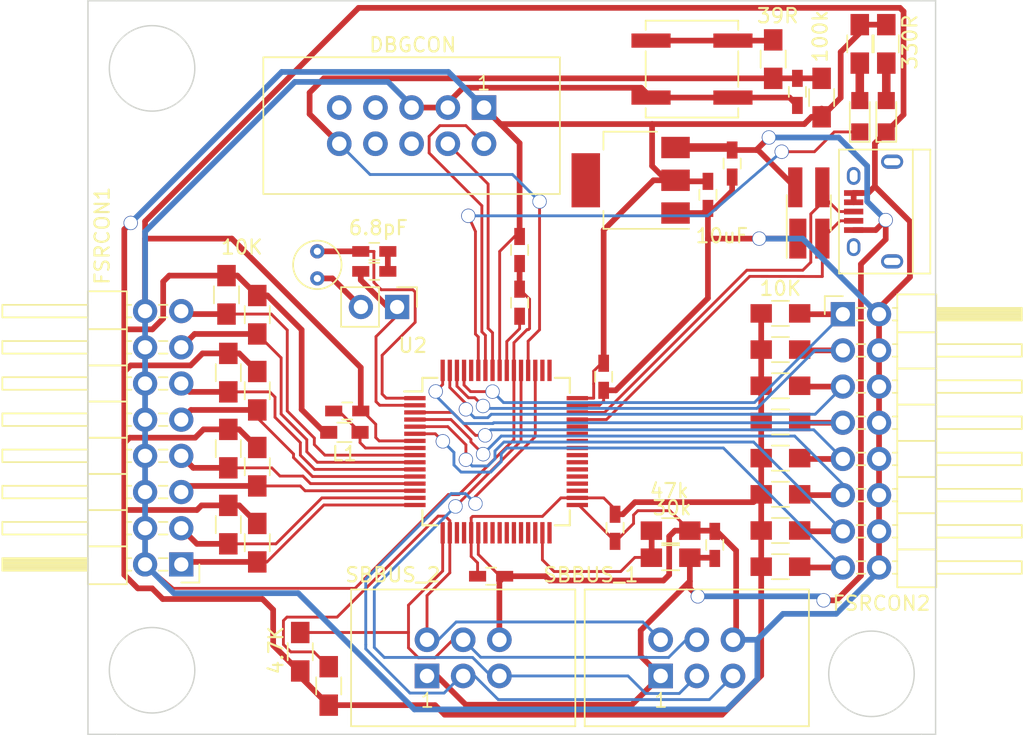
<source format=kicad_pcb>
(kicad_pcb (version 4) (host pcbnew 4.0.6)

  (general
    (links 149)
    (no_connects 0)
    (area 130.549999 46.049999 190.150001 97.650001)
    (thickness 1.6)
    (drawings 11)
    (tracks 596)
    (zones 0)
    (modules 51)
    (nets 68)
  )

  (page A4)
  (layers
    (0 F.Cu signal)
    (31 B.Cu signal)
    (32 B.Adhes user)
    (33 F.Adhes user)
    (34 B.Paste user)
    (35 F.Paste user)
    (36 B.SilkS user)
    (37 F.SilkS user)
    (38 B.Mask user)
    (39 F.Mask user)
    (40 Dwgs.User user)
    (41 Cmts.User user)
    (42 Eco1.User user)
    (43 Eco2.User user)
    (44 Edge.Cuts user)
    (45 Margin user)
    (46 B.CrtYd user)
    (47 F.CrtYd user)
    (48 B.Fab user)
    (49 F.Fab user)
  )

  (setup
    (last_trace_width 0.6)
    (user_trace_width 0.2)
    (user_trace_width 0.3)
    (user_trace_width 0.4)
    (user_trace_width 0.6)
    (user_trace_width 1)
    (trace_clearance 0.2)
    (zone_clearance 0.508)
    (zone_45_only no)
    (trace_min 0.2)
    (segment_width 0.2)
    (edge_width 0.1)
    (via_size 1)
    (via_drill 0.9)
    (via_min_size 0.6)
    (via_min_drill 0.9)
    (uvia_size 0.3)
    (uvia_drill 0.1)
    (uvias_allowed no)
    (uvia_min_size 0.2)
    (uvia_min_drill 0.1)
    (pcb_text_width 0.3)
    (pcb_text_size 1.5 1.5)
    (mod_edge_width 0.15)
    (mod_text_size 1 1)
    (mod_text_width 0.15)
    (pad_size 2 3.8)
    (pad_drill 0)
    (pad_to_mask_clearance 0.2)
    (aux_axis_origin 0 0)
    (grid_origin 183.6 93.1)
    (visible_elements FFFFFF7F)
    (pcbplotparams
      (layerselection 0x00030_80000001)
      (usegerberextensions false)
      (excludeedgelayer true)
      (linewidth 0.100000)
      (plotframeref false)
      (viasonmask false)
      (mode 1)
      (useauxorigin false)
      (hpglpennumber 1)
      (hpglpenspeed 20)
      (hpglpendiameter 15)
      (hpglpenoverlay 2)
      (psnegative false)
      (psa4output false)
      (plotreference true)
      (plotvalue true)
      (plotinvisibletext false)
      (padsonsilk false)
      (subtractmaskfromsilk false)
      (outputformat 1)
      (mirror false)
      (drillshape 1)
      (scaleselection 1)
      (outputdirectory ""))
  )

  (net 0 "")
  (net 1 GND)
  (net 2 +3V3)
  (net 3 +5V)
  (net 4 XOUT)
  (net 5 RESET)
  (net 6 XIN)
  (net 7 "Net-(C11-Pad1)")
  (net 8 "Net-(C12-Pad2)")
  (net 9 D+)
  (net 10 D-)
  (net 11 "Net-(D2-Pad2)")
  (net 12 "Net-(D3-Pad2)")
  (net 13 DBGLED)
  (net 14 SCL)
  (net 15 SENSE_IN)
  (net 16 SDA)
  (net 17 SENSE_OUT)
  (net 18 SWDIO)
  (net 19 SWDCLK)
  (net 20 "Net-(J3-Pad6)")
  (net 21 "Net-(J3-Pad7)")
  (net 22 "Net-(J3-Pad8)")
  (net 23 "Net-(J3-Pad9)")
  (net 24 PB17)
  (net 25 PB31)
  (net 26 PB16)
  (net 27 PB23)
  (net 28 PA19)
  (net 29 PB22)
  (net 30 PA18)
  (net 31 PA23)
  (net 32 PA17)
  (net 33 PA22)
  (net 34 PA20)
  (net 35 PA21)
  (net 36 PB12)
  (net 37 PA16)
  (net 38 PB11)
  (net 39 PA15)
  (net 40 PB10)
  (net 41 PA13)
  (net 42 PA11)
  (net 43 PA12)
  (net 44 PA10)
  (net 45 PB15)
  (net 46 PB14)
  (net 47 PB13)
  (net 48 FSR0)
  (net 49 FSR1)
  (net 50 FSR2)
  (net 51 FSR3)
  (net 52 FSR4)
  (net 53 FSR5)
  (net 54 FSR6)
  (net 55 FSR7)
  (net 56 FSR8)
  (net 57 FSR9)
  (net 58 FSR10)
  (net 59 FSR11)
  (net 60 FSR12)
  (net 61 FSR13)
  (net 62 FSR14)
  (net 63 FSR15)
  (net 64 "Net-(JP1-Pad2)")
  (net 65 "Net-(R4-Pad1)")
  (net 66 VBUS)
  (net 67 "Net-(C2-Pad2)")

  (net_class Default "This is the default net class."
    (clearance 0.2)
    (trace_width 0.2)
    (via_dia 1)
    (via_drill 0.9)
    (uvia_dia 0.3)
    (uvia_drill 0.1)
    (add_net +3V3)
    (add_net +5V)
    (add_net D+)
    (add_net D-)
    (add_net DBGLED)
    (add_net FSR0)
    (add_net FSR1)
    (add_net FSR10)
    (add_net FSR11)
    (add_net FSR12)
    (add_net FSR13)
    (add_net FSR14)
    (add_net FSR15)
    (add_net FSR2)
    (add_net FSR3)
    (add_net FSR4)
    (add_net FSR5)
    (add_net FSR6)
    (add_net FSR7)
    (add_net FSR8)
    (add_net FSR9)
    (add_net GND)
    (add_net "Net-(C11-Pad1)")
    (add_net "Net-(C12-Pad2)")
    (add_net "Net-(C2-Pad2)")
    (add_net "Net-(D2-Pad2)")
    (add_net "Net-(D3-Pad2)")
    (add_net "Net-(J3-Pad6)")
    (add_net "Net-(J3-Pad7)")
    (add_net "Net-(J3-Pad8)")
    (add_net "Net-(J3-Pad9)")
    (add_net "Net-(JP1-Pad2)")
    (add_net "Net-(R4-Pad1)")
    (add_net PA10)
    (add_net PA11)
    (add_net PA12)
    (add_net PA13)
    (add_net PA15)
    (add_net PA16)
    (add_net PA17)
    (add_net PA18)
    (add_net PA19)
    (add_net PA20)
    (add_net PA21)
    (add_net PA22)
    (add_net PA23)
    (add_net PB10)
    (add_net PB11)
    (add_net PB12)
    (add_net PB13)
    (add_net PB14)
    (add_net PB15)
    (add_net PB16)
    (add_net PB17)
    (add_net PB22)
    (add_net PB23)
    (add_net PB31)
    (add_net RESET)
    (add_net SCL)
    (add_net SDA)
    (add_net SENSE_IN)
    (add_net SENSE_OUT)
    (add_net SWDCLK)
    (add_net SWDIO)
    (add_net VBUS)
    (add_net XIN)
    (add_net XOUT)
  )

  (module Capacitors_SMD:C_0603_HandSoldering (layer F.Cu) (tedit 59400695) (tstamp 593DCF19)
    (at 167.6 83.1 270)
    (descr "Capacitor SMD 0603, hand soldering")
    (tags "capacitor 0603")
    (path /593DF5B1)
    (attr smd)
    (fp_text reference C10 (at -3.4 0 450) (layer F.Fab)
      (effects (font (size 1 1) (thickness 0.15)))
    )
    (fp_text value 100nF (at -4.1 -0.8 360) (layer F.Fab) hide
      (effects (font (size 1 1) (thickness 0.15)))
    )
    (fp_text user %R (at 0 -1.25 270) (layer F.Fab) hide
      (effects (font (size 1 1) (thickness 0.15)))
    )
    (fp_line (start -0.8 0.4) (end -0.8 -0.4) (layer F.Fab) (width 0.1))
    (fp_line (start 0.8 0.4) (end -0.8 0.4) (layer F.Fab) (width 0.1))
    (fp_line (start 0.8 -0.4) (end 0.8 0.4) (layer F.Fab) (width 0.1))
    (fp_line (start -0.8 -0.4) (end 0.8 -0.4) (layer F.Fab) (width 0.1))
    (fp_line (start -0.35 -0.6) (end 0.35 -0.6) (layer F.SilkS) (width 0.12))
    (fp_line (start 0.35 0.6) (end -0.35 0.6) (layer F.SilkS) (width 0.12))
    (fp_line (start -1.8 -0.65) (end 1.8 -0.65) (layer F.CrtYd) (width 0.05))
    (fp_line (start -1.8 -0.65) (end -1.8 0.65) (layer F.CrtYd) (width 0.05))
    (fp_line (start 1.8 0.65) (end 1.8 -0.65) (layer F.CrtYd) (width 0.05))
    (fp_line (start 1.8 0.65) (end -1.8 0.65) (layer F.CrtYd) (width 0.05))
    (pad 1 smd rect (at -0.95 0 270) (size 1.2 0.75) (layers F.Cu F.Paste F.Mask)
      (net 2 +3V3))
    (pad 2 smd rect (at 0.95 0 270) (size 1.2 0.75) (layers F.Cu F.Paste F.Mask)
      (net 1 GND))
    (model Capacitors_SMD.3dshapes/C_0603.wrl
      (at (xyz 0 0 0))
      (scale (xyz 1 1 1))
      (rotate (xyz 0 0 0))
    )
  )

  (module Housings_QFP:TQFP-64_10x10mm_Pitch0.5mm (layer F.Cu) (tedit 594005D7) (tstamp 593DADD1)
    (at 159.25 77.75)
    (descr "64-Lead Plastic Thin Quad Flatpack (PT) - 10x10x1 mm Body, 2.00 mm Footprint [TQFP] (see Microchip Packaging Specification 00000049BS.pdf)")
    (tags "QFP 0.5")
    (path /5942E77C)
    (attr smd)
    (fp_text reference U2 (at -5.85 -7.45) (layer F.SilkS)
      (effects (font (size 1 1) (thickness 0.15)))
    )
    (fp_text value ATSAMD21J18A (at 0 7.45) (layer F.Fab) hide
      (effects (font (size 1 1) (thickness 0.15)))
    )
    (fp_text user %R (at 0 0) (layer F.Fab) hide
      (effects (font (size 1 1) (thickness 0.15)))
    )
    (fp_line (start -4 -5) (end 5 -5) (layer F.Fab) (width 0.15))
    (fp_line (start 5 -5) (end 5 5) (layer F.Fab) (width 0.15))
    (fp_line (start 5 5) (end -5 5) (layer F.Fab) (width 0.15))
    (fp_line (start -5 5) (end -5 -4) (layer F.Fab) (width 0.15))
    (fp_line (start -5 -4) (end -4 -5) (layer F.Fab) (width 0.15))
    (fp_line (start -6.7 -6.7) (end -6.7 6.7) (layer F.CrtYd) (width 0.05))
    (fp_line (start 6.7 -6.7) (end 6.7 6.7) (layer F.CrtYd) (width 0.05))
    (fp_line (start -6.7 -6.7) (end 6.7 -6.7) (layer F.CrtYd) (width 0.05))
    (fp_line (start -6.7 6.7) (end 6.7 6.7) (layer F.CrtYd) (width 0.05))
    (fp_line (start -5.175 -5.175) (end -5.175 -4.225) (layer F.SilkS) (width 0.15))
    (fp_line (start 5.175 -5.175) (end 5.175 -4.125) (layer F.SilkS) (width 0.15))
    (fp_line (start 5.175 5.175) (end 5.175 4.125) (layer F.SilkS) (width 0.15))
    (fp_line (start -5.175 5.175) (end -5.175 4.125) (layer F.SilkS) (width 0.15))
    (fp_line (start -5.175 -5.175) (end -4.125 -5.175) (layer F.SilkS) (width 0.15))
    (fp_line (start -5.175 5.175) (end -4.125 5.175) (layer F.SilkS) (width 0.15))
    (fp_line (start 5.175 5.175) (end 4.125 5.175) (layer F.SilkS) (width 0.15))
    (fp_line (start 5.175 -5.175) (end 4.125 -5.175) (layer F.SilkS) (width 0.15))
    (fp_line (start -5.175 -4.225) (end -6.45 -4.225) (layer F.SilkS) (width 0.15))
    (pad 1 smd rect (at -5.7 -3.75) (size 1.5 0.3) (layers F.Cu F.Paste F.Mask)
      (net 6 XIN))
    (pad 2 smd rect (at -5.7 -3.25) (size 1.5 0.3) (layers F.Cu F.Paste F.Mask)
      (net 4 XOUT))
    (pad 3 smd rect (at -5.7 -2.75) (size 1.5 0.3) (layers F.Cu F.Paste F.Mask)
      (net 60 FSR12))
    (pad 4 smd rect (at -5.7 -2.25) (size 1.5 0.3) (layers F.Cu F.Paste F.Mask)
      (net 61 FSR13))
    (pad 5 smd rect (at -5.7 -1.75) (size 1.5 0.3) (layers F.Cu F.Paste F.Mask)
      (net 62 FSR14))
    (pad 6 smd rect (at -5.7 -1.25) (size 1.5 0.3) (layers F.Cu F.Paste F.Mask)
      (net 63 FSR15))
    (pad 7 smd rect (at -5.7 -0.75) (size 1.5 0.3) (layers F.Cu F.Paste F.Mask)
      (net 1 GND))
    (pad 8 smd rect (at -5.7 -0.25) (size 1.5 0.3) (layers F.Cu F.Paste F.Mask)
      (net 7 "Net-(C11-Pad1)"))
    (pad 9 smd rect (at -5.7 0.25) (size 1.5 0.3) (layers F.Cu F.Paste F.Mask)
      (net 48 FSR0))
    (pad 10 smd rect (at -5.7 0.75) (size 1.5 0.3) (layers F.Cu F.Paste F.Mask)
      (net 49 FSR1))
    (pad 11 smd rect (at -5.7 1.25) (size 1.5 0.3) (layers F.Cu F.Paste F.Mask)
      (net 50 FSR2))
    (pad 12 smd rect (at -5.7 1.75) (size 1.5 0.3) (layers F.Cu F.Paste F.Mask)
      (net 51 FSR3))
    (pad 13 smd rect (at -5.7 2.25) (size 1.5 0.3) (layers F.Cu F.Paste F.Mask)
      (net 52 FSR4))
    (pad 14 smd rect (at -5.7 2.75) (size 1.5 0.3) (layers F.Cu F.Paste F.Mask)
      (net 53 FSR5))
    (pad 15 smd rect (at -5.7 3.25) (size 1.5 0.3) (layers F.Cu F.Paste F.Mask)
      (net 54 FSR6))
    (pad 16 smd rect (at -5.7 3.75) (size 1.5 0.3) (layers F.Cu F.Paste F.Mask)
      (net 55 FSR7))
    (pad 17 smd rect (at -3.75 5.7 90) (size 1.5 0.3) (layers F.Cu F.Paste F.Mask)
      (net 16 SDA))
    (pad 18 smd rect (at -3.25 5.7 90) (size 1.5 0.3) (layers F.Cu F.Paste F.Mask)
      (net 14 SCL))
    (pad 19 smd rect (at -2.75 5.7 90) (size 1.5 0.3) (layers F.Cu F.Paste F.Mask)
      (net 44 PA10))
    (pad 20 smd rect (at -2.25 5.7 90) (size 1.5 0.3) (layers F.Cu F.Paste F.Mask)
      (net 42 PA11))
    (pad 21 smd rect (at -1.75 5.7 90) (size 1.5 0.3) (layers F.Cu F.Paste F.Mask)
      (net 2 +3V3))
    (pad 22 smd rect (at -1.25 5.7 90) (size 1.5 0.3) (layers F.Cu F.Paste F.Mask)
      (net 1 GND))
    (pad 23 smd rect (at -0.75 5.7 90) (size 1.5 0.3) (layers F.Cu F.Paste F.Mask)
      (net 40 PB10))
    (pad 24 smd rect (at -0.25 5.7 90) (size 1.5 0.3) (layers F.Cu F.Paste F.Mask)
      (net 38 PB11))
    (pad 25 smd rect (at 0.25 5.7 90) (size 1.5 0.3) (layers F.Cu F.Paste F.Mask)
      (net 36 PB12))
    (pad 26 smd rect (at 0.75 5.7 90) (size 1.5 0.3) (layers F.Cu F.Paste F.Mask)
      (net 47 PB13))
    (pad 27 smd rect (at 1.25 5.7 90) (size 1.5 0.3) (layers F.Cu F.Paste F.Mask)
      (net 46 PB14))
    (pad 28 smd rect (at 1.75 5.7 90) (size 1.5 0.3) (layers F.Cu F.Paste F.Mask)
      (net 45 PB15))
    (pad 29 smd rect (at 2.25 5.7 90) (size 1.5 0.3) (layers F.Cu F.Paste F.Mask)
      (net 43 PA12))
    (pad 30 smd rect (at 2.75 5.7 90) (size 1.5 0.3) (layers F.Cu F.Paste F.Mask)
      (net 41 PA13))
    (pad 31 smd rect (at 3.25 5.7 90) (size 1.5 0.3) (layers F.Cu F.Paste F.Mask)
      (net 66 VBUS))
    (pad 32 smd rect (at 3.75 5.7 90) (size 1.5 0.3) (layers F.Cu F.Paste F.Mask)
      (net 39 PA15))
    (pad 33 smd rect (at 5.7 3.75) (size 1.5 0.3) (layers F.Cu F.Paste F.Mask)
      (net 1 GND))
    (pad 34 smd rect (at 5.7 3.25) (size 1.5 0.3) (layers F.Cu F.Paste F.Mask)
      (net 2 +3V3))
    (pad 35 smd rect (at 5.7 2.75) (size 1.5 0.3) (layers F.Cu F.Paste F.Mask)
      (net 37 PA16))
    (pad 36 smd rect (at 5.7 2.25) (size 1.5 0.3) (layers F.Cu F.Paste F.Mask)
      (net 32 PA17))
    (pad 37 smd rect (at 5.7 1.75) (size 1.5 0.3) (layers F.Cu F.Paste F.Mask)
      (net 30 PA18))
    (pad 38 smd rect (at 5.7 1.25) (size 1.5 0.3) (layers F.Cu F.Paste F.Mask)
      (net 28 PA19))
    (pad 39 smd rect (at 5.7 0.75) (size 1.5 0.3) (layers F.Cu F.Paste F.Mask)
      (net 26 PB16))
    (pad 40 smd rect (at 5.7 0.25) (size 1.5 0.3) (layers F.Cu F.Paste F.Mask)
      (net 24 PB17))
    (pad 41 smd rect (at 5.7 -0.25) (size 1.5 0.3) (layers F.Cu F.Paste F.Mask)
      (net 34 PA20))
    (pad 42 smd rect (at 5.7 -0.75) (size 1.5 0.3) (layers F.Cu F.Paste F.Mask)
      (net 35 PA21))
    (pad 43 smd rect (at 5.7 -1.25) (size 1.5 0.3) (layers F.Cu F.Paste F.Mask)
      (net 33 PA22))
    (pad 44 smd rect (at 5.7 -1.75) (size 1.5 0.3) (layers F.Cu F.Paste F.Mask)
      (net 31 PA23))
    (pad 45 smd rect (at 5.7 -2.25) (size 1.5 0.3) (layers F.Cu F.Paste F.Mask)
      (net 10 D-))
    (pad 46 smd rect (at 5.7 -2.75) (size 1.5 0.3) (layers F.Cu F.Paste F.Mask)
      (net 9 D+))
    (pad 47 smd rect (at 5.7 -3.25) (size 1.5 0.3) (layers F.Cu F.Paste F.Mask)
      (net 1 GND))
    (pad 48 smd rect (at 5.7 -3.75) (size 1.5 0.3) (layers F.Cu F.Paste F.Mask)
      (net 2 +3V3))
    (pad 49 smd rect (at 3.75 -5.7 90) (size 1.5 0.3) (layers F.Cu F.Paste F.Mask)
      (net 29 PB22))
    (pad 50 smd rect (at 3.25 -5.7 90) (size 1.5 0.3) (layers F.Cu F.Paste F.Mask)
      (net 27 PB23))
    (pad 51 smd rect (at 2.75 -5.7 90) (size 1.5 0.3) (layers F.Cu F.Paste F.Mask)
      (net 17 SENSE_OUT))
    (pad 52 smd rect (at 2.25 -5.7 90) (size 1.5 0.3) (layers F.Cu F.Paste F.Mask)
      (net 5 RESET))
    (pad 53 smd rect (at 1.75 -5.7 90) (size 1.5 0.3) (layers F.Cu F.Paste F.Mask)
      (net 15 SENSE_IN))
    (pad 54 smd rect (at 1.25 -5.7 90) (size 1.5 0.3) (layers F.Cu F.Paste F.Mask)
      (net 1 GND))
    (pad 55 smd rect (at 0.75 -5.7 90) (size 1.5 0.3) (layers F.Cu F.Paste F.Mask)
      (net 8 "Net-(C12-Pad2)"))
    (pad 56 smd rect (at 0.25 -5.7 90) (size 1.5 0.3) (layers F.Cu F.Paste F.Mask)
      (net 2 +3V3))
    (pad 57 smd rect (at -0.25 -5.7 90) (size 1.5 0.3) (layers F.Cu F.Paste F.Mask)
      (net 19 SWDCLK))
    (pad 58 smd rect (at -0.75 -5.7 90) (size 1.5 0.3) (layers F.Cu F.Paste F.Mask)
      (net 18 SWDIO))
    (pad 59 smd rect (at -1.25 -5.7 90) (size 1.5 0.3) (layers F.Cu F.Paste F.Mask)
      (net 13 DBGLED))
    (pad 60 smd rect (at -1.75 -5.7 90) (size 1.5 0.3) (layers F.Cu F.Paste F.Mask)
      (net 25 PB31))
    (pad 61 smd rect (at -2.25 -5.7 90) (size 1.5 0.3) (layers F.Cu F.Paste F.Mask)
      (net 56 FSR8))
    (pad 62 smd rect (at -2.75 -5.7 90) (size 1.5 0.3) (layers F.Cu F.Paste F.Mask)
      (net 57 FSR9))
    (pad 63 smd rect (at -3.25 -5.7 90) (size 1.5 0.3) (layers F.Cu F.Paste F.Mask)
      (net 58 FSR10))
    (pad 64 smd rect (at -3.75 -5.7 90) (size 1.5 0.3) (layers F.Cu F.Paste F.Mask)
      (net 59 FSR11))
    (model Housings_QFP.3dshapes/TQFP-64_10x10mm_Pitch0.5mm.wrl
      (at (xyz 0 0 0))
      (scale (xyz 1 1 1))
      (rotate (xyz 0 0 0))
    )
  )

  (module Pin_Headers:Pin_Header_Angled_2x08_Pitch2.54mm (layer F.Cu) (tedit 59400605) (tstamp 593DACC3)
    (at 137.15 85.67 180)
    (descr "Through hole angled pin header, 2x08, 2.54mm pitch, 6mm pin length, double rows")
    (tags "Through hole angled pin header THT 2x08 2.54mm double row")
    (path /593F9C7C)
    (fp_text reference J6 (at 5.585 -2.27 180) (layer F.Fab)
      (effects (font (size 1 1) (thickness 0.15)))
    )
    (fp_text value FSRCON1 (at 5.55 23.07 270) (layer F.SilkS)
      (effects (font (size 1 1) (thickness 0.15)))
    )
    (fp_line (start 3.94 -1.27) (end 3.94 1.27) (layer F.Fab) (width 0.1))
    (fp_line (start 3.94 1.27) (end 6.44 1.27) (layer F.Fab) (width 0.1))
    (fp_line (start 6.44 1.27) (end 6.44 -1.27) (layer F.Fab) (width 0.1))
    (fp_line (start 6.44 -1.27) (end 3.94 -1.27) (layer F.Fab) (width 0.1))
    (fp_line (start 0 -0.32) (end 0 0.32) (layer F.Fab) (width 0.1))
    (fp_line (start 0 0.32) (end 12.44 0.32) (layer F.Fab) (width 0.1))
    (fp_line (start 12.44 0.32) (end 12.44 -0.32) (layer F.Fab) (width 0.1))
    (fp_line (start 12.44 -0.32) (end 0 -0.32) (layer F.Fab) (width 0.1))
    (fp_line (start 3.94 1.27) (end 3.94 3.81) (layer F.Fab) (width 0.1))
    (fp_line (start 3.94 3.81) (end 6.44 3.81) (layer F.Fab) (width 0.1))
    (fp_line (start 6.44 3.81) (end 6.44 1.27) (layer F.Fab) (width 0.1))
    (fp_line (start 6.44 1.27) (end 3.94 1.27) (layer F.Fab) (width 0.1))
    (fp_line (start 0 2.22) (end 0 2.86) (layer F.Fab) (width 0.1))
    (fp_line (start 0 2.86) (end 12.44 2.86) (layer F.Fab) (width 0.1))
    (fp_line (start 12.44 2.86) (end 12.44 2.22) (layer F.Fab) (width 0.1))
    (fp_line (start 12.44 2.22) (end 0 2.22) (layer F.Fab) (width 0.1))
    (fp_line (start 3.94 3.81) (end 3.94 6.35) (layer F.Fab) (width 0.1))
    (fp_line (start 3.94 6.35) (end 6.44 6.35) (layer F.Fab) (width 0.1))
    (fp_line (start 6.44 6.35) (end 6.44 3.81) (layer F.Fab) (width 0.1))
    (fp_line (start 6.44 3.81) (end 3.94 3.81) (layer F.Fab) (width 0.1))
    (fp_line (start 0 4.76) (end 0 5.4) (layer F.Fab) (width 0.1))
    (fp_line (start 0 5.4) (end 12.44 5.4) (layer F.Fab) (width 0.1))
    (fp_line (start 12.44 5.4) (end 12.44 4.76) (layer F.Fab) (width 0.1))
    (fp_line (start 12.44 4.76) (end 0 4.76) (layer F.Fab) (width 0.1))
    (fp_line (start 3.94 6.35) (end 3.94 8.89) (layer F.Fab) (width 0.1))
    (fp_line (start 3.94 8.89) (end 6.44 8.89) (layer F.Fab) (width 0.1))
    (fp_line (start 6.44 8.89) (end 6.44 6.35) (layer F.Fab) (width 0.1))
    (fp_line (start 6.44 6.35) (end 3.94 6.35) (layer F.Fab) (width 0.1))
    (fp_line (start 0 7.3) (end 0 7.94) (layer F.Fab) (width 0.1))
    (fp_line (start 0 7.94) (end 12.44 7.94) (layer F.Fab) (width 0.1))
    (fp_line (start 12.44 7.94) (end 12.44 7.3) (layer F.Fab) (width 0.1))
    (fp_line (start 12.44 7.3) (end 0 7.3) (layer F.Fab) (width 0.1))
    (fp_line (start 3.94 8.89) (end 3.94 11.43) (layer F.Fab) (width 0.1))
    (fp_line (start 3.94 11.43) (end 6.44 11.43) (layer F.Fab) (width 0.1))
    (fp_line (start 6.44 11.43) (end 6.44 8.89) (layer F.Fab) (width 0.1))
    (fp_line (start 6.44 8.89) (end 3.94 8.89) (layer F.Fab) (width 0.1))
    (fp_line (start 0 9.84) (end 0 10.48) (layer F.Fab) (width 0.1))
    (fp_line (start 0 10.48) (end 12.44 10.48) (layer F.Fab) (width 0.1))
    (fp_line (start 12.44 10.48) (end 12.44 9.84) (layer F.Fab) (width 0.1))
    (fp_line (start 12.44 9.84) (end 0 9.84) (layer F.Fab) (width 0.1))
    (fp_line (start 3.94 11.43) (end 3.94 13.97) (layer F.Fab) (width 0.1))
    (fp_line (start 3.94 13.97) (end 6.44 13.97) (layer F.Fab) (width 0.1))
    (fp_line (start 6.44 13.97) (end 6.44 11.43) (layer F.Fab) (width 0.1))
    (fp_line (start 6.44 11.43) (end 3.94 11.43) (layer F.Fab) (width 0.1))
    (fp_line (start 0 12.38) (end 0 13.02) (layer F.Fab) (width 0.1))
    (fp_line (start 0 13.02) (end 12.44 13.02) (layer F.Fab) (width 0.1))
    (fp_line (start 12.44 13.02) (end 12.44 12.38) (layer F.Fab) (width 0.1))
    (fp_line (start 12.44 12.38) (end 0 12.38) (layer F.Fab) (width 0.1))
    (fp_line (start 3.94 13.97) (end 3.94 16.51) (layer F.Fab) (width 0.1))
    (fp_line (start 3.94 16.51) (end 6.44 16.51) (layer F.Fab) (width 0.1))
    (fp_line (start 6.44 16.51) (end 6.44 13.97) (layer F.Fab) (width 0.1))
    (fp_line (start 6.44 13.97) (end 3.94 13.97) (layer F.Fab) (width 0.1))
    (fp_line (start 0 14.92) (end 0 15.56) (layer F.Fab) (width 0.1))
    (fp_line (start 0 15.56) (end 12.44 15.56) (layer F.Fab) (width 0.1))
    (fp_line (start 12.44 15.56) (end 12.44 14.92) (layer F.Fab) (width 0.1))
    (fp_line (start 12.44 14.92) (end 0 14.92) (layer F.Fab) (width 0.1))
    (fp_line (start 3.94 16.51) (end 3.94 19.05) (layer F.Fab) (width 0.1))
    (fp_line (start 3.94 19.05) (end 6.44 19.05) (layer F.Fab) (width 0.1))
    (fp_line (start 6.44 19.05) (end 6.44 16.51) (layer F.Fab) (width 0.1))
    (fp_line (start 6.44 16.51) (end 3.94 16.51) (layer F.Fab) (width 0.1))
    (fp_line (start 0 17.46) (end 0 18.1) (layer F.Fab) (width 0.1))
    (fp_line (start 0 18.1) (end 12.44 18.1) (layer F.Fab) (width 0.1))
    (fp_line (start 12.44 18.1) (end 12.44 17.46) (layer F.Fab) (width 0.1))
    (fp_line (start 12.44 17.46) (end 0 17.46) (layer F.Fab) (width 0.1))
    (fp_line (start 3.82 -1.39) (end 3.82 1.27) (layer F.SilkS) (width 0.12))
    (fp_line (start 3.82 1.27) (end 6.56 1.27) (layer F.SilkS) (width 0.12))
    (fp_line (start 6.56 1.27) (end 6.56 -1.39) (layer F.SilkS) (width 0.12))
    (fp_line (start 6.56 -1.39) (end 3.82 -1.39) (layer F.SilkS) (width 0.12))
    (fp_line (start 6.56 -0.44) (end 6.56 0.44) (layer F.SilkS) (width 0.12))
    (fp_line (start 6.56 0.44) (end 12.56 0.44) (layer F.SilkS) (width 0.12))
    (fp_line (start 12.56 0.44) (end 12.56 -0.44) (layer F.SilkS) (width 0.12))
    (fp_line (start 12.56 -0.44) (end 6.56 -0.44) (layer F.SilkS) (width 0.12))
    (fp_line (start 3.51 -0.44) (end 3.82 -0.44) (layer F.SilkS) (width 0.12))
    (fp_line (start 3.51 0.44) (end 3.82 0.44) (layer F.SilkS) (width 0.12))
    (fp_line (start 0.97 -0.44) (end 1.57 -0.44) (layer F.SilkS) (width 0.12))
    (fp_line (start 0.97 0.44) (end 1.57 0.44) (layer F.SilkS) (width 0.12))
    (fp_line (start 6.56 -0.32) (end 12.56 -0.32) (layer F.SilkS) (width 0.12))
    (fp_line (start 6.56 -0.2) (end 12.56 -0.2) (layer F.SilkS) (width 0.12))
    (fp_line (start 6.56 -0.08) (end 12.56 -0.08) (layer F.SilkS) (width 0.12))
    (fp_line (start 6.56 0.04) (end 12.56 0.04) (layer F.SilkS) (width 0.12))
    (fp_line (start 6.56 0.16) (end 12.56 0.16) (layer F.SilkS) (width 0.12))
    (fp_line (start 6.56 0.28) (end 12.56 0.28) (layer F.SilkS) (width 0.12))
    (fp_line (start 6.56 0.4) (end 12.56 0.4) (layer F.SilkS) (width 0.12))
    (fp_line (start 3.82 1.27) (end 3.82 3.81) (layer F.SilkS) (width 0.12))
    (fp_line (start 3.82 3.81) (end 6.56 3.81) (layer F.SilkS) (width 0.12))
    (fp_line (start 6.56 3.81) (end 6.56 1.27) (layer F.SilkS) (width 0.12))
    (fp_line (start 6.56 1.27) (end 3.82 1.27) (layer F.SilkS) (width 0.12))
    (fp_line (start 6.56 2.1) (end 6.56 2.98) (layer F.SilkS) (width 0.12))
    (fp_line (start 6.56 2.98) (end 12.56 2.98) (layer F.SilkS) (width 0.12))
    (fp_line (start 12.56 2.98) (end 12.56 2.1) (layer F.SilkS) (width 0.12))
    (fp_line (start 12.56 2.1) (end 6.56 2.1) (layer F.SilkS) (width 0.12))
    (fp_line (start 3.51 2.1) (end 3.82 2.1) (layer F.SilkS) (width 0.12))
    (fp_line (start 3.51 2.98) (end 3.82 2.98) (layer F.SilkS) (width 0.12))
    (fp_line (start 0.97 2.1) (end 1.57 2.1) (layer F.SilkS) (width 0.12))
    (fp_line (start 0.97 2.98) (end 1.57 2.98) (layer F.SilkS) (width 0.12))
    (fp_line (start 3.82 3.81) (end 3.82 6.35) (layer F.SilkS) (width 0.12))
    (fp_line (start 3.82 6.35) (end 6.56 6.35) (layer F.SilkS) (width 0.12))
    (fp_line (start 6.56 6.35) (end 6.56 3.81) (layer F.SilkS) (width 0.12))
    (fp_line (start 6.56 3.81) (end 3.82 3.81) (layer F.SilkS) (width 0.12))
    (fp_line (start 6.56 4.64) (end 6.56 5.52) (layer F.SilkS) (width 0.12))
    (fp_line (start 6.56 5.52) (end 12.56 5.52) (layer F.SilkS) (width 0.12))
    (fp_line (start 12.56 5.52) (end 12.56 4.64) (layer F.SilkS) (width 0.12))
    (fp_line (start 12.56 4.64) (end 6.56 4.64) (layer F.SilkS) (width 0.12))
    (fp_line (start 3.51 4.64) (end 3.82 4.64) (layer F.SilkS) (width 0.12))
    (fp_line (start 3.51 5.52) (end 3.82 5.52) (layer F.SilkS) (width 0.12))
    (fp_line (start 0.97 4.64) (end 1.57 4.64) (layer F.SilkS) (width 0.12))
    (fp_line (start 0.97 5.52) (end 1.57 5.52) (layer F.SilkS) (width 0.12))
    (fp_line (start 3.82 6.35) (end 3.82 8.89) (layer F.SilkS) (width 0.12))
    (fp_line (start 3.82 8.89) (end 6.56 8.89) (layer F.SilkS) (width 0.12))
    (fp_line (start 6.56 8.89) (end 6.56 6.35) (layer F.SilkS) (width 0.12))
    (fp_line (start 6.56 6.35) (end 3.82 6.35) (layer F.SilkS) (width 0.12))
    (fp_line (start 6.56 7.18) (end 6.56 8.06) (layer F.SilkS) (width 0.12))
    (fp_line (start 6.56 8.06) (end 12.56 8.06) (layer F.SilkS) (width 0.12))
    (fp_line (start 12.56 8.06) (end 12.56 7.18) (layer F.SilkS) (width 0.12))
    (fp_line (start 12.56 7.18) (end 6.56 7.18) (layer F.SilkS) (width 0.12))
    (fp_line (start 3.51 7.18) (end 3.82 7.18) (layer F.SilkS) (width 0.12))
    (fp_line (start 3.51 8.06) (end 3.82 8.06) (layer F.SilkS) (width 0.12))
    (fp_line (start 0.97 7.18) (end 1.57 7.18) (layer F.SilkS) (width 0.12))
    (fp_line (start 0.97 8.06) (end 1.57 8.06) (layer F.SilkS) (width 0.12))
    (fp_line (start 3.82 8.89) (end 3.82 11.43) (layer F.SilkS) (width 0.12))
    (fp_line (start 3.82 11.43) (end 6.56 11.43) (layer F.SilkS) (width 0.12))
    (fp_line (start 6.56 11.43) (end 6.56 8.89) (layer F.SilkS) (width 0.12))
    (fp_line (start 6.56 8.89) (end 3.82 8.89) (layer F.SilkS) (width 0.12))
    (fp_line (start 6.56 9.72) (end 6.56 10.6) (layer F.SilkS) (width 0.12))
    (fp_line (start 6.56 10.6) (end 12.56 10.6) (layer F.SilkS) (width 0.12))
    (fp_line (start 12.56 10.6) (end 12.56 9.72) (layer F.SilkS) (width 0.12))
    (fp_line (start 12.56 9.72) (end 6.56 9.72) (layer F.SilkS) (width 0.12))
    (fp_line (start 3.51 9.72) (end 3.82 9.72) (layer F.SilkS) (width 0.12))
    (fp_line (start 3.51 10.6) (end 3.82 10.6) (layer F.SilkS) (width 0.12))
    (fp_line (start 0.97 9.72) (end 1.57 9.72) (layer F.SilkS) (width 0.12))
    (fp_line (start 0.97 10.6) (end 1.57 10.6) (layer F.SilkS) (width 0.12))
    (fp_line (start 3.82 11.43) (end 3.82 13.97) (layer F.SilkS) (width 0.12))
    (fp_line (start 3.82 13.97) (end 6.56 13.97) (layer F.SilkS) (width 0.12))
    (fp_line (start 6.56 13.97) (end 6.56 11.43) (layer F.SilkS) (width 0.12))
    (fp_line (start 6.56 11.43) (end 3.82 11.43) (layer F.SilkS) (width 0.12))
    (fp_line (start 6.56 12.26) (end 6.56 13.14) (layer F.SilkS) (width 0.12))
    (fp_line (start 6.56 13.14) (end 12.56 13.14) (layer F.SilkS) (width 0.12))
    (fp_line (start 12.56 13.14) (end 12.56 12.26) (layer F.SilkS) (width 0.12))
    (fp_line (start 12.56 12.26) (end 6.56 12.26) (layer F.SilkS) (width 0.12))
    (fp_line (start 3.51 12.26) (end 3.82 12.26) (layer F.SilkS) (width 0.12))
    (fp_line (start 3.51 13.14) (end 3.82 13.14) (layer F.SilkS) (width 0.12))
    (fp_line (start 0.97 12.26) (end 1.57 12.26) (layer F.SilkS) (width 0.12))
    (fp_line (start 0.97 13.14) (end 1.57 13.14) (layer F.SilkS) (width 0.12))
    (fp_line (start 3.82 13.97) (end 3.82 16.51) (layer F.SilkS) (width 0.12))
    (fp_line (start 3.82 16.51) (end 6.56 16.51) (layer F.SilkS) (width 0.12))
    (fp_line (start 6.56 16.51) (end 6.56 13.97) (layer F.SilkS) (width 0.12))
    (fp_line (start 6.56 13.97) (end 3.82 13.97) (layer F.SilkS) (width 0.12))
    (fp_line (start 6.56 14.8) (end 6.56 15.68) (layer F.SilkS) (width 0.12))
    (fp_line (start 6.56 15.68) (end 12.56 15.68) (layer F.SilkS) (width 0.12))
    (fp_line (start 12.56 15.68) (end 12.56 14.8) (layer F.SilkS) (width 0.12))
    (fp_line (start 12.56 14.8) (end 6.56 14.8) (layer F.SilkS) (width 0.12))
    (fp_line (start 3.51 14.8) (end 3.82 14.8) (layer F.SilkS) (width 0.12))
    (fp_line (start 3.51 15.68) (end 3.82 15.68) (layer F.SilkS) (width 0.12))
    (fp_line (start 0.97 14.8) (end 1.57 14.8) (layer F.SilkS) (width 0.12))
    (fp_line (start 0.97 15.68) (end 1.57 15.68) (layer F.SilkS) (width 0.12))
    (fp_line (start 3.82 16.51) (end 3.82 19.17) (layer F.SilkS) (width 0.12))
    (fp_line (start 3.82 19.17) (end 6.56 19.17) (layer F.SilkS) (width 0.12))
    (fp_line (start 6.56 19.17) (end 6.56 16.51) (layer F.SilkS) (width 0.12))
    (fp_line (start 6.56 16.51) (end 3.82 16.51) (layer F.SilkS) (width 0.12))
    (fp_line (start 6.56 17.34) (end 6.56 18.22) (layer F.SilkS) (width 0.12))
    (fp_line (start 6.56 18.22) (end 12.56 18.22) (layer F.SilkS) (width 0.12))
    (fp_line (start 12.56 18.22) (end 12.56 17.34) (layer F.SilkS) (width 0.12))
    (fp_line (start 12.56 17.34) (end 6.56 17.34) (layer F.SilkS) (width 0.12))
    (fp_line (start 3.51 17.34) (end 3.82 17.34) (layer F.SilkS) (width 0.12))
    (fp_line (start 3.51 18.22) (end 3.82 18.22) (layer F.SilkS) (width 0.12))
    (fp_line (start 0.97 17.34) (end 1.57 17.34) (layer F.SilkS) (width 0.12))
    (fp_line (start 0.97 18.22) (end 1.57 18.22) (layer F.SilkS) (width 0.12))
    (fp_line (start -1.27 0) (end -1.27 -1.27) (layer F.SilkS) (width 0.12))
    (fp_line (start -1.27 -1.27) (end 0 -1.27) (layer F.SilkS) (width 0.12))
    (fp_line (start -1.6 -1.6) (end -1.6 19.3) (layer F.CrtYd) (width 0.05))
    (fp_line (start -1.6 19.3) (end 12.7 19.3) (layer F.CrtYd) (width 0.05))
    (fp_line (start 12.7 19.3) (end 12.7 -1.6) (layer F.CrtYd) (width 0.05))
    (fp_line (start 12.7 -1.6) (end -1.6 -1.6) (layer F.CrtYd) (width 0.05))
    (pad 1 thru_hole rect (at 0 0 180) (size 1.7 1.7) (drill 1) (layers *.Cu *.Mask)
      (net 55 FSR7))
    (pad 2 thru_hole oval (at 2.54 0 180) (size 1.7 1.7) (drill 1) (layers *.Cu *.Mask)
      (net 1 GND))
    (pad 3 thru_hole oval (at 0 2.54 180) (size 1.7 1.7) (drill 1) (layers *.Cu *.Mask)
      (net 54 FSR6))
    (pad 4 thru_hole oval (at 2.54 2.54 180) (size 1.7 1.7) (drill 1) (layers *.Cu *.Mask)
      (net 1 GND))
    (pad 5 thru_hole oval (at 0 5.08 180) (size 1.7 1.7) (drill 1) (layers *.Cu *.Mask)
      (net 53 FSR5))
    (pad 6 thru_hole oval (at 2.54 5.08 180) (size 1.7 1.7) (drill 1) (layers *.Cu *.Mask)
      (net 1 GND))
    (pad 7 thru_hole oval (at 0 7.62 180) (size 1.7 1.7) (drill 1) (layers *.Cu *.Mask)
      (net 52 FSR4))
    (pad 8 thru_hole oval (at 2.54 7.62 180) (size 1.7 1.7) (drill 1) (layers *.Cu *.Mask)
      (net 1 GND))
    (pad 9 thru_hole oval (at 0 10.16 180) (size 1.7 1.7) (drill 1) (layers *.Cu *.Mask)
      (net 51 FSR3))
    (pad 10 thru_hole oval (at 2.54 10.16 180) (size 1.7 1.7) (drill 1) (layers *.Cu *.Mask)
      (net 1 GND))
    (pad 11 thru_hole oval (at 0 12.7 180) (size 1.7 1.7) (drill 1) (layers *.Cu *.Mask)
      (net 50 FSR2))
    (pad 12 thru_hole oval (at 2.54 12.7 180) (size 1.7 1.7) (drill 1) (layers *.Cu *.Mask)
      (net 1 GND))
    (pad 13 thru_hole oval (at 0 15.24 180) (size 1.7 1.7) (drill 1) (layers *.Cu *.Mask)
      (net 49 FSR1))
    (pad 14 thru_hole oval (at 2.54 15.24 180) (size 1.7 1.7) (drill 1) (layers *.Cu *.Mask)
      (net 1 GND))
    (pad 15 thru_hole oval (at 0 17.78 180) (size 1.7 1.7) (drill 1) (layers *.Cu *.Mask)
      (net 48 FSR0))
    (pad 16 thru_hole oval (at 2.54 17.78 180) (size 1.7 1.7) (drill 1) (layers *.Cu *.Mask)
      (net 1 GND))
    (model Pin_Headers.3dshapes/Pin_Header_Angled_2x08_Pitch2.54mm.wrl
      (at (xyz 0.05 -0.35 0))
      (scale (xyz 1 1 1))
      (rotate (xyz 0 0 90))
    )
  )

  (module Connectors:IDC_Header_Straight_6pins (layer F.Cu) (tedit 59400637) (tstamp 593F057F)
    (at 154.4 93.5)
    (descr "6 pins through hole IDC header")
    (tags "IDC header socket VASCH AVR ISP")
    (path /59444003)
    (fp_text reference J8 (at -6.4 -5.6) (layer F.Fab)
      (effects (font (size 1 1) (thickness 0.15)))
    )
    (fp_text value SBBUS_2 (at -2.4 -7.1) (layer F.SilkS)
      (effects (font (size 1 1) (thickness 0.15)))
    )
    (fp_line (start -5.08 -5.82) (end 10.16 -5.82) (layer F.Fab) (width 0.1))
    (fp_line (start -4.54 -5.27) (end 9.6 -5.27) (layer F.Fab) (width 0.1))
    (fp_line (start -5.08 3.28) (end 10.16 3.28) (layer F.Fab) (width 0.1))
    (fp_line (start -4.54 2.73) (end 0.29 2.73) (layer F.Fab) (width 0.1))
    (fp_line (start 4.79 2.73) (end 9.6 2.73) (layer F.Fab) (width 0.1))
    (fp_line (start 0.29 2.73) (end 0.29 3.28) (layer F.Fab) (width 0.1))
    (fp_line (start 4.79 2.73) (end 4.79 3.28) (layer F.Fab) (width 0.1))
    (fp_line (start -5.08 -5.82) (end -5.08 3.28) (layer F.Fab) (width 0.1))
    (fp_line (start -4.54 -5.27) (end -4.54 2.73) (layer F.Fab) (width 0.1))
    (fp_line (start 10.16 -5.82) (end 10.16 3.28) (layer F.Fab) (width 0.1))
    (fp_line (start 9.6 -5.27) (end 9.6 2.73) (layer F.Fab) (width 0.1))
    (fp_line (start -5.08 -5.82) (end -4.54 -5.27) (layer F.Fab) (width 0.1))
    (fp_line (start 10.16 -5.82) (end 9.6 -5.27) (layer F.Fab) (width 0.1))
    (fp_line (start -5.08 3.28) (end -4.54 2.73) (layer F.Fab) (width 0.1))
    (fp_line (start 10.16 3.28) (end 9.6 2.73) (layer F.Fab) (width 0.1))
    (fp_line (start -5.58 -6.32) (end 10.66 -6.32) (layer F.CrtYd) (width 0.05))
    (fp_line (start 10.66 -6.32) (end 10.66 3.78) (layer F.CrtYd) (width 0.05))
    (fp_line (start 10.66 3.78) (end -5.58 3.78) (layer F.CrtYd) (width 0.05))
    (fp_line (start -5.58 3.78) (end -5.58 -6.32) (layer F.CrtYd) (width 0.05))
    (fp_text user 1 (at 0.02 1.72) (layer F.SilkS)
      (effects (font (size 1 1) (thickness 0.12)))
    )
    (fp_line (start -5.33 -6.07) (end 10.41 -6.07) (layer F.SilkS) (width 0.12))
    (fp_line (start 10.41 -6.07) (end 10.41 3.53) (layer F.SilkS) (width 0.12))
    (fp_line (start 10.41 3.53) (end -5.33 3.53) (layer F.SilkS) (width 0.12))
    (fp_line (start -5.33 3.53) (end -5.33 -6.07) (layer F.SilkS) (width 0.12))
    (pad 1 thru_hole rect (at 0 0) (size 1.7272 1.7272) (drill 1.016) (layers *.Cu *.Mask)
      (net 3 +5V))
    (pad 2 thru_hole oval (at 0 -2.54) (size 1.7272 1.7272) (drill 1.016) (layers *.Cu *.Mask)
      (net 14 SCL))
    (pad 3 thru_hole oval (at 2.54 0) (size 1.7272 1.7272) (drill 1.016) (layers *.Cu *.Mask)
      (net 17 SENSE_OUT))
    (pad 4 thru_hole oval (at 2.54 -2.54) (size 1.7272 1.7272) (drill 1.016) (layers *.Cu *.Mask)
      (net 16 SDA))
    (pad 5 thru_hole oval (at 5.08 0) (size 1.7272 1.7272) (drill 1.016) (layers *.Cu *.Mask)
      (net 15 SENSE_IN))
    (pad 6 thru_hole oval (at 5.08 -2.54) (size 1.7272 1.7272) (drill 1.016) (layers *.Cu *.Mask)
      (net 1 GND))
  )

  (module Resistors_SMD:R_0805_HandSoldering (layer F.Cu) (tedit 59400744) (tstamp 593DAD23)
    (at 142.484 84.146 90)
    (descr "Resistor SMD 0805, hand soldering")
    (tags "resistor 0805")
    (path /593FB5BF)
    (attr smd)
    (fp_text reference R10 (at -0.154 2.716 180) (layer F.Fab)
      (effects (font (size 1 1) (thickness 0.15)))
    )
    (fp_text value 10K (at 20.746 -1.084 180) (layer F.SilkS)
      (effects (font (size 1 1) (thickness 0.15)))
    )
    (fp_text user %R (at 0 -1.7 90) (layer F.Fab) hide
      (effects (font (size 1 1) (thickness 0.15)))
    )
    (fp_line (start -1 0.62) (end -1 -0.62) (layer F.Fab) (width 0.1))
    (fp_line (start 1 0.62) (end -1 0.62) (layer F.Fab) (width 0.1))
    (fp_line (start 1 -0.62) (end 1 0.62) (layer F.Fab) (width 0.1))
    (fp_line (start -1 -0.62) (end 1 -0.62) (layer F.Fab) (width 0.1))
    (fp_line (start 0.6 0.88) (end -0.6 0.88) (layer F.SilkS) (width 0.12))
    (fp_line (start -0.6 -0.88) (end 0.6 -0.88) (layer F.SilkS) (width 0.12))
    (fp_line (start -2.35 -0.9) (end 2.35 -0.9) (layer F.CrtYd) (width 0.05))
    (fp_line (start -2.35 -0.9) (end -2.35 0.9) (layer F.CrtYd) (width 0.05))
    (fp_line (start 2.35 0.9) (end 2.35 -0.9) (layer F.CrtYd) (width 0.05))
    (fp_line (start 2.35 0.9) (end -2.35 0.9) (layer F.CrtYd) (width 0.05))
    (pad 1 smd rect (at -1.35 0 90) (size 1.5 1.3) (layers F.Cu F.Paste F.Mask)
      (net 55 FSR7))
    (pad 2 smd rect (at 1.35 0 90) (size 1.5 1.3) (layers F.Cu F.Paste F.Mask)
      (net 2 +3V3))
    (model Resistors_SMD.3dshapes/R_0805.wrl
      (at (xyz 0 0 0))
      (scale (xyz 1 1 1))
      (rotate (xyz 0 0 0))
    )
  )

  (module TO_SOT_Packages_SMD:SOT-143_Handsoldering (layer F.Cu) (tedit 59400737) (tstamp 593DAC56)
    (at 181.2 61 90)
    (descr "SOT-143 Handsoldering")
    (tags "SOT-143 Handsoldering")
    (path /593A72CC)
    (attr smd)
    (fp_text reference D1 (at 0 -2.5 90) (layer F.Fab)
      (effects (font (size 1 1) (thickness 0.15)))
    )
    (fp_text value PRTR5V0U2X (at -0.02 2.48 90) (layer F.Fab) hide
      (effects (font (size 1 1) (thickness 0.15)))
    )
    (fp_line (start 1.25 1.55) (end -1.25 1.55) (layer F.SilkS) (width 0.12))
    (fp_line (start 1.25 -1.55) (end -3.15 -1.55) (layer F.SilkS) (width 0.12))
    (fp_line (start -0.6 -1.5) (end -1.2 -1) (layer F.Fab) (width 0.1))
    (fp_line (start -0.6 -1.5) (end 1.2 -1.5) (layer F.Fab) (width 0.1))
    (fp_line (start -1.2 1.5) (end -1.2 -1) (layer F.Fab) (width 0.1))
    (fp_line (start 1.2 1.5) (end -1.2 1.5) (layer F.Fab) (width 0.1))
    (fp_line (start 1.2 -1.5) (end 1.2 1.5) (layer F.Fab) (width 0.1))
    (fp_line (start 3.45 -1.75) (end 3.45 1.75) (layer F.CrtYd) (width 0.05))
    (fp_line (start 3.45 -1.75) (end -3.45 -1.75) (layer F.CrtYd) (width 0.05))
    (fp_line (start -3.45 1.75) (end 3.45 1.75) (layer F.CrtYd) (width 0.05))
    (fp_line (start -3.45 1.75) (end -3.45 -1.75) (layer F.CrtYd) (width 0.05))
    (pad 1 smd rect (at -1.8 -0.77) (size 1.2 2.8) (layers F.Cu F.Paste F.Mask)
      (net 1 GND))
    (pad 2 smd rect (at -1.8 0.95) (size 1 2.8) (layers F.Cu F.Paste F.Mask)
      (net 10 D-))
    (pad 3 smd rect (at 1.8 0.95) (size 1 2.8) (layers F.Cu F.Paste F.Mask)
      (net 9 D+))
    (pad 4 smd trapezoid (at 1.8 -0.95) (size 1 2.8) (layers F.Cu F.Paste F.Mask)
      (net 3 +5V))
    (model TO_SOT_Packages_SMD.3dshapes/SOT-143_Handsoldering.wrl
      (at (xyz -0 -0 0))
      (scale (xyz 1 1 1))
      (rotate (xyz 0 0 90))
    )
  )

  (module LEDs:LED_0805 (layer F.Cu) (tedit 594004F3) (tstamp 593DAC5C)
    (at 186.64 54.21 90)
    (descr "LED 0805 smd package")
    (tags "LED led 0805 SMD smd SMT smt smdled SMDLED smtled SMTLED")
    (path /593EC480)
    (attr smd)
    (fp_text reference D2 (at -1.39 1.96 180) (layer F.Fab)
      (effects (font (size 1 1) (thickness 0.15)))
    )
    (fp_text value "LED G" (at 2.91 5.66 180) (layer F.Fab) hide
      (effects (font (size 1 1) (thickness 0.15)))
    )
    (fp_line (start -1.8 -0.7) (end -1.8 0.7) (layer F.SilkS) (width 0.12))
    (fp_line (start -0.4 -0.4) (end -0.4 0.4) (layer F.Fab) (width 0.1))
    (fp_line (start -0.4 0) (end 0.2 -0.4) (layer F.Fab) (width 0.1))
    (fp_line (start 0.2 0.4) (end -0.4 0) (layer F.Fab) (width 0.1))
    (fp_line (start 0.2 -0.4) (end 0.2 0.4) (layer F.Fab) (width 0.1))
    (fp_line (start 1 0.6) (end -1 0.6) (layer F.Fab) (width 0.1))
    (fp_line (start 1 -0.6) (end 1 0.6) (layer F.Fab) (width 0.1))
    (fp_line (start -1 -0.6) (end 1 -0.6) (layer F.Fab) (width 0.1))
    (fp_line (start -1 0.6) (end -1 -0.6) (layer F.Fab) (width 0.1))
    (fp_line (start -1.8 0.7) (end 1 0.7) (layer F.SilkS) (width 0.12))
    (fp_line (start -1.8 -0.7) (end 1 -0.7) (layer F.SilkS) (width 0.12))
    (fp_line (start 1.95 -0.85) (end 1.95 0.85) (layer F.CrtYd) (width 0.05))
    (fp_line (start 1.95 0.85) (end -1.95 0.85) (layer F.CrtYd) (width 0.05))
    (fp_line (start -1.95 0.85) (end -1.95 -0.85) (layer F.CrtYd) (width 0.05))
    (fp_line (start -1.95 -0.85) (end 1.95 -0.85) (layer F.CrtYd) (width 0.05))
    (pad 2 smd rect (at 1.1 0 270) (size 1.2 1.2) (layers F.Cu F.Paste F.Mask)
      (net 11 "Net-(D2-Pad2)"))
    (pad 1 smd rect (at -1.1 0 270) (size 1.2 1.2) (layers F.Cu F.Paste F.Mask)
      (net 1 GND))
    (model LEDs.3dshapes/LED_0805.wrl
      (at (xyz 0 0 0))
      (scale (xyz 1 1 1))
      (rotate (xyz 0 0 180))
    )
  )

  (module LEDs:LED_0805 (layer F.Cu) (tedit 594004F9) (tstamp 593DAC62)
    (at 184.78 54.21 90)
    (descr "LED 0805 smd package")
    (tags "LED led 0805 SMD smd SMT smt smdled SMDLED smtled SMTLED")
    (path /593ED79F)
    (attr smd)
    (fp_text reference D3 (at 0.01 3.82 180) (layer F.Fab)
      (effects (font (size 1 1) (thickness 0.15)))
    )
    (fp_text value "LED G" (at 0 1.55 90) (layer F.Fab) hide
      (effects (font (size 1 1) (thickness 0.15)))
    )
    (fp_line (start -1.8 -0.7) (end -1.8 0.7) (layer F.SilkS) (width 0.12))
    (fp_line (start -0.4 -0.4) (end -0.4 0.4) (layer F.Fab) (width 0.1))
    (fp_line (start -0.4 0) (end 0.2 -0.4) (layer F.Fab) (width 0.1))
    (fp_line (start 0.2 0.4) (end -0.4 0) (layer F.Fab) (width 0.1))
    (fp_line (start 0.2 -0.4) (end 0.2 0.4) (layer F.Fab) (width 0.1))
    (fp_line (start 1 0.6) (end -1 0.6) (layer F.Fab) (width 0.1))
    (fp_line (start 1 -0.6) (end 1 0.6) (layer F.Fab) (width 0.1))
    (fp_line (start -1 -0.6) (end 1 -0.6) (layer F.Fab) (width 0.1))
    (fp_line (start -1 0.6) (end -1 -0.6) (layer F.Fab) (width 0.1))
    (fp_line (start -1.8 0.7) (end 1 0.7) (layer F.SilkS) (width 0.12))
    (fp_line (start -1.8 -0.7) (end 1 -0.7) (layer F.SilkS) (width 0.12))
    (fp_line (start 1.95 -0.85) (end 1.95 0.85) (layer F.CrtYd) (width 0.05))
    (fp_line (start 1.95 0.85) (end -1.95 0.85) (layer F.CrtYd) (width 0.05))
    (fp_line (start -1.95 0.85) (end -1.95 -0.85) (layer F.CrtYd) (width 0.05))
    (fp_line (start -1.95 -0.85) (end 1.95 -0.85) (layer F.CrtYd) (width 0.05))
    (pad 2 smd rect (at 1.1 0 270) (size 1.2 1.2) (layers F.Cu F.Paste F.Mask)
      (net 12 "Net-(D3-Pad2)"))
    (pad 1 smd rect (at -1.1 0 270) (size 1.2 1.2) (layers F.Cu F.Paste F.Mask)
      (net 13 DBGLED))
    (model LEDs.3dshapes/LED_0805.wrl
      (at (xyz 0 0 0))
      (scale (xyz 1 1 1))
      (rotate (xyz 0 0 180))
    )
  )

  (module Connectors:USB_Micro-B (layer F.Cu) (tedit 594004DF) (tstamp 593DAC6F)
    (at 185.7 60.9 90)
    (descr "Micro USB Type B Receptacle")
    (tags "USB USB_B USB_micro USB_OTG")
    (path /593A6BFE)
    (attr smd)
    (fp_text reference J1 (at 5.3 2.8 180) (layer F.SilkS) hide
      (effects (font (size 1 1) (thickness 0.15)))
    )
    (fp_text value USB_MICRO_A (at 0 5.01 90) (layer F.Fab) hide
      (effects (font (size 1 1) (thickness 0.15)))
    )
    (fp_line (start -4.6 -2.59) (end 4.6 -2.59) (layer F.CrtYd) (width 0.05))
    (fp_line (start 4.6 -2.59) (end 4.6 4.26) (layer F.CrtYd) (width 0.05))
    (fp_line (start 4.6 4.26) (end -4.6 4.26) (layer F.CrtYd) (width 0.05))
    (fp_line (start -4.6 4.26) (end -4.6 -2.59) (layer F.CrtYd) (width 0.05))
    (fp_line (start -4.35 4.03) (end 4.35 4.03) (layer F.SilkS) (width 0.12))
    (fp_line (start -4.35 -2.38) (end 4.35 -2.38) (layer F.SilkS) (width 0.12))
    (fp_line (start 4.35 -2.38) (end 4.35 4.03) (layer F.SilkS) (width 0.12))
    (fp_line (start 4.35 2.8) (end -4.35 2.8) (layer F.SilkS) (width 0.12))
    (fp_line (start -4.35 4.03) (end -4.35 -2.38) (layer F.SilkS) (width 0.12))
    (pad 1 smd rect (at -1.3 -1.35 180) (size 1.35 0.4) (layers F.Cu F.Paste F.Mask)
      (net 3 +5V))
    (pad 2 smd rect (at -0.65 -1.35 180) (size 1.35 0.4) (layers F.Cu F.Paste F.Mask)
      (net 10 D-))
    (pad 3 smd rect (at 0 -1.35 180) (size 1.35 0.4) (layers F.Cu F.Paste F.Mask)
      (net 9 D+))
    (pad 4 smd rect (at 0.65 -1.35 180) (size 1.35 0.4) (layers F.Cu F.Paste F.Mask)
      (net 1 GND))
    (pad 5 smd rect (at 1.3 -1.35 180) (size 1.35 0.4) (layers F.Cu F.Paste F.Mask)
      (net 1 GND))
    (pad 6 thru_hole oval (at -2.5 -1.35 180) (size 0.95 1.25) (drill oval 0.55 0.85) (layers *.Cu *.Mask))
    (pad 6 thru_hole oval (at 2.5 -1.35 180) (size 0.95 1.25) (drill oval 0.55 0.85) (layers *.Cu *.Mask))
    (pad 6 thru_hole oval (at -3.5 1.35 180) (size 1.55 1) (drill oval 1.15 0.5) (layers *.Cu *.Mask))
    (pad 6 thru_hole oval (at 3.5 1.35 180) (size 1.55 1) (drill oval 1.15 0.5) (layers *.Cu *.Mask))
  )

  (module Pin_Headers:Pin_Header_Angled_2x08_Pitch2.54mm (layer F.Cu) (tedit 59400764) (tstamp 593DACD7)
    (at 183.592 68.106)
    (descr "Through hole angled pin header, 2x08, 2.54mm pitch, 6mm pin length, double rows")
    (tags "Through hole angled pin header THT 2x08 2.54mm double row")
    (path /594016DD)
    (fp_text reference J7 (at 5.508 21.894) (layer F.Fab)
      (effects (font (size 1 1) (thickness 0.15)))
    )
    (fp_text value FSRCON2 (at 2.708 20.294) (layer F.SilkS)
      (effects (font (size 1 1) (thickness 0.15)))
    )
    (fp_line (start 3.94 -1.27) (end 3.94 1.27) (layer F.Fab) (width 0.1))
    (fp_line (start 3.94 1.27) (end 6.44 1.27) (layer F.Fab) (width 0.1))
    (fp_line (start 6.44 1.27) (end 6.44 -1.27) (layer F.Fab) (width 0.1))
    (fp_line (start 6.44 -1.27) (end 3.94 -1.27) (layer F.Fab) (width 0.1))
    (fp_line (start 0 -0.32) (end 0 0.32) (layer F.Fab) (width 0.1))
    (fp_line (start 0 0.32) (end 12.44 0.32) (layer F.Fab) (width 0.1))
    (fp_line (start 12.44 0.32) (end 12.44 -0.32) (layer F.Fab) (width 0.1))
    (fp_line (start 12.44 -0.32) (end 0 -0.32) (layer F.Fab) (width 0.1))
    (fp_line (start 3.94 1.27) (end 3.94 3.81) (layer F.Fab) (width 0.1))
    (fp_line (start 3.94 3.81) (end 6.44 3.81) (layer F.Fab) (width 0.1))
    (fp_line (start 6.44 3.81) (end 6.44 1.27) (layer F.Fab) (width 0.1))
    (fp_line (start 6.44 1.27) (end 3.94 1.27) (layer F.Fab) (width 0.1))
    (fp_line (start 0 2.22) (end 0 2.86) (layer F.Fab) (width 0.1))
    (fp_line (start 0 2.86) (end 12.44 2.86) (layer F.Fab) (width 0.1))
    (fp_line (start 12.44 2.86) (end 12.44 2.22) (layer F.Fab) (width 0.1))
    (fp_line (start 12.44 2.22) (end 0 2.22) (layer F.Fab) (width 0.1))
    (fp_line (start 3.94 3.81) (end 3.94 6.35) (layer F.Fab) (width 0.1))
    (fp_line (start 3.94 6.35) (end 6.44 6.35) (layer F.Fab) (width 0.1))
    (fp_line (start 6.44 6.35) (end 6.44 3.81) (layer F.Fab) (width 0.1))
    (fp_line (start 6.44 3.81) (end 3.94 3.81) (layer F.Fab) (width 0.1))
    (fp_line (start 0 4.76) (end 0 5.4) (layer F.Fab) (width 0.1))
    (fp_line (start 0 5.4) (end 12.44 5.4) (layer F.Fab) (width 0.1))
    (fp_line (start 12.44 5.4) (end 12.44 4.76) (layer F.Fab) (width 0.1))
    (fp_line (start 12.44 4.76) (end 0 4.76) (layer F.Fab) (width 0.1))
    (fp_line (start 3.94 6.35) (end 3.94 8.89) (layer F.Fab) (width 0.1))
    (fp_line (start 3.94 8.89) (end 6.44 8.89) (layer F.Fab) (width 0.1))
    (fp_line (start 6.44 8.89) (end 6.44 6.35) (layer F.Fab) (width 0.1))
    (fp_line (start 6.44 6.35) (end 3.94 6.35) (layer F.Fab) (width 0.1))
    (fp_line (start 0 7.3) (end 0 7.94) (layer F.Fab) (width 0.1))
    (fp_line (start 0 7.94) (end 12.44 7.94) (layer F.Fab) (width 0.1))
    (fp_line (start 12.44 7.94) (end 12.44 7.3) (layer F.Fab) (width 0.1))
    (fp_line (start 12.44 7.3) (end 0 7.3) (layer F.Fab) (width 0.1))
    (fp_line (start 3.94 8.89) (end 3.94 11.43) (layer F.Fab) (width 0.1))
    (fp_line (start 3.94 11.43) (end 6.44 11.43) (layer F.Fab) (width 0.1))
    (fp_line (start 6.44 11.43) (end 6.44 8.89) (layer F.Fab) (width 0.1))
    (fp_line (start 6.44 8.89) (end 3.94 8.89) (layer F.Fab) (width 0.1))
    (fp_line (start 0 9.84) (end 0 10.48) (layer F.Fab) (width 0.1))
    (fp_line (start 0 10.48) (end 12.44 10.48) (layer F.Fab) (width 0.1))
    (fp_line (start 12.44 10.48) (end 12.44 9.84) (layer F.Fab) (width 0.1))
    (fp_line (start 12.44 9.84) (end 0 9.84) (layer F.Fab) (width 0.1))
    (fp_line (start 3.94 11.43) (end 3.94 13.97) (layer F.Fab) (width 0.1))
    (fp_line (start 3.94 13.97) (end 6.44 13.97) (layer F.Fab) (width 0.1))
    (fp_line (start 6.44 13.97) (end 6.44 11.43) (layer F.Fab) (width 0.1))
    (fp_line (start 6.44 11.43) (end 3.94 11.43) (layer F.Fab) (width 0.1))
    (fp_line (start 0 12.38) (end 0 13.02) (layer F.Fab) (width 0.1))
    (fp_line (start 0 13.02) (end 12.44 13.02) (layer F.Fab) (width 0.1))
    (fp_line (start 12.44 13.02) (end 12.44 12.38) (layer F.Fab) (width 0.1))
    (fp_line (start 12.44 12.38) (end 0 12.38) (layer F.Fab) (width 0.1))
    (fp_line (start 3.94 13.97) (end 3.94 16.51) (layer F.Fab) (width 0.1))
    (fp_line (start 3.94 16.51) (end 6.44 16.51) (layer F.Fab) (width 0.1))
    (fp_line (start 6.44 16.51) (end 6.44 13.97) (layer F.Fab) (width 0.1))
    (fp_line (start 6.44 13.97) (end 3.94 13.97) (layer F.Fab) (width 0.1))
    (fp_line (start 0 14.92) (end 0 15.56) (layer F.Fab) (width 0.1))
    (fp_line (start 0 15.56) (end 12.44 15.56) (layer F.Fab) (width 0.1))
    (fp_line (start 12.44 15.56) (end 12.44 14.92) (layer F.Fab) (width 0.1))
    (fp_line (start 12.44 14.92) (end 0 14.92) (layer F.Fab) (width 0.1))
    (fp_line (start 3.94 16.51) (end 3.94 19.05) (layer F.Fab) (width 0.1))
    (fp_line (start 3.94 19.05) (end 6.44 19.05) (layer F.Fab) (width 0.1))
    (fp_line (start 6.44 19.05) (end 6.44 16.51) (layer F.Fab) (width 0.1))
    (fp_line (start 6.44 16.51) (end 3.94 16.51) (layer F.Fab) (width 0.1))
    (fp_line (start 0 17.46) (end 0 18.1) (layer F.Fab) (width 0.1))
    (fp_line (start 0 18.1) (end 12.44 18.1) (layer F.Fab) (width 0.1))
    (fp_line (start 12.44 18.1) (end 12.44 17.46) (layer F.Fab) (width 0.1))
    (fp_line (start 12.44 17.46) (end 0 17.46) (layer F.Fab) (width 0.1))
    (fp_line (start 3.82 -1.39) (end 3.82 1.27) (layer F.SilkS) (width 0.12))
    (fp_line (start 3.82 1.27) (end 6.56 1.27) (layer F.SilkS) (width 0.12))
    (fp_line (start 6.56 1.27) (end 6.56 -1.39) (layer F.SilkS) (width 0.12))
    (fp_line (start 6.56 -1.39) (end 3.82 -1.39) (layer F.SilkS) (width 0.12))
    (fp_line (start 6.56 -0.44) (end 6.56 0.44) (layer F.SilkS) (width 0.12))
    (fp_line (start 6.56 0.44) (end 12.56 0.44) (layer F.SilkS) (width 0.12))
    (fp_line (start 12.56 0.44) (end 12.56 -0.44) (layer F.SilkS) (width 0.12))
    (fp_line (start 12.56 -0.44) (end 6.56 -0.44) (layer F.SilkS) (width 0.12))
    (fp_line (start 3.51 -0.44) (end 3.82 -0.44) (layer F.SilkS) (width 0.12))
    (fp_line (start 3.51 0.44) (end 3.82 0.44) (layer F.SilkS) (width 0.12))
    (fp_line (start 0.97 -0.44) (end 1.57 -0.44) (layer F.SilkS) (width 0.12))
    (fp_line (start 0.97 0.44) (end 1.57 0.44) (layer F.SilkS) (width 0.12))
    (fp_line (start 6.56 -0.32) (end 12.56 -0.32) (layer F.SilkS) (width 0.12))
    (fp_line (start 6.56 -0.2) (end 12.56 -0.2) (layer F.SilkS) (width 0.12))
    (fp_line (start 6.56 -0.08) (end 12.56 -0.08) (layer F.SilkS) (width 0.12))
    (fp_line (start 6.56 0.04) (end 12.56 0.04) (layer F.SilkS) (width 0.12))
    (fp_line (start 6.56 0.16) (end 12.56 0.16) (layer F.SilkS) (width 0.12))
    (fp_line (start 6.56 0.28) (end 12.56 0.28) (layer F.SilkS) (width 0.12))
    (fp_line (start 6.56 0.4) (end 12.56 0.4) (layer F.SilkS) (width 0.12))
    (fp_line (start 3.82 1.27) (end 3.82 3.81) (layer F.SilkS) (width 0.12))
    (fp_line (start 3.82 3.81) (end 6.56 3.81) (layer F.SilkS) (width 0.12))
    (fp_line (start 6.56 3.81) (end 6.56 1.27) (layer F.SilkS) (width 0.12))
    (fp_line (start 6.56 1.27) (end 3.82 1.27) (layer F.SilkS) (width 0.12))
    (fp_line (start 6.56 2.1) (end 6.56 2.98) (layer F.SilkS) (width 0.12))
    (fp_line (start 6.56 2.98) (end 12.56 2.98) (layer F.SilkS) (width 0.12))
    (fp_line (start 12.56 2.98) (end 12.56 2.1) (layer F.SilkS) (width 0.12))
    (fp_line (start 12.56 2.1) (end 6.56 2.1) (layer F.SilkS) (width 0.12))
    (fp_line (start 3.51 2.1) (end 3.82 2.1) (layer F.SilkS) (width 0.12))
    (fp_line (start 3.51 2.98) (end 3.82 2.98) (layer F.SilkS) (width 0.12))
    (fp_line (start 0.97 2.1) (end 1.57 2.1) (layer F.SilkS) (width 0.12))
    (fp_line (start 0.97 2.98) (end 1.57 2.98) (layer F.SilkS) (width 0.12))
    (fp_line (start 3.82 3.81) (end 3.82 6.35) (layer F.SilkS) (width 0.12))
    (fp_line (start 3.82 6.35) (end 6.56 6.35) (layer F.SilkS) (width 0.12))
    (fp_line (start 6.56 6.35) (end 6.56 3.81) (layer F.SilkS) (width 0.12))
    (fp_line (start 6.56 3.81) (end 3.82 3.81) (layer F.SilkS) (width 0.12))
    (fp_line (start 6.56 4.64) (end 6.56 5.52) (layer F.SilkS) (width 0.12))
    (fp_line (start 6.56 5.52) (end 12.56 5.52) (layer F.SilkS) (width 0.12))
    (fp_line (start 12.56 5.52) (end 12.56 4.64) (layer F.SilkS) (width 0.12))
    (fp_line (start 12.56 4.64) (end 6.56 4.64) (layer F.SilkS) (width 0.12))
    (fp_line (start 3.51 4.64) (end 3.82 4.64) (layer F.SilkS) (width 0.12))
    (fp_line (start 3.51 5.52) (end 3.82 5.52) (layer F.SilkS) (width 0.12))
    (fp_line (start 0.97 4.64) (end 1.57 4.64) (layer F.SilkS) (width 0.12))
    (fp_line (start 0.97 5.52) (end 1.57 5.52) (layer F.SilkS) (width 0.12))
    (fp_line (start 3.82 6.35) (end 3.82 8.89) (layer F.SilkS) (width 0.12))
    (fp_line (start 3.82 8.89) (end 6.56 8.89) (layer F.SilkS) (width 0.12))
    (fp_line (start 6.56 8.89) (end 6.56 6.35) (layer F.SilkS) (width 0.12))
    (fp_line (start 6.56 6.35) (end 3.82 6.35) (layer F.SilkS) (width 0.12))
    (fp_line (start 6.56 7.18) (end 6.56 8.06) (layer F.SilkS) (width 0.12))
    (fp_line (start 6.56 8.06) (end 12.56 8.06) (layer F.SilkS) (width 0.12))
    (fp_line (start 12.56 8.06) (end 12.56 7.18) (layer F.SilkS) (width 0.12))
    (fp_line (start 12.56 7.18) (end 6.56 7.18) (layer F.SilkS) (width 0.12))
    (fp_line (start 3.51 7.18) (end 3.82 7.18) (layer F.SilkS) (width 0.12))
    (fp_line (start 3.51 8.06) (end 3.82 8.06) (layer F.SilkS) (width 0.12))
    (fp_line (start 0.97 7.18) (end 1.57 7.18) (layer F.SilkS) (width 0.12))
    (fp_line (start 0.97 8.06) (end 1.57 8.06) (layer F.SilkS) (width 0.12))
    (fp_line (start 3.82 8.89) (end 3.82 11.43) (layer F.SilkS) (width 0.12))
    (fp_line (start 3.82 11.43) (end 6.56 11.43) (layer F.SilkS) (width 0.12))
    (fp_line (start 6.56 11.43) (end 6.56 8.89) (layer F.SilkS) (width 0.12))
    (fp_line (start 6.56 8.89) (end 3.82 8.89) (layer F.SilkS) (width 0.12))
    (fp_line (start 6.56 9.72) (end 6.56 10.6) (layer F.SilkS) (width 0.12))
    (fp_line (start 6.56 10.6) (end 12.56 10.6) (layer F.SilkS) (width 0.12))
    (fp_line (start 12.56 10.6) (end 12.56 9.72) (layer F.SilkS) (width 0.12))
    (fp_line (start 12.56 9.72) (end 6.56 9.72) (layer F.SilkS) (width 0.12))
    (fp_line (start 3.51 9.72) (end 3.82 9.72) (layer F.SilkS) (width 0.12))
    (fp_line (start 3.51 10.6) (end 3.82 10.6) (layer F.SilkS) (width 0.12))
    (fp_line (start 0.97 9.72) (end 1.57 9.72) (layer F.SilkS) (width 0.12))
    (fp_line (start 0.97 10.6) (end 1.57 10.6) (layer F.SilkS) (width 0.12))
    (fp_line (start 3.82 11.43) (end 3.82 13.97) (layer F.SilkS) (width 0.12))
    (fp_line (start 3.82 13.97) (end 6.56 13.97) (layer F.SilkS) (width 0.12))
    (fp_line (start 6.56 13.97) (end 6.56 11.43) (layer F.SilkS) (width 0.12))
    (fp_line (start 6.56 11.43) (end 3.82 11.43) (layer F.SilkS) (width 0.12))
    (fp_line (start 6.56 12.26) (end 6.56 13.14) (layer F.SilkS) (width 0.12))
    (fp_line (start 6.56 13.14) (end 12.56 13.14) (layer F.SilkS) (width 0.12))
    (fp_line (start 12.56 13.14) (end 12.56 12.26) (layer F.SilkS) (width 0.12))
    (fp_line (start 12.56 12.26) (end 6.56 12.26) (layer F.SilkS) (width 0.12))
    (fp_line (start 3.51 12.26) (end 3.82 12.26) (layer F.SilkS) (width 0.12))
    (fp_line (start 3.51 13.14) (end 3.82 13.14) (layer F.SilkS) (width 0.12))
    (fp_line (start 0.97 12.26) (end 1.57 12.26) (layer F.SilkS) (width 0.12))
    (fp_line (start 0.97 13.14) (end 1.57 13.14) (layer F.SilkS) (width 0.12))
    (fp_line (start 3.82 13.97) (end 3.82 16.51) (layer F.SilkS) (width 0.12))
    (fp_line (start 3.82 16.51) (end 6.56 16.51) (layer F.SilkS) (width 0.12))
    (fp_line (start 6.56 16.51) (end 6.56 13.97) (layer F.SilkS) (width 0.12))
    (fp_line (start 6.56 13.97) (end 3.82 13.97) (layer F.SilkS) (width 0.12))
    (fp_line (start 6.56 14.8) (end 6.56 15.68) (layer F.SilkS) (width 0.12))
    (fp_line (start 6.56 15.68) (end 12.56 15.68) (layer F.SilkS) (width 0.12))
    (fp_line (start 12.56 15.68) (end 12.56 14.8) (layer F.SilkS) (width 0.12))
    (fp_line (start 12.56 14.8) (end 6.56 14.8) (layer F.SilkS) (width 0.12))
    (fp_line (start 3.51 14.8) (end 3.82 14.8) (layer F.SilkS) (width 0.12))
    (fp_line (start 3.51 15.68) (end 3.82 15.68) (layer F.SilkS) (width 0.12))
    (fp_line (start 0.97 14.8) (end 1.57 14.8) (layer F.SilkS) (width 0.12))
    (fp_line (start 0.97 15.68) (end 1.57 15.68) (layer F.SilkS) (width 0.12))
    (fp_line (start 3.82 16.51) (end 3.82 19.17) (layer F.SilkS) (width 0.12))
    (fp_line (start 3.82 19.17) (end 6.56 19.17) (layer F.SilkS) (width 0.12))
    (fp_line (start 6.56 19.17) (end 6.56 16.51) (layer F.SilkS) (width 0.12))
    (fp_line (start 6.56 16.51) (end 3.82 16.51) (layer F.SilkS) (width 0.12))
    (fp_line (start 6.56 17.34) (end 6.56 18.22) (layer F.SilkS) (width 0.12))
    (fp_line (start 6.56 18.22) (end 12.56 18.22) (layer F.SilkS) (width 0.12))
    (fp_line (start 12.56 18.22) (end 12.56 17.34) (layer F.SilkS) (width 0.12))
    (fp_line (start 12.56 17.34) (end 6.56 17.34) (layer F.SilkS) (width 0.12))
    (fp_line (start 3.51 17.34) (end 3.82 17.34) (layer F.SilkS) (width 0.12))
    (fp_line (start 3.51 18.22) (end 3.82 18.22) (layer F.SilkS) (width 0.12))
    (fp_line (start 0.97 17.34) (end 1.57 17.34) (layer F.SilkS) (width 0.12))
    (fp_line (start 0.97 18.22) (end 1.57 18.22) (layer F.SilkS) (width 0.12))
    (fp_line (start -1.27 0) (end -1.27 -1.27) (layer F.SilkS) (width 0.12))
    (fp_line (start -1.27 -1.27) (end 0 -1.27) (layer F.SilkS) (width 0.12))
    (fp_line (start -1.6 -1.6) (end -1.6 19.3) (layer F.CrtYd) (width 0.05))
    (fp_line (start -1.6 19.3) (end 12.7 19.3) (layer F.CrtYd) (width 0.05))
    (fp_line (start 12.7 19.3) (end 12.7 -1.6) (layer F.CrtYd) (width 0.05))
    (fp_line (start 12.7 -1.6) (end -1.6 -1.6) (layer F.CrtYd) (width 0.05))
    (pad 1 thru_hole rect (at 0 0) (size 1.7 1.7) (drill 1) (layers *.Cu *.Mask)
      (net 56 FSR8))
    (pad 2 thru_hole oval (at 2.54 0) (size 1.7 1.7) (drill 1) (layers *.Cu *.Mask)
      (net 1 GND))
    (pad 3 thru_hole oval (at 0 2.54) (size 1.7 1.7) (drill 1) (layers *.Cu *.Mask)
      (net 57 FSR9))
    (pad 4 thru_hole oval (at 2.54 2.54) (size 1.7 1.7) (drill 1) (layers *.Cu *.Mask)
      (net 1 GND))
    (pad 5 thru_hole oval (at 0 5.08) (size 1.7 1.7) (drill 1) (layers *.Cu *.Mask)
      (net 58 FSR10))
    (pad 6 thru_hole oval (at 2.54 5.08) (size 1.7 1.7) (drill 1) (layers *.Cu *.Mask)
      (net 1 GND))
    (pad 7 thru_hole oval (at 0 7.62) (size 1.7 1.7) (drill 1) (layers *.Cu *.Mask)
      (net 59 FSR11))
    (pad 8 thru_hole oval (at 2.54 7.62) (size 1.7 1.7) (drill 1) (layers *.Cu *.Mask)
      (net 1 GND))
    (pad 9 thru_hole oval (at 0 10.16) (size 1.7 1.7) (drill 1) (layers *.Cu *.Mask)
      (net 60 FSR12))
    (pad 10 thru_hole oval (at 2.54 10.16) (size 1.7 1.7) (drill 1) (layers *.Cu *.Mask)
      (net 1 GND))
    (pad 11 thru_hole oval (at 0 12.7) (size 1.7 1.7) (drill 1) (layers *.Cu *.Mask)
      (net 61 FSR13))
    (pad 12 thru_hole oval (at 2.54 12.7) (size 1.7 1.7) (drill 1) (layers *.Cu *.Mask)
      (net 1 GND))
    (pad 13 thru_hole oval (at 0 15.24) (size 1.7 1.7) (drill 1) (layers *.Cu *.Mask)
      (net 62 FSR14))
    (pad 14 thru_hole oval (at 2.54 15.24) (size 1.7 1.7) (drill 1) (layers *.Cu *.Mask)
      (net 1 GND))
    (pad 15 thru_hole oval (at 0 17.78) (size 1.7 1.7) (drill 1) (layers *.Cu *.Mask)
      (net 63 FSR15))
    (pad 16 thru_hole oval (at 2.54 17.78) (size 1.7 1.7) (drill 1) (layers *.Cu *.Mask)
      (net 1 GND))
    (model Pin_Headers.3dshapes/Pin_Header_Angled_2x08_Pitch2.54mm.wrl
      (at (xyz 0.05 -0.35 0))
      (scale (xyz 1 1 1))
      (rotate (xyz 0 0 90))
    )
  )

  (module Pin_Headers:Pin_Header_Straight_1x02_Pitch2.54mm (layer F.Cu) (tedit 59400703) (tstamp 593DACE7)
    (at 152.3 67.6 270)
    (descr "Through hole straight pin header, 1x02, 2.54mm pitch, single row")
    (tags "Through hole pin header THT 1x02 2.54mm single row")
    (path /593AECBC)
    (fp_text reference JP1 (at -0.06 -3.13 360) (layer F.Fab)
      (effects (font (size 1 1) (thickness 0.15)))
    )
    (fp_text value JMP (at 0 4.93 270) (layer F.Fab) hide
      (effects (font (size 1 1) (thickness 0.15)))
    )
    (fp_line (start -1.27 -1.27) (end -1.27 3.81) (layer F.Fab) (width 0.1))
    (fp_line (start -1.27 3.81) (end 1.27 3.81) (layer F.Fab) (width 0.1))
    (fp_line (start 1.27 3.81) (end 1.27 -1.27) (layer F.Fab) (width 0.1))
    (fp_line (start 1.27 -1.27) (end -1.27 -1.27) (layer F.Fab) (width 0.1))
    (fp_line (start -1.39 1.27) (end -1.39 3.93) (layer F.SilkS) (width 0.12))
    (fp_line (start -1.39 3.93) (end 1.39 3.93) (layer F.SilkS) (width 0.12))
    (fp_line (start 1.39 3.93) (end 1.39 1.27) (layer F.SilkS) (width 0.12))
    (fp_line (start 1.39 1.27) (end -1.39 1.27) (layer F.SilkS) (width 0.12))
    (fp_line (start -1.39 0) (end -1.39 -1.39) (layer F.SilkS) (width 0.12))
    (fp_line (start -1.39 -1.39) (end 0 -1.39) (layer F.SilkS) (width 0.12))
    (fp_line (start -1.6 -1.6) (end -1.6 4.1) (layer F.CrtYd) (width 0.05))
    (fp_line (start -1.6 4.1) (end 1.6 4.1) (layer F.CrtYd) (width 0.05))
    (fp_line (start 1.6 4.1) (end 1.6 -1.6) (layer F.CrtYd) (width 0.05))
    (fp_line (start 1.6 -1.6) (end -1.6 -1.6) (layer F.CrtYd) (width 0.05))
    (pad 1 thru_hole rect (at 0 0 270) (size 1.7 1.7) (drill 1) (layers *.Cu *.Mask)
      (net 4 XOUT))
    (pad 2 thru_hole oval (at 0 2.54 270) (size 1.7 1.7) (drill 1) (layers *.Cu *.Mask)
      (net 64 "Net-(JP1-Pad2)"))
    (model Pin_Headers.3dshapes/Pin_Header_Straight_1x02_Pitch2.54mm.wrl
      (at (xyz 0 -0.05 0))
      (scale (xyz 1 1 1))
      (rotate (xyz 0 0 90))
    )
  )

  (module Inductors_SMD:L_0603_HandSoldering (layer F.Cu) (tedit 594005E2) (tstamp 593DACED)
    (at 148.6 76.4 180)
    (descr "Resistor SMD 0603, hand soldering")
    (tags "resistor 0603")
    (path /593DB95C)
    (attr smd)
    (fp_text reference L1 (at 0 -1.5 180) (layer F.SilkS)
      (effects (font (size 1 1) (thickness 0.15)))
    )
    (fp_text value FeBead (at 0 1.9 180) (layer F.Fab) hide
      (effects (font (size 1 1) (thickness 0.15)))
    )
    (fp_line (start -0.8 0.4) (end -0.8 -0.4) (layer F.Fab) (width 0.1))
    (fp_line (start 0.8 0.4) (end -0.8 0.4) (layer F.Fab) (width 0.1))
    (fp_line (start 0.8 -0.4) (end 0.8 0.4) (layer F.Fab) (width 0.1))
    (fp_line (start -0.8 -0.4) (end 0.8 -0.4) (layer F.Fab) (width 0.1))
    (fp_line (start -2 -0.8) (end 2 -0.8) (layer F.CrtYd) (width 0.05))
    (fp_line (start -2 0.8) (end 2 0.8) (layer F.CrtYd) (width 0.05))
    (fp_line (start -2 -0.8) (end -2 0.8) (layer F.CrtYd) (width 0.05))
    (fp_line (start 2 -0.8) (end 2 0.8) (layer F.CrtYd) (width 0.05))
    (fp_line (start 0.5 0.68) (end -0.5 0.68) (layer F.SilkS) (width 0.12))
    (fp_line (start -0.5 -0.68) (end 0.5 -0.68) (layer F.SilkS) (width 0.12))
    (pad 1 smd rect (at -1.1 0 180) (size 1.2 0.9) (layers F.Cu F.Paste F.Mask)
      (net 7 "Net-(C11-Pad1)"))
    (pad 2 smd rect (at 1.1 0 180) (size 1.2 0.9) (layers F.Cu F.Paste F.Mask)
      (net 2 +3V3))
    (model Inductors_SMD.3dshapes\L_0603_HandSoldering.wrl
      (at (xyz 0 0 0))
      (scale (xyz 1 1 1))
      (rotate (xyz 0 0 0))
    )
  )

  (module Resistors_SMD:R_0805_HandSoldering (layer F.Cu) (tedit 5940060C) (tstamp 593DACF3)
    (at 145.5 91.8 90)
    (descr "Resistor SMD 0805, hand soldering")
    (tags "resistor 0805")
    (path /593B153B)
    (attr smd)
    (fp_text reference R1 (at -3.53 -0.05 90) (layer F.Fab)
      (effects (font (size 1 1) (thickness 0.15)))
    )
    (fp_text value 4.7K (at 0 1.75 90) (layer F.Fab) hide
      (effects (font (size 1 1) (thickness 0.15)))
    )
    (fp_text user %R (at 0 -1.7 90) (layer F.Fab) hide
      (effects (font (size 1 1) (thickness 0.15)))
    )
    (fp_line (start -1 0.62) (end -1 -0.62) (layer F.Fab) (width 0.1))
    (fp_line (start 1 0.62) (end -1 0.62) (layer F.Fab) (width 0.1))
    (fp_line (start 1 -0.62) (end 1 0.62) (layer F.Fab) (width 0.1))
    (fp_line (start -1 -0.62) (end 1 -0.62) (layer F.Fab) (width 0.1))
    (fp_line (start 0.6 0.88) (end -0.6 0.88) (layer F.SilkS) (width 0.12))
    (fp_line (start -0.6 -0.88) (end 0.6 -0.88) (layer F.SilkS) (width 0.12))
    (fp_line (start -2.35 -0.9) (end 2.35 -0.9) (layer F.CrtYd) (width 0.05))
    (fp_line (start -2.35 -0.9) (end -2.35 0.9) (layer F.CrtYd) (width 0.05))
    (fp_line (start 2.35 0.9) (end 2.35 -0.9) (layer F.CrtYd) (width 0.05))
    (fp_line (start 2.35 0.9) (end -2.35 0.9) (layer F.CrtYd) (width 0.05))
    (pad 1 smd rect (at -1.35 0 90) (size 1.5 1.3) (layers F.Cu F.Paste F.Mask)
      (net 2 +3V3))
    (pad 2 smd rect (at 1.35 0 90) (size 1.5 1.3) (layers F.Cu F.Paste F.Mask)
      (net 16 SDA))
    (model Resistors_SMD.3dshapes/R_0805.wrl
      (at (xyz 0 0 0))
      (scale (xyz 1 1 1))
      (rotate (xyz 0 0 0))
    )
  )

  (module Resistors_SMD:R_0805_HandSoldering (layer F.Cu) (tedit 59400516) (tstamp 593DACF9)
    (at 182.1 52.9 270)
    (descr "Resistor SMD 0805, hand soldering")
    (tags "resistor 0805")
    (path /593AC23E)
    (attr smd)
    (fp_text reference R2 (at 3.4 0 450) (layer F.Fab)
      (effects (font (size 1 1) (thickness 0.15)))
    )
    (fp_text value 100k (at -4.3 0.1 450) (layer F.SilkS)
      (effects (font (size 1 1) (thickness 0.15)))
    )
    (fp_text user %R (at 0 -1.7 270) (layer F.Fab) hide
      (effects (font (size 1 1) (thickness 0.15)))
    )
    (fp_line (start -1 0.62) (end -1 -0.62) (layer F.Fab) (width 0.1))
    (fp_line (start 1 0.62) (end -1 0.62) (layer F.Fab) (width 0.1))
    (fp_line (start 1 -0.62) (end 1 0.62) (layer F.Fab) (width 0.1))
    (fp_line (start -1 -0.62) (end 1 -0.62) (layer F.Fab) (width 0.1))
    (fp_line (start 0.6 0.88) (end -0.6 0.88) (layer F.SilkS) (width 0.12))
    (fp_line (start -0.6 -0.88) (end 0.6 -0.88) (layer F.SilkS) (width 0.12))
    (fp_line (start -2.35 -0.9) (end 2.35 -0.9) (layer F.CrtYd) (width 0.05))
    (fp_line (start -2.35 -0.9) (end -2.35 0.9) (layer F.CrtYd) (width 0.05))
    (fp_line (start 2.35 0.9) (end 2.35 -0.9) (layer F.CrtYd) (width 0.05))
    (fp_line (start 2.35 0.9) (end -2.35 0.9) (layer F.CrtYd) (width 0.05))
    (pad 1 smd rect (at -1.35 0 270) (size 1.5 1.3) (layers F.Cu F.Paste F.Mask)
      (net 5 RESET))
    (pad 2 smd rect (at 1.35 0 270) (size 1.5 1.3) (layers F.Cu F.Paste F.Mask)
      (net 2 +3V3))
    (model Resistors_SMD.3dshapes/R_0805.wrl
      (at (xyz 0 0 0))
      (scale (xyz 1 1 1))
      (rotate (xyz 0 0 0))
    )
  )

  (module Resistors_SMD:R_0805_HandSoldering (layer F.Cu) (tedit 5940060F) (tstamp 593DACFF)
    (at 147.5 94.2 90)
    (descr "Resistor SMD 0805, hand soldering")
    (tags "resistor 0805")
    (path /593B1580)
    (attr smd)
    (fp_text reference R3 (at 3.59 0.14 90) (layer F.Fab)
      (effects (font (size 1 1) (thickness 0.15)))
    )
    (fp_text value 4.7K (at 2.5 -3.7 90) (layer F.SilkS)
      (effects (font (size 1 1) (thickness 0.15)))
    )
    (fp_text user %R (at 0 -1.7 90) (layer F.Fab) hide
      (effects (font (size 1 1) (thickness 0.15)))
    )
    (fp_line (start -1 0.62) (end -1 -0.62) (layer F.Fab) (width 0.1))
    (fp_line (start 1 0.62) (end -1 0.62) (layer F.Fab) (width 0.1))
    (fp_line (start 1 -0.62) (end 1 0.62) (layer F.Fab) (width 0.1))
    (fp_line (start -1 -0.62) (end 1 -0.62) (layer F.Fab) (width 0.1))
    (fp_line (start 0.6 0.88) (end -0.6 0.88) (layer F.SilkS) (width 0.12))
    (fp_line (start -0.6 -0.88) (end 0.6 -0.88) (layer F.SilkS) (width 0.12))
    (fp_line (start -2.35 -0.9) (end 2.35 -0.9) (layer F.CrtYd) (width 0.05))
    (fp_line (start -2.35 -0.9) (end -2.35 0.9) (layer F.CrtYd) (width 0.05))
    (fp_line (start 2.35 0.9) (end 2.35 -0.9) (layer F.CrtYd) (width 0.05))
    (fp_line (start 2.35 0.9) (end -2.35 0.9) (layer F.CrtYd) (width 0.05))
    (pad 1 smd rect (at -1.35 0 90) (size 1.5 1.3) (layers F.Cu F.Paste F.Mask)
      (net 2 +3V3))
    (pad 2 smd rect (at 1.35 0 90) (size 1.5 1.3) (layers F.Cu F.Paste F.Mask)
      (net 14 SCL))
    (model Resistors_SMD.3dshapes/R_0805.wrl
      (at (xyz 0 0 0))
      (scale (xyz 1 1 1))
      (rotate (xyz 0 0 0))
    )
  )

  (module Resistors_SMD:R_0805_HandSoldering (layer F.Cu) (tedit 59400549) (tstamp 593DAD05)
    (at 178.7 50.2 270)
    (descr "Resistor SMD 0805, hand soldering")
    (tags "resistor 0805")
    (path /593AC981)
    (attr smd)
    (fp_text reference R4 (at 3.4 0.01 270) (layer F.Fab)
      (effects (font (size 1 1) (thickness 0.15)))
    )
    (fp_text value 39R (at -3.04 -0.32 360) (layer F.SilkS)
      (effects (font (size 1 1) (thickness 0.15)))
    )
    (fp_text user %R (at 0 -1.7 270) (layer F.Fab) hide
      (effects (font (size 1 1) (thickness 0.15)))
    )
    (fp_line (start -1 0.62) (end -1 -0.62) (layer F.Fab) (width 0.1))
    (fp_line (start 1 0.62) (end -1 0.62) (layer F.Fab) (width 0.1))
    (fp_line (start 1 -0.62) (end 1 0.62) (layer F.Fab) (width 0.1))
    (fp_line (start -1 -0.62) (end 1 -0.62) (layer F.Fab) (width 0.1))
    (fp_line (start 0.6 0.88) (end -0.6 0.88) (layer F.SilkS) (width 0.12))
    (fp_line (start -0.6 -0.88) (end 0.6 -0.88) (layer F.SilkS) (width 0.12))
    (fp_line (start -2.35 -0.9) (end 2.35 -0.9) (layer F.CrtYd) (width 0.05))
    (fp_line (start -2.35 -0.9) (end -2.35 0.9) (layer F.CrtYd) (width 0.05))
    (fp_line (start 2.35 0.9) (end 2.35 -0.9) (layer F.CrtYd) (width 0.05))
    (fp_line (start 2.35 0.9) (end -2.35 0.9) (layer F.CrtYd) (width 0.05))
    (pad 1 smd rect (at -1.35 0 270) (size 1.5 1.3) (layers F.Cu F.Paste F.Mask)
      (net 65 "Net-(R4-Pad1)"))
    (pad 2 smd rect (at 1.35 0 270) (size 1.5 1.3) (layers F.Cu F.Paste F.Mask)
      (net 5 RESET))
    (model Resistors_SMD.3dshapes/R_0805.wrl
      (at (xyz 0 0 0))
      (scale (xyz 1 1 1))
      (rotate (xyz 0 0 0))
    )
  )

  (module Resistors_SMD:R_0805_HandSoldering (layer F.Cu) (tedit 5940067E) (tstamp 593DAD0B)
    (at 171.5 85.2 180)
    (descr "Resistor SMD 0805, hand soldering")
    (tags "resistor 0805")
    (path /5943EB88)
    (attr smd)
    (fp_text reference R5 (at 3.3 -0.4 180) (layer F.Fab)
      (effects (font (size 1 1) (thickness 0.15)))
    )
    (fp_text value 30k (at -0.1 3.5 180) (layer F.SilkS)
      (effects (font (size 1 1) (thickness 0.15)))
    )
    (fp_text user %R (at 0 -1.7 180) (layer F.Fab) hide
      (effects (font (size 1 1) (thickness 0.15)))
    )
    (fp_line (start -1 0.62) (end -1 -0.62) (layer F.Fab) (width 0.1))
    (fp_line (start 1 0.62) (end -1 0.62) (layer F.Fab) (width 0.1))
    (fp_line (start 1 -0.62) (end 1 0.62) (layer F.Fab) (width 0.1))
    (fp_line (start -1 -0.62) (end 1 -0.62) (layer F.Fab) (width 0.1))
    (fp_line (start 0.6 0.88) (end -0.6 0.88) (layer F.SilkS) (width 0.12))
    (fp_line (start -0.6 -0.88) (end 0.6 -0.88) (layer F.SilkS) (width 0.12))
    (fp_line (start -2.35 -0.9) (end 2.35 -0.9) (layer F.CrtYd) (width 0.05))
    (fp_line (start -2.35 -0.9) (end -2.35 0.9) (layer F.CrtYd) (width 0.05))
    (fp_line (start 2.35 0.9) (end 2.35 -0.9) (layer F.CrtYd) (width 0.05))
    (fp_line (start 2.35 0.9) (end -2.35 0.9) (layer F.CrtYd) (width 0.05))
    (pad 1 smd rect (at -1.35 0 180) (size 1.5 1.3) (layers F.Cu F.Paste F.Mask)
      (net 3 +5V))
    (pad 2 smd rect (at 1.35 0 180) (size 1.5 1.3) (layers F.Cu F.Paste F.Mask)
      (net 66 VBUS))
    (model Resistors_SMD.3dshapes/R_0805.wrl
      (at (xyz 0 0 0))
      (scale (xyz 1 1 1))
      (rotate (xyz 0 0 0))
    )
  )

  (module Resistors_SMD:R_0805_HandSoldering (layer F.Cu) (tedit 59400682) (tstamp 593DAD11)
    (at 171.5 83.3)
    (descr "Resistor SMD 0805, hand soldering")
    (tags "resistor 0805")
    (path /5943EC5A)
    (attr smd)
    (fp_text reference R6 (at -2.3 -1.5) (layer F.Fab)
      (effects (font (size 1 1) (thickness 0.15)))
    )
    (fp_text value 47k (at -0.1 -2.8) (layer F.SilkS)
      (effects (font (size 1 1) (thickness 0.15)))
    )
    (fp_text user %R (at 0 -1.7 90) (layer F.Fab) hide
      (effects (font (size 1 1) (thickness 0.15)))
    )
    (fp_line (start -1 0.62) (end -1 -0.62) (layer F.Fab) (width 0.1))
    (fp_line (start 1 0.62) (end -1 0.62) (layer F.Fab) (width 0.1))
    (fp_line (start 1 -0.62) (end 1 0.62) (layer F.Fab) (width 0.1))
    (fp_line (start -1 -0.62) (end 1 -0.62) (layer F.Fab) (width 0.1))
    (fp_line (start 0.6 0.88) (end -0.6 0.88) (layer F.SilkS) (width 0.12))
    (fp_line (start -0.6 -0.88) (end 0.6 -0.88) (layer F.SilkS) (width 0.12))
    (fp_line (start -2.35 -0.9) (end 2.35 -0.9) (layer F.CrtYd) (width 0.05))
    (fp_line (start -2.35 -0.9) (end -2.35 0.9) (layer F.CrtYd) (width 0.05))
    (fp_line (start 2.35 0.9) (end 2.35 -0.9) (layer F.CrtYd) (width 0.05))
    (fp_line (start 2.35 0.9) (end -2.35 0.9) (layer F.CrtYd) (width 0.05))
    (pad 1 smd rect (at -1.35 0) (size 1.5 1.3) (layers F.Cu F.Paste F.Mask)
      (net 66 VBUS))
    (pad 2 smd rect (at 1.35 0) (size 1.5 1.3) (layers F.Cu F.Paste F.Mask)
      (net 1 GND))
    (model Resistors_SMD.3dshapes/R_0805.wrl
      (at (xyz 0 0 0))
      (scale (xyz 1 1 1))
      (rotate (xyz 0 0 0))
    )
  )

  (module Resistors_SMD:R_0805_HandSoldering (layer F.Cu) (tedit 59400538) (tstamp 593DAD17)
    (at 186.64 49.13 270)
    (descr "Resistor SMD 0805, hand soldering")
    (tags "resistor 0805")
    (path /593ECB9D)
    (attr smd)
    (fp_text reference R7 (at 1.77 -2.86 270) (layer F.Fab)
      (effects (font (size 1 1) (thickness 0.15)))
    )
    (fp_text value 330R (at -0.13 -1.66 270) (layer F.SilkS)
      (effects (font (size 1 1) (thickness 0.15)))
    )
    (fp_text user %R (at 0 -1.7 270) (layer F.Fab) hide
      (effects (font (size 1 1) (thickness 0.15)))
    )
    (fp_line (start -1 0.62) (end -1 -0.62) (layer F.Fab) (width 0.1))
    (fp_line (start 1 0.62) (end -1 0.62) (layer F.Fab) (width 0.1))
    (fp_line (start 1 -0.62) (end 1 0.62) (layer F.Fab) (width 0.1))
    (fp_line (start -1 -0.62) (end 1 -0.62) (layer F.Fab) (width 0.1))
    (fp_line (start 0.6 0.88) (end -0.6 0.88) (layer F.SilkS) (width 0.12))
    (fp_line (start -0.6 -0.88) (end 0.6 -0.88) (layer F.SilkS) (width 0.12))
    (fp_line (start -2.35 -0.9) (end 2.35 -0.9) (layer F.CrtYd) (width 0.05))
    (fp_line (start -2.35 -0.9) (end -2.35 0.9) (layer F.CrtYd) (width 0.05))
    (fp_line (start 2.35 0.9) (end 2.35 -0.9) (layer F.CrtYd) (width 0.05))
    (fp_line (start 2.35 0.9) (end -2.35 0.9) (layer F.CrtYd) (width 0.05))
    (pad 1 smd rect (at -1.35 0 270) (size 1.5 1.3) (layers F.Cu F.Paste F.Mask)
      (net 2 +3V3))
    (pad 2 smd rect (at 1.35 0 270) (size 1.5 1.3) (layers F.Cu F.Paste F.Mask)
      (net 11 "Net-(D2-Pad2)"))
    (model Resistors_SMD.3dshapes/R_0805.wrl
      (at (xyz 0 0 0))
      (scale (xyz 1 1 1))
      (rotate (xyz 0 0 0))
    )
  )

  (module Resistors_SMD:R_0805_HandSoldering (layer F.Cu) (tedit 5940053C) (tstamp 593DAD1D)
    (at 184.78 49.13 270)
    (descr "Resistor SMD 0805, hand soldering")
    (tags "resistor 0805")
    (path /593ED7A5)
    (attr smd)
    (fp_text reference R8 (at -1.73 -4.62 270) (layer F.Fab)
      (effects (font (size 1 1) (thickness 0.15)))
    )
    (fp_text value 330R (at 0 1.75 270) (layer F.Fab) hide
      (effects (font (size 1 1) (thickness 0.15)))
    )
    (fp_text user %R (at 0 -1.7 270) (layer F.Fab) hide
      (effects (font (size 1 1) (thickness 0.15)))
    )
    (fp_line (start -1 0.62) (end -1 -0.62) (layer F.Fab) (width 0.1))
    (fp_line (start 1 0.62) (end -1 0.62) (layer F.Fab) (width 0.1))
    (fp_line (start 1 -0.62) (end 1 0.62) (layer F.Fab) (width 0.1))
    (fp_line (start -1 -0.62) (end 1 -0.62) (layer F.Fab) (width 0.1))
    (fp_line (start 0.6 0.88) (end -0.6 0.88) (layer F.SilkS) (width 0.12))
    (fp_line (start -0.6 -0.88) (end 0.6 -0.88) (layer F.SilkS) (width 0.12))
    (fp_line (start -2.35 -0.9) (end 2.35 -0.9) (layer F.CrtYd) (width 0.05))
    (fp_line (start -2.35 -0.9) (end -2.35 0.9) (layer F.CrtYd) (width 0.05))
    (fp_line (start 2.35 0.9) (end 2.35 -0.9) (layer F.CrtYd) (width 0.05))
    (fp_line (start 2.35 0.9) (end -2.35 0.9) (layer F.CrtYd) (width 0.05))
    (pad 1 smd rect (at -1.35 0 270) (size 1.5 1.3) (layers F.Cu F.Paste F.Mask)
      (net 2 +3V3))
    (pad 2 smd rect (at 1.35 0 270) (size 1.5 1.3) (layers F.Cu F.Paste F.Mask)
      (net 12 "Net-(D3-Pad2)"))
    (model Resistors_SMD.3dshapes/R_0805.wrl
      (at (xyz 0 0 0))
      (scale (xyz 1 1 1))
      (rotate (xyz 0 0 0))
    )
  )

  (module Resistors_SMD:R_0805_HandSoldering (layer F.Cu) (tedit 59400741) (tstamp 593DAD29)
    (at 140.452 82.876 90)
    (descr "Resistor SMD 0805, hand soldering")
    (tags "resistor 0805")
    (path /593FD04D)
    (attr smd)
    (fp_text reference R11 (at -0.024 4.748 180) (layer F.Fab)
      (effects (font (size 1 1) (thickness 0.15)))
    )
    (fp_text value 10K (at 0 1.75 90) (layer F.Fab) hide
      (effects (font (size 1 1) (thickness 0.15)))
    )
    (fp_text user %R (at 0 -1.7 90) (layer F.Fab) hide
      (effects (font (size 1 1) (thickness 0.15)))
    )
    (fp_line (start -1 0.62) (end -1 -0.62) (layer F.Fab) (width 0.1))
    (fp_line (start 1 0.62) (end -1 0.62) (layer F.Fab) (width 0.1))
    (fp_line (start 1 -0.62) (end 1 0.62) (layer F.Fab) (width 0.1))
    (fp_line (start -1 -0.62) (end 1 -0.62) (layer F.Fab) (width 0.1))
    (fp_line (start 0.6 0.88) (end -0.6 0.88) (layer F.SilkS) (width 0.12))
    (fp_line (start -0.6 -0.88) (end 0.6 -0.88) (layer F.SilkS) (width 0.12))
    (fp_line (start -2.35 -0.9) (end 2.35 -0.9) (layer F.CrtYd) (width 0.05))
    (fp_line (start -2.35 -0.9) (end -2.35 0.9) (layer F.CrtYd) (width 0.05))
    (fp_line (start 2.35 0.9) (end 2.35 -0.9) (layer F.CrtYd) (width 0.05))
    (fp_line (start 2.35 0.9) (end -2.35 0.9) (layer F.CrtYd) (width 0.05))
    (pad 1 smd rect (at -1.35 0 90) (size 1.5 1.3) (layers F.Cu F.Paste F.Mask)
      (net 54 FSR6))
    (pad 2 smd rect (at 1.35 0 90) (size 1.5 1.3) (layers F.Cu F.Paste F.Mask)
      (net 2 +3V3))
    (model Resistors_SMD.3dshapes/R_0805.wrl
      (at (xyz 0 0 0))
      (scale (xyz 1 1 1))
      (rotate (xyz 0 0 0))
    )
  )

  (module Resistors_SMD:R_0805_HandSoldering (layer F.Cu) (tedit 594005F2) (tstamp 593DAD2F)
    (at 142.484 78.812 90)
    (descr "Resistor SMD 0805, hand soldering")
    (tags "resistor 0805")
    (path /593FD215)
    (attr smd)
    (fp_text reference R12 (at -0.088 2.716 180) (layer F.Fab)
      (effects (font (size 1 1) (thickness 0.15)))
    )
    (fp_text value 10K (at 0 1.75 90) (layer F.Fab) hide
      (effects (font (size 1 1) (thickness 0.15)))
    )
    (fp_text user %R (at 0 -1.7 90) (layer F.Fab) hide
      (effects (font (size 1 1) (thickness 0.15)))
    )
    (fp_line (start -1 0.62) (end -1 -0.62) (layer F.Fab) (width 0.1))
    (fp_line (start 1 0.62) (end -1 0.62) (layer F.Fab) (width 0.1))
    (fp_line (start 1 -0.62) (end 1 0.62) (layer F.Fab) (width 0.1))
    (fp_line (start -1 -0.62) (end 1 -0.62) (layer F.Fab) (width 0.1))
    (fp_line (start 0.6 0.88) (end -0.6 0.88) (layer F.SilkS) (width 0.12))
    (fp_line (start -0.6 -0.88) (end 0.6 -0.88) (layer F.SilkS) (width 0.12))
    (fp_line (start -2.35 -0.9) (end 2.35 -0.9) (layer F.CrtYd) (width 0.05))
    (fp_line (start -2.35 -0.9) (end -2.35 0.9) (layer F.CrtYd) (width 0.05))
    (fp_line (start 2.35 0.9) (end 2.35 -0.9) (layer F.CrtYd) (width 0.05))
    (fp_line (start 2.35 0.9) (end -2.35 0.9) (layer F.CrtYd) (width 0.05))
    (pad 1 smd rect (at -1.35 0 90) (size 1.5 1.3) (layers F.Cu F.Paste F.Mask)
      (net 53 FSR5))
    (pad 2 smd rect (at 1.35 0 90) (size 1.5 1.3) (layers F.Cu F.Paste F.Mask)
      (net 2 +3V3))
    (model Resistors_SMD.3dshapes/R_0805.wrl
      (at (xyz 0 0 0))
      (scale (xyz 1 1 1))
      (rotate (xyz 0 0 0))
    )
  )

  (module Resistors_SMD:R_0805_HandSoldering (layer F.Cu) (tedit 594005EF) (tstamp 593DAD35)
    (at 140.452 77.542 90)
    (descr "Resistor SMD 0805, hand soldering")
    (tags "resistor 0805")
    (path /593FD21B)
    (attr smd)
    (fp_text reference R13 (at 0.042 4.748 180) (layer F.Fab)
      (effects (font (size 1 1) (thickness 0.15)))
    )
    (fp_text value 10K (at 0 1.75 90) (layer F.Fab) hide
      (effects (font (size 1 1) (thickness 0.15)))
    )
    (fp_text user %R (at 0 -1.7 90) (layer F.Fab) hide
      (effects (font (size 1 1) (thickness 0.15)))
    )
    (fp_line (start -1 0.62) (end -1 -0.62) (layer F.Fab) (width 0.1))
    (fp_line (start 1 0.62) (end -1 0.62) (layer F.Fab) (width 0.1))
    (fp_line (start 1 -0.62) (end 1 0.62) (layer F.Fab) (width 0.1))
    (fp_line (start -1 -0.62) (end 1 -0.62) (layer F.Fab) (width 0.1))
    (fp_line (start 0.6 0.88) (end -0.6 0.88) (layer F.SilkS) (width 0.12))
    (fp_line (start -0.6 -0.88) (end 0.6 -0.88) (layer F.SilkS) (width 0.12))
    (fp_line (start -2.35 -0.9) (end 2.35 -0.9) (layer F.CrtYd) (width 0.05))
    (fp_line (start -2.35 -0.9) (end -2.35 0.9) (layer F.CrtYd) (width 0.05))
    (fp_line (start 2.35 0.9) (end 2.35 -0.9) (layer F.CrtYd) (width 0.05))
    (fp_line (start 2.35 0.9) (end -2.35 0.9) (layer F.CrtYd) (width 0.05))
    (pad 1 smd rect (at -1.35 0 90) (size 1.5 1.3) (layers F.Cu F.Paste F.Mask)
      (net 52 FSR4))
    (pad 2 smd rect (at 1.35 0 90) (size 1.5 1.3) (layers F.Cu F.Paste F.Mask)
      (net 2 +3V3))
    (model Resistors_SMD.3dshapes/R_0805.wrl
      (at (xyz 0 0 0))
      (scale (xyz 1 1 1))
      (rotate (xyz 0 0 0))
    )
  )

  (module Resistors_SMD:R_0805_HandSoldering (layer F.Cu) (tedit 594005E9) (tstamp 593DAD3B)
    (at 142.484 73.478 90)
    (descr "Resistor SMD 0805, hand soldering")
    (tags "resistor 0805")
    (path /593FD3E9)
    (attr smd)
    (fp_text reference R14 (at -0.022 2.716 180) (layer F.Fab)
      (effects (font (size 1 1) (thickness 0.15)))
    )
    (fp_text value 10K (at 0 1.75 90) (layer F.Fab) hide
      (effects (font (size 1 1) (thickness 0.15)))
    )
    (fp_text user %R (at 0 -1.7 90) (layer F.Fab) hide
      (effects (font (size 1 1) (thickness 0.15)))
    )
    (fp_line (start -1 0.62) (end -1 -0.62) (layer F.Fab) (width 0.1))
    (fp_line (start 1 0.62) (end -1 0.62) (layer F.Fab) (width 0.1))
    (fp_line (start 1 -0.62) (end 1 0.62) (layer F.Fab) (width 0.1))
    (fp_line (start -1 -0.62) (end 1 -0.62) (layer F.Fab) (width 0.1))
    (fp_line (start 0.6 0.88) (end -0.6 0.88) (layer F.SilkS) (width 0.12))
    (fp_line (start -0.6 -0.88) (end 0.6 -0.88) (layer F.SilkS) (width 0.12))
    (fp_line (start -2.35 -0.9) (end 2.35 -0.9) (layer F.CrtYd) (width 0.05))
    (fp_line (start -2.35 -0.9) (end -2.35 0.9) (layer F.CrtYd) (width 0.05))
    (fp_line (start 2.35 0.9) (end 2.35 -0.9) (layer F.CrtYd) (width 0.05))
    (fp_line (start 2.35 0.9) (end -2.35 0.9) (layer F.CrtYd) (width 0.05))
    (pad 1 smd rect (at -1.35 0 90) (size 1.5 1.3) (layers F.Cu F.Paste F.Mask)
      (net 51 FSR3))
    (pad 2 smd rect (at 1.35 0 90) (size 1.5 1.3) (layers F.Cu F.Paste F.Mask)
      (net 2 +3V3))
    (model Resistors_SMD.3dshapes/R_0805.wrl
      (at (xyz 0 0 0))
      (scale (xyz 1 1 1))
      (rotate (xyz 0 0 0))
    )
  )

  (module Resistors_SMD:R_0805_HandSoldering (layer F.Cu) (tedit 594005EB) (tstamp 593DAD41)
    (at 140.452 72.208 90)
    (descr "Resistor SMD 0805, hand soldering")
    (tags "resistor 0805")
    (path /593FD3EF)
    (attr smd)
    (fp_text reference R15 (at 0.108 4.748 180) (layer F.Fab)
      (effects (font (size 1 1) (thickness 0.15)))
    )
    (fp_text value 10K (at 0 1.75 90) (layer F.Fab) hide
      (effects (font (size 1 1) (thickness 0.15)))
    )
    (fp_text user %R (at 0 -1.7 90) (layer F.Fab) hide
      (effects (font (size 1 1) (thickness 0.15)))
    )
    (fp_line (start -1 0.62) (end -1 -0.62) (layer F.Fab) (width 0.1))
    (fp_line (start 1 0.62) (end -1 0.62) (layer F.Fab) (width 0.1))
    (fp_line (start 1 -0.62) (end 1 0.62) (layer F.Fab) (width 0.1))
    (fp_line (start -1 -0.62) (end 1 -0.62) (layer F.Fab) (width 0.1))
    (fp_line (start 0.6 0.88) (end -0.6 0.88) (layer F.SilkS) (width 0.12))
    (fp_line (start -0.6 -0.88) (end 0.6 -0.88) (layer F.SilkS) (width 0.12))
    (fp_line (start -2.35 -0.9) (end 2.35 -0.9) (layer F.CrtYd) (width 0.05))
    (fp_line (start -2.35 -0.9) (end -2.35 0.9) (layer F.CrtYd) (width 0.05))
    (fp_line (start 2.35 0.9) (end 2.35 -0.9) (layer F.CrtYd) (width 0.05))
    (fp_line (start 2.35 0.9) (end -2.35 0.9) (layer F.CrtYd) (width 0.05))
    (pad 1 smd rect (at -1.35 0 90) (size 1.5 1.3) (layers F.Cu F.Paste F.Mask)
      (net 50 FSR2))
    (pad 2 smd rect (at 1.35 0 90) (size 1.5 1.3) (layers F.Cu F.Paste F.Mask)
      (net 2 +3V3))
    (model Resistors_SMD.3dshapes/R_0805.wrl
      (at (xyz 0 0 0))
      (scale (xyz 1 1 1))
      (rotate (xyz 0 0 0))
    )
  )

  (module Resistors_SMD:R_0805_HandSoldering (layer F.Cu) (tedit 594005F6) (tstamp 593DAD47)
    (at 142.484 68.144 90)
    (descr "Resistor SMD 0805, hand soldering")
    (tags "resistor 0805")
    (path /593FD3F5)
    (attr smd)
    (fp_text reference R16 (at -0.856 2.516 180) (layer F.Fab)
      (effects (font (size 1 1) (thickness 0.15)))
    )
    (fp_text value 10K (at 0 1.75 90) (layer F.Fab) hide
      (effects (font (size 1 1) (thickness 0.15)))
    )
    (fp_text user %R (at 0 -1.7 90) (layer F.Fab) hide
      (effects (font (size 1 1) (thickness 0.15)))
    )
    (fp_line (start -1 0.62) (end -1 -0.62) (layer F.Fab) (width 0.1))
    (fp_line (start 1 0.62) (end -1 0.62) (layer F.Fab) (width 0.1))
    (fp_line (start 1 -0.62) (end 1 0.62) (layer F.Fab) (width 0.1))
    (fp_line (start -1 -0.62) (end 1 -0.62) (layer F.Fab) (width 0.1))
    (fp_line (start 0.6 0.88) (end -0.6 0.88) (layer F.SilkS) (width 0.12))
    (fp_line (start -0.6 -0.88) (end 0.6 -0.88) (layer F.SilkS) (width 0.12))
    (fp_line (start -2.35 -0.9) (end 2.35 -0.9) (layer F.CrtYd) (width 0.05))
    (fp_line (start -2.35 -0.9) (end -2.35 0.9) (layer F.CrtYd) (width 0.05))
    (fp_line (start 2.35 0.9) (end 2.35 -0.9) (layer F.CrtYd) (width 0.05))
    (fp_line (start 2.35 0.9) (end -2.35 0.9) (layer F.CrtYd) (width 0.05))
    (pad 1 smd rect (at -1.35 0 90) (size 1.5 1.3) (layers F.Cu F.Paste F.Mask)
      (net 49 FSR1))
    (pad 2 smd rect (at 1.35 0 90) (size 1.5 1.3) (layers F.Cu F.Paste F.Mask)
      (net 2 +3V3))
    (model Resistors_SMD.3dshapes/R_0805.wrl
      (at (xyz 0 0 0))
      (scale (xyz 1 1 1))
      (rotate (xyz 0 0 0))
    )
  )

  (module Resistors_SMD:R_0805_HandSoldering (layer F.Cu) (tedit 594005F9) (tstamp 593DAD4D)
    (at 140.325 66.747 90)
    (descr "Resistor SMD 0805, hand soldering")
    (tags "resistor 0805")
    (path /593FD3FB)
    (attr smd)
    (fp_text reference R17 (at -0.953 4.675 180) (layer F.Fab)
      (effects (font (size 1 1) (thickness 0.15)))
    )
    (fp_text value 10K (at 0 1.75 90) (layer F.Fab) hide
      (effects (font (size 1 1) (thickness 0.15)))
    )
    (fp_text user %R (at 0 -1.7 90) (layer F.Fab) hide
      (effects (font (size 1 1) (thickness 0.15)))
    )
    (fp_line (start -1 0.62) (end -1 -0.62) (layer F.Fab) (width 0.1))
    (fp_line (start 1 0.62) (end -1 0.62) (layer F.Fab) (width 0.1))
    (fp_line (start 1 -0.62) (end 1 0.62) (layer F.Fab) (width 0.1))
    (fp_line (start -1 -0.62) (end 1 -0.62) (layer F.Fab) (width 0.1))
    (fp_line (start 0.6 0.88) (end -0.6 0.88) (layer F.SilkS) (width 0.12))
    (fp_line (start -0.6 -0.88) (end 0.6 -0.88) (layer F.SilkS) (width 0.12))
    (fp_line (start -2.35 -0.9) (end 2.35 -0.9) (layer F.CrtYd) (width 0.05))
    (fp_line (start -2.35 -0.9) (end -2.35 0.9) (layer F.CrtYd) (width 0.05))
    (fp_line (start 2.35 0.9) (end 2.35 -0.9) (layer F.CrtYd) (width 0.05))
    (fp_line (start 2.35 0.9) (end -2.35 0.9) (layer F.CrtYd) (width 0.05))
    (pad 1 smd rect (at -1.35 0 90) (size 1.5 1.3) (layers F.Cu F.Paste F.Mask)
      (net 48 FSR0))
    (pad 2 smd rect (at 1.35 0 90) (size 1.5 1.3) (layers F.Cu F.Paste F.Mask)
      (net 2 +3V3))
    (model Resistors_SMD.3dshapes/R_0805.wrl
      (at (xyz 0 0 0))
      (scale (xyz 1 1 1))
      (rotate (xyz 0 0 0))
    )
  )

  (module Resistors_SMD:R_0805_HandSoldering (layer F.Cu) (tedit 594006C1) (tstamp 593DAD53)
    (at 179.21 68.05 180)
    (descr "Resistor SMD 0805, hand soldering")
    (tags "resistor 0805")
    (path /594016E3)
    (attr smd)
    (fp_text reference R18 (at 3.81 0 180) (layer F.Fab)
      (effects (font (size 1 1) (thickness 0.15)))
    )
    (fp_text value 10K (at 0 1.75 180) (layer F.SilkS)
      (effects (font (size 1 1) (thickness 0.15)))
    )
    (fp_text user %R (at 0 -1.7 180) (layer F.Fab) hide
      (effects (font (size 1 1) (thickness 0.15)))
    )
    (fp_line (start -1 0.62) (end -1 -0.62) (layer F.Fab) (width 0.1))
    (fp_line (start 1 0.62) (end -1 0.62) (layer F.Fab) (width 0.1))
    (fp_line (start 1 -0.62) (end 1 0.62) (layer F.Fab) (width 0.1))
    (fp_line (start -1 -0.62) (end 1 -0.62) (layer F.Fab) (width 0.1))
    (fp_line (start 0.6 0.88) (end -0.6 0.88) (layer F.SilkS) (width 0.12))
    (fp_line (start -0.6 -0.88) (end 0.6 -0.88) (layer F.SilkS) (width 0.12))
    (fp_line (start -2.35 -0.9) (end 2.35 -0.9) (layer F.CrtYd) (width 0.05))
    (fp_line (start -2.35 -0.9) (end -2.35 0.9) (layer F.CrtYd) (width 0.05))
    (fp_line (start 2.35 0.9) (end 2.35 -0.9) (layer F.CrtYd) (width 0.05))
    (fp_line (start 2.35 0.9) (end -2.35 0.9) (layer F.CrtYd) (width 0.05))
    (pad 1 smd rect (at -1.35 0 180) (size 1.5 1.3) (layers F.Cu F.Paste F.Mask)
      (net 56 FSR8))
    (pad 2 smd rect (at 1.35 0 180) (size 1.5 1.3) (layers F.Cu F.Paste F.Mask)
      (net 2 +3V3))
    (model Resistors_SMD.3dshapes/R_0805.wrl
      (at (xyz 0 0 0))
      (scale (xyz 1 1 1))
      (rotate (xyz 0 0 0))
    )
  )

  (module Resistors_SMD:R_0805_HandSoldering (layer F.Cu) (tedit 594006B4) (tstamp 593DAD59)
    (at 179.21 70.59 180)
    (descr "Resistor SMD 0805, hand soldering")
    (tags "resistor 0805")
    (path /594016F7)
    (attr smd)
    (fp_text reference R19 (at 3.81 0 180) (layer F.Fab)
      (effects (font (size 1 1) (thickness 0.15)))
    )
    (fp_text value 10K (at 0 1.75 180) (layer F.Fab) hide
      (effects (font (size 1 1) (thickness 0.15)))
    )
    (fp_text user %R (at 0 -1.7 180) (layer F.Fab) hide
      (effects (font (size 1 1) (thickness 0.15)))
    )
    (fp_line (start -1 0.62) (end -1 -0.62) (layer F.Fab) (width 0.1))
    (fp_line (start 1 0.62) (end -1 0.62) (layer F.Fab) (width 0.1))
    (fp_line (start 1 -0.62) (end 1 0.62) (layer F.Fab) (width 0.1))
    (fp_line (start -1 -0.62) (end 1 -0.62) (layer F.Fab) (width 0.1))
    (fp_line (start 0.6 0.88) (end -0.6 0.88) (layer F.SilkS) (width 0.12))
    (fp_line (start -0.6 -0.88) (end 0.6 -0.88) (layer F.SilkS) (width 0.12))
    (fp_line (start -2.35 -0.9) (end 2.35 -0.9) (layer F.CrtYd) (width 0.05))
    (fp_line (start -2.35 -0.9) (end -2.35 0.9) (layer F.CrtYd) (width 0.05))
    (fp_line (start 2.35 0.9) (end 2.35 -0.9) (layer F.CrtYd) (width 0.05))
    (fp_line (start 2.35 0.9) (end -2.35 0.9) (layer F.CrtYd) (width 0.05))
    (pad 1 smd rect (at -1.35 0 180) (size 1.5 1.3) (layers F.Cu F.Paste F.Mask)
      (net 57 FSR9))
    (pad 2 smd rect (at 1.35 0 180) (size 1.5 1.3) (layers F.Cu F.Paste F.Mask)
      (net 2 +3V3))
    (model Resistors_SMD.3dshapes/R_0805.wrl
      (at (xyz 0 0 0))
      (scale (xyz 1 1 1))
      (rotate (xyz 0 0 0))
    )
  )

  (module Resistors_SMD:R_0805_HandSoldering (layer F.Cu) (tedit 594006B1) (tstamp 593DAD5F)
    (at 179.21 73.13 180)
    (descr "Resistor SMD 0805, hand soldering")
    (tags "resistor 0805")
    (path /594016FD)
    (attr smd)
    (fp_text reference R20 (at 3.81 0 180) (layer F.Fab)
      (effects (font (size 1 1) (thickness 0.15)))
    )
    (fp_text value 10K (at 0 1.75 180) (layer F.Fab) hide
      (effects (font (size 1 1) (thickness 0.15)))
    )
    (fp_text user %R (at 0 -1.7 180) (layer F.Fab) hide
      (effects (font (size 1 1) (thickness 0.15)))
    )
    (fp_line (start -1 0.62) (end -1 -0.62) (layer F.Fab) (width 0.1))
    (fp_line (start 1 0.62) (end -1 0.62) (layer F.Fab) (width 0.1))
    (fp_line (start 1 -0.62) (end 1 0.62) (layer F.Fab) (width 0.1))
    (fp_line (start -1 -0.62) (end 1 -0.62) (layer F.Fab) (width 0.1))
    (fp_line (start 0.6 0.88) (end -0.6 0.88) (layer F.SilkS) (width 0.12))
    (fp_line (start -0.6 -0.88) (end 0.6 -0.88) (layer F.SilkS) (width 0.12))
    (fp_line (start -2.35 -0.9) (end 2.35 -0.9) (layer F.CrtYd) (width 0.05))
    (fp_line (start -2.35 -0.9) (end -2.35 0.9) (layer F.CrtYd) (width 0.05))
    (fp_line (start 2.35 0.9) (end 2.35 -0.9) (layer F.CrtYd) (width 0.05))
    (fp_line (start 2.35 0.9) (end -2.35 0.9) (layer F.CrtYd) (width 0.05))
    (pad 1 smd rect (at -1.35 0 180) (size 1.5 1.3) (layers F.Cu F.Paste F.Mask)
      (net 58 FSR10))
    (pad 2 smd rect (at 1.35 0 180) (size 1.5 1.3) (layers F.Cu F.Paste F.Mask)
      (net 2 +3V3))
    (model Resistors_SMD.3dshapes/R_0805.wrl
      (at (xyz 0 0 0))
      (scale (xyz 1 1 1))
      (rotate (xyz 0 0 0))
    )
  )

  (module Resistors_SMD:R_0805_HandSoldering (layer F.Cu) (tedit 594006AF) (tstamp 593DAD65)
    (at 179.21 75.67 180)
    (descr "Resistor SMD 0805, hand soldering")
    (tags "resistor 0805")
    (path /59401703)
    (attr smd)
    (fp_text reference R21 (at 3.81 0 180) (layer F.Fab)
      (effects (font (size 1 1) (thickness 0.15)))
    )
    (fp_text value 10K (at 0 1.75 180) (layer F.Fab) hide
      (effects (font (size 1 1) (thickness 0.15)))
    )
    (fp_text user %R (at 0 -1.7 180) (layer F.Fab) hide
      (effects (font (size 1 1) (thickness 0.15)))
    )
    (fp_line (start -1 0.62) (end -1 -0.62) (layer F.Fab) (width 0.1))
    (fp_line (start 1 0.62) (end -1 0.62) (layer F.Fab) (width 0.1))
    (fp_line (start 1 -0.62) (end 1 0.62) (layer F.Fab) (width 0.1))
    (fp_line (start -1 -0.62) (end 1 -0.62) (layer F.Fab) (width 0.1))
    (fp_line (start 0.6 0.88) (end -0.6 0.88) (layer F.SilkS) (width 0.12))
    (fp_line (start -0.6 -0.88) (end 0.6 -0.88) (layer F.SilkS) (width 0.12))
    (fp_line (start -2.35 -0.9) (end 2.35 -0.9) (layer F.CrtYd) (width 0.05))
    (fp_line (start -2.35 -0.9) (end -2.35 0.9) (layer F.CrtYd) (width 0.05))
    (fp_line (start 2.35 0.9) (end 2.35 -0.9) (layer F.CrtYd) (width 0.05))
    (fp_line (start 2.35 0.9) (end -2.35 0.9) (layer F.CrtYd) (width 0.05))
    (pad 1 smd rect (at -1.35 0 180) (size 1.5 1.3) (layers F.Cu F.Paste F.Mask)
      (net 59 FSR11))
    (pad 2 smd rect (at 1.35 0 180) (size 1.5 1.3) (layers F.Cu F.Paste F.Mask)
      (net 2 +3V3))
    (model Resistors_SMD.3dshapes/R_0805.wrl
      (at (xyz 0 0 0))
      (scale (xyz 1 1 1))
      (rotate (xyz 0 0 0))
    )
  )

  (module Resistors_SMD:R_0805_HandSoldering (layer F.Cu) (tedit 594006AB) (tstamp 593DAD6B)
    (at 179.21 78.21 180)
    (descr "Resistor SMD 0805, hand soldering")
    (tags "resistor 0805")
    (path /59401709)
    (attr smd)
    (fp_text reference R22 (at 3.81 0.81 180) (layer F.Fab)
      (effects (font (size 1 1) (thickness 0.15)))
    )
    (fp_text value 10K (at 0 1.75 180) (layer F.Fab) hide
      (effects (font (size 1 1) (thickness 0.15)))
    )
    (fp_text user %R (at 0 -1.7 180) (layer F.Fab) hide
      (effects (font (size 1 1) (thickness 0.15)))
    )
    (fp_line (start -1 0.62) (end -1 -0.62) (layer F.Fab) (width 0.1))
    (fp_line (start 1 0.62) (end -1 0.62) (layer F.Fab) (width 0.1))
    (fp_line (start 1 -0.62) (end 1 0.62) (layer F.Fab) (width 0.1))
    (fp_line (start -1 -0.62) (end 1 -0.62) (layer F.Fab) (width 0.1))
    (fp_line (start 0.6 0.88) (end -0.6 0.88) (layer F.SilkS) (width 0.12))
    (fp_line (start -0.6 -0.88) (end 0.6 -0.88) (layer F.SilkS) (width 0.12))
    (fp_line (start -2.35 -0.9) (end 2.35 -0.9) (layer F.CrtYd) (width 0.05))
    (fp_line (start -2.35 -0.9) (end -2.35 0.9) (layer F.CrtYd) (width 0.05))
    (fp_line (start 2.35 0.9) (end 2.35 -0.9) (layer F.CrtYd) (width 0.05))
    (fp_line (start 2.35 0.9) (end -2.35 0.9) (layer F.CrtYd) (width 0.05))
    (pad 1 smd rect (at -1.35 0 180) (size 1.5 1.3) (layers F.Cu F.Paste F.Mask)
      (net 60 FSR12))
    (pad 2 smd rect (at 1.35 0 180) (size 1.5 1.3) (layers F.Cu F.Paste F.Mask)
      (net 2 +3V3))
    (model Resistors_SMD.3dshapes/R_0805.wrl
      (at (xyz 0 0 0))
      (scale (xyz 1 1 1))
      (rotate (xyz 0 0 0))
    )
  )

  (module Resistors_SMD:R_0805_HandSoldering (layer F.Cu) (tedit 594006A7) (tstamp 593DAD71)
    (at 179.21 80.75 180)
    (descr "Resistor SMD 0805, hand soldering")
    (tags "resistor 0805")
    (path /5940170F)
    (attr smd)
    (fp_text reference R23 (at 3.81 1.85 180) (layer F.Fab)
      (effects (font (size 1 1) (thickness 0.15)))
    )
    (fp_text value 10K (at 0 1.75 180) (layer F.Fab) hide
      (effects (font (size 1 1) (thickness 0.15)))
    )
    (fp_text user %R (at 0 -1.7 180) (layer F.Fab) hide
      (effects (font (size 1 1) (thickness 0.15)))
    )
    (fp_line (start -1 0.62) (end -1 -0.62) (layer F.Fab) (width 0.1))
    (fp_line (start 1 0.62) (end -1 0.62) (layer F.Fab) (width 0.1))
    (fp_line (start 1 -0.62) (end 1 0.62) (layer F.Fab) (width 0.1))
    (fp_line (start -1 -0.62) (end 1 -0.62) (layer F.Fab) (width 0.1))
    (fp_line (start 0.6 0.88) (end -0.6 0.88) (layer F.SilkS) (width 0.12))
    (fp_line (start -0.6 -0.88) (end 0.6 -0.88) (layer F.SilkS) (width 0.12))
    (fp_line (start -2.35 -0.9) (end 2.35 -0.9) (layer F.CrtYd) (width 0.05))
    (fp_line (start -2.35 -0.9) (end -2.35 0.9) (layer F.CrtYd) (width 0.05))
    (fp_line (start 2.35 0.9) (end 2.35 -0.9) (layer F.CrtYd) (width 0.05))
    (fp_line (start 2.35 0.9) (end -2.35 0.9) (layer F.CrtYd) (width 0.05))
    (pad 1 smd rect (at -1.35 0 180) (size 1.5 1.3) (layers F.Cu F.Paste F.Mask)
      (net 61 FSR13))
    (pad 2 smd rect (at 1.35 0 180) (size 1.5 1.3) (layers F.Cu F.Paste F.Mask)
      (net 2 +3V3))
    (model Resistors_SMD.3dshapes/R_0805.wrl
      (at (xyz 0 0 0))
      (scale (xyz 1 1 1))
      (rotate (xyz 0 0 0))
    )
  )

  (module Resistors_SMD:R_0805_HandSoldering (layer F.Cu) (tedit 594006A4) (tstamp 593DAD77)
    (at 179.21 83.29 180)
    (descr "Resistor SMD 0805, hand soldering")
    (tags "resistor 0805")
    (path /59401715)
    (attr smd)
    (fp_text reference R24 (at 3.81 2.99 180) (layer F.Fab)
      (effects (font (size 1 1) (thickness 0.15)))
    )
    (fp_text value 10K (at 0 1.75 180) (layer F.Fab) hide
      (effects (font (size 1 1) (thickness 0.15)))
    )
    (fp_text user %R (at 0 -1.7 180) (layer F.Fab) hide
      (effects (font (size 1 1) (thickness 0.15)))
    )
    (fp_line (start -1 0.62) (end -1 -0.62) (layer F.Fab) (width 0.1))
    (fp_line (start 1 0.62) (end -1 0.62) (layer F.Fab) (width 0.1))
    (fp_line (start 1 -0.62) (end 1 0.62) (layer F.Fab) (width 0.1))
    (fp_line (start -1 -0.62) (end 1 -0.62) (layer F.Fab) (width 0.1))
    (fp_line (start 0.6 0.88) (end -0.6 0.88) (layer F.SilkS) (width 0.12))
    (fp_line (start -0.6 -0.88) (end 0.6 -0.88) (layer F.SilkS) (width 0.12))
    (fp_line (start -2.35 -0.9) (end 2.35 -0.9) (layer F.CrtYd) (width 0.05))
    (fp_line (start -2.35 -0.9) (end -2.35 0.9) (layer F.CrtYd) (width 0.05))
    (fp_line (start 2.35 0.9) (end 2.35 -0.9) (layer F.CrtYd) (width 0.05))
    (fp_line (start 2.35 0.9) (end -2.35 0.9) (layer F.CrtYd) (width 0.05))
    (pad 1 smd rect (at -1.35 0 180) (size 1.5 1.3) (layers F.Cu F.Paste F.Mask)
      (net 62 FSR14))
    (pad 2 smd rect (at 1.35 0 180) (size 1.5 1.3) (layers F.Cu F.Paste F.Mask)
      (net 2 +3V3))
    (model Resistors_SMD.3dshapes/R_0805.wrl
      (at (xyz 0 0 0))
      (scale (xyz 1 1 1))
      (rotate (xyz 0 0 0))
    )
  )

  (module Resistors_SMD:R_0805_HandSoldering (layer F.Cu) (tedit 594006A1) (tstamp 593DAD7D)
    (at 179.21 85.83 180)
    (descr "Resistor SMD 0805, hand soldering")
    (tags "resistor 0805")
    (path /5940171B)
    (attr smd)
    (fp_text reference R25 (at 3.81 4.23 180) (layer F.Fab)
      (effects (font (size 1 1) (thickness 0.15)))
    )
    (fp_text value 10K (at 0 1.75 180) (layer F.Fab) hide
      (effects (font (size 1 1) (thickness 0.15)))
    )
    (fp_text user %R (at 0 -1.7 180) (layer F.Fab) hide
      (effects (font (size 1 1) (thickness 0.15)))
    )
    (fp_line (start -1 0.62) (end -1 -0.62) (layer F.Fab) (width 0.1))
    (fp_line (start 1 0.62) (end -1 0.62) (layer F.Fab) (width 0.1))
    (fp_line (start 1 -0.62) (end 1 0.62) (layer F.Fab) (width 0.1))
    (fp_line (start -1 -0.62) (end 1 -0.62) (layer F.Fab) (width 0.1))
    (fp_line (start 0.6 0.88) (end -0.6 0.88) (layer F.SilkS) (width 0.12))
    (fp_line (start -0.6 -0.88) (end 0.6 -0.88) (layer F.SilkS) (width 0.12))
    (fp_line (start -2.35 -0.9) (end 2.35 -0.9) (layer F.CrtYd) (width 0.05))
    (fp_line (start -2.35 -0.9) (end -2.35 0.9) (layer F.CrtYd) (width 0.05))
    (fp_line (start 2.35 0.9) (end 2.35 -0.9) (layer F.CrtYd) (width 0.05))
    (fp_line (start 2.35 0.9) (end -2.35 0.9) (layer F.CrtYd) (width 0.05))
    (pad 1 smd rect (at -1.35 0 180) (size 1.5 1.3) (layers F.Cu F.Paste F.Mask)
      (net 63 FSR15))
    (pad 2 smd rect (at 1.35 0 180) (size 1.5 1.3) (layers F.Cu F.Paste F.Mask)
      (net 2 +3V3))
    (model Resistors_SMD.3dshapes/R_0805.wrl
      (at (xyz 0 0 0))
      (scale (xyz 1 1 1))
      (rotate (xyz 0 0 0))
    )
  )

  (module Buttons_Switches_SMD:SW_SPST_B3SL-1002P (layer F.Cu) (tedit 5940072C) (tstamp 593DAD85)
    (at 173 50.9)
    (descr "Middle Stroke Tactile Switch, B3SL")
    (tags "Middle Stroke Tactile Switch")
    (path /593ABE7C)
    (attr smd)
    (fp_text reference SW1 (at -4.8 0) (layer F.Fab)
      (effects (font (size 1 1) (thickness 0.15)))
    )
    (fp_text value SW_SPST (at -11.9 -2.3) (layer F.Fab) hide
      (effects (font (size 1 1) (thickness 0.15)))
    )
    (fp_text user %R (at -6.4 -2.8) (layer F.Fab) hide
      (effects (font (size 1 1) (thickness 0.15)))
    )
    (fp_circle (center 0 0) (end 1.25 0) (layer F.Fab) (width 0.1))
    (fp_line (start -4.5 3.65) (end 4.5 3.65) (layer F.CrtYd) (width 0.05))
    (fp_line (start 4.5 3.65) (end 4.5 -3.65) (layer F.CrtYd) (width 0.05))
    (fp_line (start 4.5 -3.65) (end -4.5 -3.65) (layer F.CrtYd) (width 0.05))
    (fp_line (start -4.5 -3.65) (end -4.5 3.65) (layer F.CrtYd) (width 0.05))
    (fp_line (start 3.25 2.75) (end 3.25 3.4) (layer F.SilkS) (width 0.12))
    (fp_line (start 3.25 3.4) (end -3.25 3.4) (layer F.SilkS) (width 0.12))
    (fp_line (start -3.25 3.4) (end -3.25 2.75) (layer F.SilkS) (width 0.12))
    (fp_line (start 3.25 -2.75) (end 3.25 -3.4) (layer F.SilkS) (width 0.12))
    (fp_line (start 3.25 -3.4) (end -3.25 -3.4) (layer F.SilkS) (width 0.12))
    (fp_line (start -3.25 -3.4) (end -3.25 -2.75) (layer F.SilkS) (width 0.12))
    (fp_line (start 3.25 -1.25) (end 3.25 1.25) (layer F.SilkS) (width 0.12))
    (fp_line (start -3.25 -1.25) (end -3.25 1.25) (layer F.SilkS) (width 0.12))
    (fp_line (start -3.1 -3.25) (end 3.1 -3.25) (layer F.Fab) (width 0.1))
    (fp_line (start 3.1 -3.25) (end 3.1 3.25) (layer F.Fab) (width 0.1))
    (fp_line (start 3.1 3.25) (end -3.1 3.25) (layer F.Fab) (width 0.1))
    (fp_line (start -3.1 3.25) (end -3.1 -3.25) (layer F.Fab) (width 0.1))
    (pad 1 smd rect (at -2.875 -2) (size 2.75 1) (layers F.Cu F.Paste F.Mask)
      (net 65 "Net-(R4-Pad1)"))
    (pad 1 smd rect (at 2.875 -2) (size 2.75 1) (layers F.Cu F.Paste F.Mask)
      (net 65 "Net-(R4-Pad1)"))
    (pad 2 smd rect (at 2.875 2) (size 2.75 1) (layers F.Cu F.Paste F.Mask)
      (net 1 GND))
    (pad 2 smd rect (at -2.875 2) (size 2.75 1) (layers F.Cu F.Paste F.Mask)
      (net 1 GND))
  )

  (module TO_SOT_Packages_SMD:SOT-223 (layer F.Cu) (tedit 5940070E) (tstamp 593DAD8D)
    (at 168.695 58.705 180)
    (descr "module CMS SOT223 4 pins")
    (tags "CMS SOT")
    (path /593A671E)
    (attr smd)
    (fp_text reference U1 (at 0 -4.5 180) (layer F.Fab)
      (effects (font (size 1 1) (thickness 0.15)))
    )
    (fp_text value LD1117S33CTR (at 2.595 5.105 180) (layer F.Fab) hide
      (effects (font (size 1 1) (thickness 0.15)))
    )
    (fp_line (start -1.85 -2.3) (end -0.8 -3.35) (layer F.Fab) (width 0.1))
    (fp_line (start 1.91 3.41) (end 1.91 2.15) (layer F.SilkS) (width 0.12))
    (fp_line (start 1.91 -3.41) (end 1.91 -2.15) (layer F.SilkS) (width 0.12))
    (fp_line (start 4.4 -3.6) (end -4.4 -3.6) (layer F.CrtYd) (width 0.05))
    (fp_line (start 4.4 3.6) (end 4.4 -3.6) (layer F.CrtYd) (width 0.05))
    (fp_line (start -4.4 3.6) (end 4.4 3.6) (layer F.CrtYd) (width 0.05))
    (fp_line (start -4.4 -3.6) (end -4.4 3.6) (layer F.CrtYd) (width 0.05))
    (fp_line (start -1.85 -2.3) (end -1.85 3.35) (layer F.Fab) (width 0.1))
    (fp_line (start -1.85 3.41) (end 1.91 3.41) (layer F.SilkS) (width 0.12))
    (fp_line (start -0.8 -3.35) (end 1.85 -3.35) (layer F.Fab) (width 0.1))
    (fp_line (start -4.1 -3.41) (end 1.91 -3.41) (layer F.SilkS) (width 0.12))
    (fp_line (start -1.85 3.35) (end 1.85 3.35) (layer F.Fab) (width 0.1))
    (fp_line (start 1.85 -3.35) (end 1.85 3.35) (layer F.Fab) (width 0.1))
    (pad 4 smd rect (at 3.15 0 180) (size 2 3.8) (layers F.Cu F.Paste F.Mask))
    (pad 2 smd rect (at -3.15 0 180) (size 2 1.5) (layers F.Cu F.Paste F.Mask)
      (net 2 +3V3))
    (pad 3 smd rect (at -3.15 2.3 180) (size 2 1.5) (layers F.Cu F.Paste F.Mask)
      (net 3 +5V))
    (pad 1 smd rect (at -3.15 -2.3 180) (size 2 1.5) (layers F.Cu F.Paste F.Mask)
      (net 1 GND))
    (model TO_SOT_Packages_SMD.3dshapes/SOT-223.wrl
      (at (xyz 0 0 0))
      (scale (xyz 0.4 0.4 0.4))
      (rotate (xyz 0 0 90))
    )
  )

  (module Crystals:Crystal_Round_d3.0mm_Vertical (layer F.Cu) (tedit 5940074F) (tstamp 593DADD7)
    (at 146.7 65.594 90)
    (descr "Crystal THT C38-LF 8.0mm length 3.0mm diameter")
    (tags ['C38-LF'])
    (path /59457367)
    (fp_text reference Y1 (at 3.81 0 180) (layer F.Fab)
      (effects (font (size 1 1) (thickness 0.15)))
    )
    (fp_text value Crystal (at 0.95 2.7 90) (layer F.Fab) hide
      (effects (font (size 1 1) (thickness 0.15)))
    )
    (fp_arc (start 0.95 0) (end -0.75 0) (angle 180) (layer F.SilkS) (width 0.12))
    (fp_arc (start 0.95 0) (end -0.75 0) (angle -180) (layer F.SilkS) (width 0.12))
    (fp_circle (center 0.95 0) (end 2.45 0) (layer F.Fab) (width 0.1))
    (fp_circle (center 0.95 0) (end 2.9 0) (layer F.CrtYd) (width 0.05))
    (pad 1 thru_hole circle (at 0 0 90) (size 1 1) (drill 0.5) (layers *.Cu *.Mask)
      (net 64 "Net-(JP1-Pad2)"))
    (pad 2 thru_hole circle (at 1.9 0 90) (size 1 1) (drill 0.5) (layers *.Cu *.Mask)
      (net 6 XIN))
    (model Crystals.3dshapes/Crystal_Round_d3.0mm_Vertical.wrl
      (at (xyz 0 0 0))
      (scale (xyz 0.393701 0.393701 0.393701))
      (rotate (xyz 0 0 0))
    )
  )

  (module Capacitors_SMD:C_0603_HandSoldering (layer F.Cu) (tedit 59400775) (tstamp 593DCEE3)
    (at 175.82 57.53 270)
    (descr "Capacitor SMD 0603, hand soldering")
    (tags "capacitor 0603")
    (path /593A68C8)
    (attr smd)
    (fp_text reference C1 (at 2.87 -0.08 270) (layer F.Fab)
      (effects (font (size 1 1) (thickness 0.15)))
    )
    (fp_text value 100nF (at -0.03 -1.38 270) (layer F.Fab)
      (effects (font (size 1 1) (thickness 0.15)))
    )
    (fp_text user %R (at 0 -1.25 270) (layer F.Fab) hide
      (effects (font (size 1 1) (thickness 0.15)))
    )
    (fp_line (start -0.8 0.4) (end -0.8 -0.4) (layer F.Fab) (width 0.1))
    (fp_line (start 0.8 0.4) (end -0.8 0.4) (layer F.Fab) (width 0.1))
    (fp_line (start 0.8 -0.4) (end 0.8 0.4) (layer F.Fab) (width 0.1))
    (fp_line (start -0.8 -0.4) (end 0.8 -0.4) (layer F.Fab) (width 0.1))
    (fp_line (start -0.35 -0.6) (end 0.35 -0.6) (layer F.SilkS) (width 0.12))
    (fp_line (start 0.35 0.6) (end -0.35 0.6) (layer F.SilkS) (width 0.12))
    (fp_line (start -1.8 -0.65) (end 1.8 -0.65) (layer F.CrtYd) (width 0.05))
    (fp_line (start -1.8 -0.65) (end -1.8 0.65) (layer F.CrtYd) (width 0.05))
    (fp_line (start 1.8 0.65) (end 1.8 -0.65) (layer F.CrtYd) (width 0.05))
    (fp_line (start 1.8 0.65) (end -1.8 0.65) (layer F.CrtYd) (width 0.05))
    (pad 1 smd rect (at -0.95 0 270) (size 1.2 0.75) (layers F.Cu F.Paste F.Mask)
      (net 3 +5V))
    (pad 2 smd rect (at 0.95 0 270) (size 1.2 0.75) (layers F.Cu F.Paste F.Mask)
      (net 1 GND))
    (model Capacitors_SMD.3dshapes/C_0603.wrl
      (at (xyz 0 0 0))
      (scale (xyz 1 1 1))
      (rotate (xyz 0 0 0))
    )
  )

  (module Capacitors_SMD:C_0603_HandSoldering (layer F.Cu) (tedit 59400700) (tstamp 593DCEE9)
    (at 150.7 65.1)
    (descr "Capacitor SMD 0603, hand soldering")
    (tags "capacitor 0603")
    (path /593AA361)
    (attr smd)
    (fp_text reference C2 (at 2.94 0.05) (layer F.Fab)
      (effects (font (size 1 1) (thickness 0.15)))
    )
    (fp_text value 6.8pF (at 0 1.5) (layer F.Fab) hide
      (effects (font (size 1 1) (thickness 0.15)))
    )
    (fp_text user %R (at 0 -1.25) (layer F.Fab) hide
      (effects (font (size 1 1) (thickness 0.15)))
    )
    (fp_line (start -0.8 0.4) (end -0.8 -0.4) (layer F.Fab) (width 0.1))
    (fp_line (start 0.8 0.4) (end -0.8 0.4) (layer F.Fab) (width 0.1))
    (fp_line (start 0.8 -0.4) (end 0.8 0.4) (layer F.Fab) (width 0.1))
    (fp_line (start -0.8 -0.4) (end 0.8 -0.4) (layer F.Fab) (width 0.1))
    (fp_line (start -0.35 -0.6) (end 0.35 -0.6) (layer F.SilkS) (width 0.12))
    (fp_line (start 0.35 0.6) (end -0.35 0.6) (layer F.SilkS) (width 0.12))
    (fp_line (start -1.8 -0.65) (end 1.8 -0.65) (layer F.CrtYd) (width 0.05))
    (fp_line (start -1.8 -0.65) (end -1.8 0.65) (layer F.CrtYd) (width 0.05))
    (fp_line (start 1.8 0.65) (end 1.8 -0.65) (layer F.CrtYd) (width 0.05))
    (fp_line (start 1.8 0.65) (end -1.8 0.65) (layer F.CrtYd) (width 0.05))
    (pad 1 smd rect (at -0.95 0) (size 1.2 0.75) (layers F.Cu F.Paste F.Mask)
      (net 4 XOUT))
    (pad 2 smd rect (at 0.95 0) (size 1.2 0.75) (layers F.Cu F.Paste F.Mask)
      (net 67 "Net-(C2-Pad2)"))
    (model Capacitors_SMD.3dshapes/C_0603.wrl
      (at (xyz 0 0 0))
      (scale (xyz 1 1 1))
      (rotate (xyz 0 0 0))
    )
  )

  (module Capacitors_SMD:C_0603_HandSoldering (layer F.Cu) (tedit 594006CB) (tstamp 593DCEEF)
    (at 174.6 84.3 270)
    (descr "Capacitor SMD 0603, hand soldering")
    (tags "capacitor 0603")
    (path /593EAD54)
    (attr smd)
    (fp_text reference C3 (at 0 -1.5 270) (layer F.Fab)
      (effects (font (size 1 1) (thickness 0.15)))
    )
    (fp_text value 100nF (at 0 1.5 270) (layer F.Fab) hide
      (effects (font (size 1 1) (thickness 0.15)))
    )
    (fp_text user %R (at 0 -1.25 270) (layer F.Fab) hide
      (effects (font (size 1 1) (thickness 0.15)))
    )
    (fp_line (start -0.8 0.4) (end -0.8 -0.4) (layer F.Fab) (width 0.1))
    (fp_line (start 0.8 0.4) (end -0.8 0.4) (layer F.Fab) (width 0.1))
    (fp_line (start 0.8 -0.4) (end 0.8 0.4) (layer F.Fab) (width 0.1))
    (fp_line (start -0.8 -0.4) (end 0.8 -0.4) (layer F.Fab) (width 0.1))
    (fp_line (start -0.35 -0.6) (end 0.35 -0.6) (layer F.SilkS) (width 0.12))
    (fp_line (start 0.35 0.6) (end -0.35 0.6) (layer F.SilkS) (width 0.12))
    (fp_line (start -1.8 -0.65) (end 1.8 -0.65) (layer F.CrtYd) (width 0.05))
    (fp_line (start -1.8 -0.65) (end -1.8 0.65) (layer F.CrtYd) (width 0.05))
    (fp_line (start 1.8 0.65) (end 1.8 -0.65) (layer F.CrtYd) (width 0.05))
    (fp_line (start 1.8 0.65) (end -1.8 0.65) (layer F.CrtYd) (width 0.05))
    (pad 1 smd rect (at -0.95 0 270) (size 1.2 0.75) (layers F.Cu F.Paste F.Mask)
      (net 1 GND))
    (pad 2 smd rect (at 0.95 0 270) (size 1.2 0.75) (layers F.Cu F.Paste F.Mask)
      (net 3 +5V))
    (model Capacitors_SMD.3dshapes/C_0603.wrl
      (at (xyz 0 0 0))
      (scale (xyz 1 1 1))
      (rotate (xyz 0 0 0))
    )
  )

  (module Capacitors_SMD:C_0603_HandSoldering (layer F.Cu) (tedit 5940051D) (tstamp 593DCEF5)
    (at 180.4 52.5 270)
    (descr "Capacitor SMD 0603, hand soldering")
    (tags "capacitor 0603")
    (path /593ACA65)
    (attr smd)
    (fp_text reference C4 (at -2.88 -0.02 270) (layer F.Fab)
      (effects (font (size 1 1) (thickness 0.15)))
    )
    (fp_text value 100nF (at -4.08 -0.71 270) (layer F.Fab) hide
      (effects (font (size 1 1) (thickness 0.15)))
    )
    (fp_text user %R (at 0 -1.25 270) (layer F.Fab) hide
      (effects (font (size 1 1) (thickness 0.15)))
    )
    (fp_line (start -0.8 0.4) (end -0.8 -0.4) (layer F.Fab) (width 0.1))
    (fp_line (start 0.8 0.4) (end -0.8 0.4) (layer F.Fab) (width 0.1))
    (fp_line (start 0.8 -0.4) (end 0.8 0.4) (layer F.Fab) (width 0.1))
    (fp_line (start -0.8 -0.4) (end 0.8 -0.4) (layer F.Fab) (width 0.1))
    (fp_line (start -0.35 -0.6) (end 0.35 -0.6) (layer F.SilkS) (width 0.12))
    (fp_line (start 0.35 0.6) (end -0.35 0.6) (layer F.SilkS) (width 0.12))
    (fp_line (start -1.8 -0.65) (end 1.8 -0.65) (layer F.CrtYd) (width 0.05))
    (fp_line (start -1.8 -0.65) (end -1.8 0.65) (layer F.CrtYd) (width 0.05))
    (fp_line (start 1.8 0.65) (end 1.8 -0.65) (layer F.CrtYd) (width 0.05))
    (fp_line (start 1.8 0.65) (end -1.8 0.65) (layer F.CrtYd) (width 0.05))
    (pad 1 smd rect (at -0.95 0 270) (size 1.2 0.75) (layers F.Cu F.Paste F.Mask)
      (net 5 RESET))
    (pad 2 smd rect (at 0.95 0 270) (size 1.2 0.75) (layers F.Cu F.Paste F.Mask)
      (net 1 GND))
    (model Capacitors_SMD.3dshapes/C_0603.wrl
      (at (xyz 0 0 0))
      (scale (xyz 1 1 1))
      (rotate (xyz 0 0 0))
    )
  )

  (module Capacitors_SMD:C_0603_HandSoldering (layer F.Cu) (tedit 59400646) (tstamp 593DCEFB)
    (at 158.9 86.5)
    (descr "Capacitor SMD 0603, hand soldering")
    (tags "capacitor 0603")
    (path /593DF4ED)
    (attr smd)
    (fp_text reference C5 (at -0.1 -1.3) (layer F.Fab)
      (effects (font (size 1 1) (thickness 0.15)))
    )
    (fp_text value 100nF (at 0.1 -1.3) (layer F.Fab) hide
      (effects (font (size 1 1) (thickness 0.15)))
    )
    (fp_text user %R (at 0 -1.25) (layer F.Fab) hide
      (effects (font (size 1 1) (thickness 0.15)))
    )
    (fp_line (start -0.8 0.4) (end -0.8 -0.4) (layer F.Fab) (width 0.1))
    (fp_line (start 0.8 0.4) (end -0.8 0.4) (layer F.Fab) (width 0.1))
    (fp_line (start 0.8 -0.4) (end 0.8 0.4) (layer F.Fab) (width 0.1))
    (fp_line (start -0.8 -0.4) (end 0.8 -0.4) (layer F.Fab) (width 0.1))
    (fp_line (start -0.35 -0.6) (end 0.35 -0.6) (layer F.SilkS) (width 0.12))
    (fp_line (start 0.35 0.6) (end -0.35 0.6) (layer F.SilkS) (width 0.12))
    (fp_line (start -1.8 -0.65) (end 1.8 -0.65) (layer F.CrtYd) (width 0.05))
    (fp_line (start -1.8 -0.65) (end -1.8 0.65) (layer F.CrtYd) (width 0.05))
    (fp_line (start 1.8 0.65) (end 1.8 -0.65) (layer F.CrtYd) (width 0.05))
    (fp_line (start 1.8 0.65) (end -1.8 0.65) (layer F.CrtYd) (width 0.05))
    (pad 1 smd rect (at -0.95 0) (size 1.2 0.75) (layers F.Cu F.Paste F.Mask)
      (net 2 +3V3))
    (pad 2 smd rect (at 0.95 0) (size 1.2 0.75) (layers F.Cu F.Paste F.Mask)
      (net 1 GND))
    (model Capacitors_SMD.3dshapes/C_0603.wrl
      (at (xyz 0 0 0))
      (scale (xyz 1 1 1))
      (rotate (xyz 0 0 0))
    )
  )

  (module Capacitors_SMD:C_0603_HandSoldering (layer F.Cu) (tedit 594006FD) (tstamp 593DCF01)
    (at 150.7 63.7)
    (descr "Capacitor SMD 0603, hand soldering")
    (tags "capacitor 0603")
    (path /593AA3C2)
    (attr smd)
    (fp_text reference C6 (at 2.94 0.04) (layer F.Fab)
      (effects (font (size 1 1) (thickness 0.15)))
    )
    (fp_text value 6.8pF (at 0.28 -1.66) (layer F.SilkS)
      (effects (font (size 1 1) (thickness 0.15)))
    )
    (fp_text user %R (at 0 -1.25) (layer F.Fab) hide
      (effects (font (size 1 1) (thickness 0.15)))
    )
    (fp_line (start -0.8 0.4) (end -0.8 -0.4) (layer F.Fab) (width 0.1))
    (fp_line (start 0.8 0.4) (end -0.8 0.4) (layer F.Fab) (width 0.1))
    (fp_line (start 0.8 -0.4) (end 0.8 0.4) (layer F.Fab) (width 0.1))
    (fp_line (start -0.8 -0.4) (end 0.8 -0.4) (layer F.Fab) (width 0.1))
    (fp_line (start -0.35 -0.6) (end 0.35 -0.6) (layer F.SilkS) (width 0.12))
    (fp_line (start 0.35 0.6) (end -0.35 0.6) (layer F.SilkS) (width 0.12))
    (fp_line (start -1.8 -0.65) (end 1.8 -0.65) (layer F.CrtYd) (width 0.05))
    (fp_line (start -1.8 -0.65) (end -1.8 0.65) (layer F.CrtYd) (width 0.05))
    (fp_line (start 1.8 0.65) (end 1.8 -0.65) (layer F.CrtYd) (width 0.05))
    (fp_line (start 1.8 0.65) (end -1.8 0.65) (layer F.CrtYd) (width 0.05))
    (pad 1 smd rect (at -0.95 0) (size 1.2 0.75) (layers F.Cu F.Paste F.Mask)
      (net 6 XIN))
    (pad 2 smd rect (at 0.95 0) (size 1.2 0.75) (layers F.Cu F.Paste F.Mask)
      (net 67 "Net-(C2-Pad2)"))
    (model Capacitors_SMD.3dshapes/C_0603.wrl
      (at (xyz 0 0 0))
      (scale (xyz 1 1 1))
      (rotate (xyz 0 0 0))
    )
  )

  (module Capacitors_SMD:C_0603_HandSoldering (layer F.Cu) (tedit 594006BA) (tstamp 593DCF07)
    (at 166.8 72.5 270)
    (descr "Capacitor SMD 0603, hand soldering")
    (tags "capacitor 0603")
    (path /593DEF58)
    (attr smd)
    (fp_text reference C7 (at 0 -1.7 360) (layer F.Fab)
      (effects (font (size 1 1) (thickness 0.15)))
    )
    (fp_text value 100nF (at -2.9 -0.2 360) (layer F.Fab) hide
      (effects (font (size 1 1) (thickness 0.15)))
    )
    (fp_text user %R (at 0 -1.25 270) (layer F.Fab) hide
      (effects (font (size 1 1) (thickness 0.15)))
    )
    (fp_line (start -0.8 0.4) (end -0.8 -0.4) (layer F.Fab) (width 0.1))
    (fp_line (start 0.8 0.4) (end -0.8 0.4) (layer F.Fab) (width 0.1))
    (fp_line (start 0.8 -0.4) (end 0.8 0.4) (layer F.Fab) (width 0.1))
    (fp_line (start -0.8 -0.4) (end 0.8 -0.4) (layer F.Fab) (width 0.1))
    (fp_line (start -0.35 -0.6) (end 0.35 -0.6) (layer F.SilkS) (width 0.12))
    (fp_line (start 0.35 0.6) (end -0.35 0.6) (layer F.SilkS) (width 0.12))
    (fp_line (start -1.8 -0.65) (end 1.8 -0.65) (layer F.CrtYd) (width 0.05))
    (fp_line (start -1.8 -0.65) (end -1.8 0.65) (layer F.CrtYd) (width 0.05))
    (fp_line (start 1.8 0.65) (end 1.8 -0.65) (layer F.CrtYd) (width 0.05))
    (fp_line (start 1.8 0.65) (end -1.8 0.65) (layer F.CrtYd) (width 0.05))
    (pad 1 smd rect (at -0.95 0 270) (size 1.2 0.75) (layers F.Cu F.Paste F.Mask)
      (net 2 +3V3))
    (pad 2 smd rect (at 0.95 0 270) (size 1.2 0.75) (layers F.Cu F.Paste F.Mask)
      (net 1 GND))
    (model Capacitors_SMD.3dshapes/C_0603.wrl
      (at (xyz 0 0 0))
      (scale (xyz 1 1 1))
      (rotate (xyz 0 0 0))
    )
  )

  (module Capacitors_SMD:C_0603_HandSoldering (layer F.Cu) (tedit 59400719) (tstamp 593DCF0D)
    (at 174.12 59.73 270)
    (descr "Capacitor SMD 0603, hand soldering")
    (tags "capacitor 0603")
    (path /593A6847)
    (attr smd)
    (fp_text reference C8 (at -3.13 0.02 270) (layer F.Fab)
      (effects (font (size 1 1) (thickness 0.15)))
    )
    (fp_text value 10uF (at 2.87 -0.98 360) (layer F.SilkS)
      (effects (font (size 1 1) (thickness 0.15)))
    )
    (fp_text user %R (at 0 -1.25 270) (layer F.Fab) hide
      (effects (font (size 1 1) (thickness 0.15)))
    )
    (fp_line (start -0.8 0.4) (end -0.8 -0.4) (layer F.Fab) (width 0.1))
    (fp_line (start 0.8 0.4) (end -0.8 0.4) (layer F.Fab) (width 0.1))
    (fp_line (start 0.8 -0.4) (end 0.8 0.4) (layer F.Fab) (width 0.1))
    (fp_line (start -0.8 -0.4) (end 0.8 -0.4) (layer F.Fab) (width 0.1))
    (fp_line (start -0.35 -0.6) (end 0.35 -0.6) (layer F.SilkS) (width 0.12))
    (fp_line (start 0.35 0.6) (end -0.35 0.6) (layer F.SilkS) (width 0.12))
    (fp_line (start -1.8 -0.65) (end 1.8 -0.65) (layer F.CrtYd) (width 0.05))
    (fp_line (start -1.8 -0.65) (end -1.8 0.65) (layer F.CrtYd) (width 0.05))
    (fp_line (start 1.8 0.65) (end 1.8 -0.65) (layer F.CrtYd) (width 0.05))
    (fp_line (start 1.8 0.65) (end -1.8 0.65) (layer F.CrtYd) (width 0.05))
    (pad 1 smd rect (at -0.95 0 270) (size 1.2 0.75) (layers F.Cu F.Paste F.Mask)
      (net 2 +3V3))
    (pad 2 smd rect (at 0.95 0 270) (size 1.2 0.75) (layers F.Cu F.Paste F.Mask)
      (net 1 GND))
    (model Capacitors_SMD.3dshapes/C_0603.wrl
      (at (xyz 0 0 0))
      (scale (xyz 1 1 1))
      (rotate (xyz 0 0 0))
    )
  )

  (module Capacitors_SMD:C_0603_HandSoldering (layer F.Cu) (tedit 594006E6) (tstamp 593DCF13)
    (at 160.9 63.6 270)
    (descr "Capacitor SMD 0603, hand soldering")
    (tags "capacitor 0603")
    (path /593DF5C5)
    (attr smd)
    (fp_text reference C9 (at 0.1 -2.2 360) (layer F.Fab)
      (effects (font (size 1 1) (thickness 0.15)))
    )
    (fp_text value 100nF (at 2.32 -3.12 270) (layer F.Fab) hide
      (effects (font (size 1 1) (thickness 0.15)))
    )
    (fp_text user %R (at 0 -1.25 270) (layer F.Fab) hide
      (effects (font (size 1 1) (thickness 0.15)))
    )
    (fp_line (start -0.8 0.4) (end -0.8 -0.4) (layer F.Fab) (width 0.1))
    (fp_line (start 0.8 0.4) (end -0.8 0.4) (layer F.Fab) (width 0.1))
    (fp_line (start 0.8 -0.4) (end 0.8 0.4) (layer F.Fab) (width 0.1))
    (fp_line (start -0.8 -0.4) (end 0.8 -0.4) (layer F.Fab) (width 0.1))
    (fp_line (start -0.35 -0.6) (end 0.35 -0.6) (layer F.SilkS) (width 0.12))
    (fp_line (start 0.35 0.6) (end -0.35 0.6) (layer F.SilkS) (width 0.12))
    (fp_line (start -1.8 -0.65) (end 1.8 -0.65) (layer F.CrtYd) (width 0.05))
    (fp_line (start -1.8 -0.65) (end -1.8 0.65) (layer F.CrtYd) (width 0.05))
    (fp_line (start 1.8 0.65) (end 1.8 -0.65) (layer F.CrtYd) (width 0.05))
    (fp_line (start 1.8 0.65) (end -1.8 0.65) (layer F.CrtYd) (width 0.05))
    (pad 1 smd rect (at -0.95 0 270) (size 1.2 0.75) (layers F.Cu F.Paste F.Mask)
      (net 2 +3V3))
    (pad 2 smd rect (at 0.95 0 270) (size 1.2 0.75) (layers F.Cu F.Paste F.Mask)
      (net 1 GND))
    (model Capacitors_SMD.3dshapes/C_0603.wrl
      (at (xyz 0 0 0))
      (scale (xyz 1 1 1))
      (rotate (xyz 0 0 0))
    )
  )

  (module Capacitors_SMD:C_0603_HandSoldering (layer F.Cu) (tedit 594005E6) (tstamp 593DCF1F)
    (at 148.8 74.9)
    (descr "Capacitor SMD 0603, hand soldering")
    (tags "capacitor 0603")
    (path /593DBF93)
    (attr smd)
    (fp_text reference C11 (at -0.11 -1.35) (layer F.Fab)
      (effects (font (size 1 1) (thickness 0.15)))
    )
    (fp_text value 100nF (at 0.43 -2.59 180) (layer F.Fab)
      (effects (font (size 1 1) (thickness 0.15)))
    )
    (fp_text user %R (at 0 -1.25) (layer F.Fab) hide
      (effects (font (size 1 1) (thickness 0.15)))
    )
    (fp_line (start -0.8 0.4) (end -0.8 -0.4) (layer F.Fab) (width 0.1))
    (fp_line (start 0.8 0.4) (end -0.8 0.4) (layer F.Fab) (width 0.1))
    (fp_line (start 0.8 -0.4) (end 0.8 0.4) (layer F.Fab) (width 0.1))
    (fp_line (start -0.8 -0.4) (end 0.8 -0.4) (layer F.Fab) (width 0.1))
    (fp_line (start -0.35 -0.6) (end 0.35 -0.6) (layer F.SilkS) (width 0.12))
    (fp_line (start 0.35 0.6) (end -0.35 0.6) (layer F.SilkS) (width 0.12))
    (fp_line (start -1.8 -0.65) (end 1.8 -0.65) (layer F.CrtYd) (width 0.05))
    (fp_line (start -1.8 -0.65) (end -1.8 0.65) (layer F.CrtYd) (width 0.05))
    (fp_line (start 1.8 0.65) (end 1.8 -0.65) (layer F.CrtYd) (width 0.05))
    (fp_line (start 1.8 0.65) (end -1.8 0.65) (layer F.CrtYd) (width 0.05))
    (pad 1 smd rect (at -0.95 0) (size 1.2 0.75) (layers F.Cu F.Paste F.Mask)
      (net 7 "Net-(C11-Pad1)"))
    (pad 2 smd rect (at 0.95 0) (size 1.2 0.75) (layers F.Cu F.Paste F.Mask)
      (net 1 GND))
    (model Capacitors_SMD.3dshapes/C_0603.wrl
      (at (xyz 0 0 0))
      (scale (xyz 1 1 1))
      (rotate (xyz 0 0 0))
    )
  )

  (module Capacitors_SMD:C_0603_HandSoldering (layer F.Cu) (tedit 594006E9) (tstamp 593DCF25)
    (at 160.9 67.3 270)
    (descr "Capacitor SMD 0603, hand soldering")
    (tags "capacitor 0603")
    (path /593B7940)
    (attr smd)
    (fp_text reference C12 (at 0.1 -2.8 360) (layer F.Fab)
      (effects (font (size 1 1) (thickness 0.15)))
    )
    (fp_text value 100nF (at -1.77 1.35 270) (layer F.Fab) hide
      (effects (font (size 1 1) (thickness 0.15)))
    )
    (fp_text user %R (at 0 -1.25 270) (layer F.Fab) hide
      (effects (font (size 1 1) (thickness 0.15)))
    )
    (fp_line (start -0.8 0.4) (end -0.8 -0.4) (layer F.Fab) (width 0.1))
    (fp_line (start 0.8 0.4) (end -0.8 0.4) (layer F.Fab) (width 0.1))
    (fp_line (start 0.8 -0.4) (end 0.8 0.4) (layer F.Fab) (width 0.1))
    (fp_line (start -0.8 -0.4) (end 0.8 -0.4) (layer F.Fab) (width 0.1))
    (fp_line (start -0.35 -0.6) (end 0.35 -0.6) (layer F.SilkS) (width 0.12))
    (fp_line (start 0.35 0.6) (end -0.35 0.6) (layer F.SilkS) (width 0.12))
    (fp_line (start -1.8 -0.65) (end 1.8 -0.65) (layer F.CrtYd) (width 0.05))
    (fp_line (start -1.8 -0.65) (end -1.8 0.65) (layer F.CrtYd) (width 0.05))
    (fp_line (start 1.8 0.65) (end 1.8 -0.65) (layer F.CrtYd) (width 0.05))
    (fp_line (start 1.8 0.65) (end -1.8 0.65) (layer F.CrtYd) (width 0.05))
    (pad 1 smd rect (at -0.95 0 270) (size 1.2 0.75) (layers F.Cu F.Paste F.Mask)
      (net 1 GND))
    (pad 2 smd rect (at 0.95 0 270) (size 1.2 0.75) (layers F.Cu F.Paste F.Mask)
      (net 8 "Net-(C12-Pad2)"))
    (model Capacitors_SMD.3dshapes/C_0603.wrl
      (at (xyz 0 0 0))
      (scale (xyz 1 1 1))
      (rotate (xyz 0 0 0))
    )
  )

  (module Connectors:IDC_Header_Straight_6pins (layer F.Cu) (tedit 59400667) (tstamp 593F0567)
    (at 170.8 93.5)
    (descr "6 pins through hole IDC header")
    (tags "IDC header socket VASCH AVR ISP")
    (path /593A6A6B)
    (fp_text reference J2 (at 11.7 3.2) (layer F.Fab)
      (effects (font (size 1 1) (thickness 0.15)))
    )
    (fp_text value SBBUS_1 (at -4.9 -7.1) (layer F.SilkS)
      (effects (font (size 1 1) (thickness 0.15)))
    )
    (fp_line (start -5.08 -5.82) (end 10.16 -5.82) (layer F.Fab) (width 0.1))
    (fp_line (start -4.54 -5.27) (end 9.6 -5.27) (layer F.Fab) (width 0.1))
    (fp_line (start -5.08 3.28) (end 10.16 3.28) (layer F.Fab) (width 0.1))
    (fp_line (start -4.54 2.73) (end 0.29 2.73) (layer F.Fab) (width 0.1))
    (fp_line (start 4.79 2.73) (end 9.6 2.73) (layer F.Fab) (width 0.1))
    (fp_line (start 0.29 2.73) (end 0.29 3.28) (layer F.Fab) (width 0.1))
    (fp_line (start 4.79 2.73) (end 4.79 3.28) (layer F.Fab) (width 0.1))
    (fp_line (start -5.08 -5.82) (end -5.08 3.28) (layer F.Fab) (width 0.1))
    (fp_line (start -4.54 -5.27) (end -4.54 2.73) (layer F.Fab) (width 0.1))
    (fp_line (start 10.16 -5.82) (end 10.16 3.28) (layer F.Fab) (width 0.1))
    (fp_line (start 9.6 -5.27) (end 9.6 2.73) (layer F.Fab) (width 0.1))
    (fp_line (start -5.08 -5.82) (end -4.54 -5.27) (layer F.Fab) (width 0.1))
    (fp_line (start 10.16 -5.82) (end 9.6 -5.27) (layer F.Fab) (width 0.1))
    (fp_line (start -5.08 3.28) (end -4.54 2.73) (layer F.Fab) (width 0.1))
    (fp_line (start 10.16 3.28) (end 9.6 2.73) (layer F.Fab) (width 0.1))
    (fp_line (start -5.58 -6.32) (end 10.66 -6.32) (layer F.CrtYd) (width 0.05))
    (fp_line (start 10.66 -6.32) (end 10.66 3.78) (layer F.CrtYd) (width 0.05))
    (fp_line (start 10.66 3.78) (end -5.58 3.78) (layer F.CrtYd) (width 0.05))
    (fp_line (start -5.58 3.78) (end -5.58 -6.32) (layer F.CrtYd) (width 0.05))
    (fp_text user 1 (at 0.02 1.72) (layer F.SilkS)
      (effects (font (size 1 1) (thickness 0.12)))
    )
    (fp_line (start -5.33 -6.07) (end 10.41 -6.07) (layer F.SilkS) (width 0.12))
    (fp_line (start 10.41 -6.07) (end 10.41 3.53) (layer F.SilkS) (width 0.12))
    (fp_line (start 10.41 3.53) (end -5.33 3.53) (layer F.SilkS) (width 0.12))
    (fp_line (start -5.33 3.53) (end -5.33 -6.07) (layer F.SilkS) (width 0.12))
    (pad 1 thru_hole rect (at 0 0) (size 1.7272 1.7272) (drill 1.016) (layers *.Cu *.Mask)
      (net 3 +5V))
    (pad 2 thru_hole oval (at 0 -2.54) (size 1.7272 1.7272) (drill 1.016) (layers *.Cu *.Mask)
      (net 14 SCL))
    (pad 3 thru_hole oval (at 2.54 0) (size 1.7272 1.7272) (drill 1.016) (layers *.Cu *.Mask)
      (net 15 SENSE_IN))
    (pad 4 thru_hole oval (at 2.54 -2.54) (size 1.7272 1.7272) (drill 1.016) (layers *.Cu *.Mask)
      (net 16 SDA))
    (pad 5 thru_hole oval (at 5.08 0) (size 1.7272 1.7272) (drill 1.016) (layers *.Cu *.Mask)
      (net 17 SENSE_OUT))
    (pad 6 thru_hole oval (at 5.08 -2.54) (size 1.7272 1.7272) (drill 1.016) (layers *.Cu *.Mask)
      (net 1 GND))
  )

  (module Connectors:IDC_Header_Straight_10pins (layer F.Cu) (tedit 59400729) (tstamp 593F0575)
    (at 158.4 53.6 180)
    (descr "10 pins through hole IDC header")
    (tags "IDC header socket VASCH")
    (path /593D8846)
    (fp_text reference J3 (at -4.61 4.49 180) (layer F.Fab)
      (effects (font (size 1 1) (thickness 0.15)))
    )
    (fp_text value DBGCON (at 5 4.4 180) (layer F.SilkS)
      (effects (font (size 1 1) (thickness 0.15)))
    )
    (fp_line (start -5.08 -5.82) (end 15.24 -5.82) (layer F.Fab) (width 0.1))
    (fp_line (start -4.54 -5.27) (end 14.68 -5.27) (layer F.Fab) (width 0.1))
    (fp_line (start -5.08 3.28) (end 15.24 3.28) (layer F.Fab) (width 0.1))
    (fp_line (start -4.54 2.73) (end 2.83 2.73) (layer F.Fab) (width 0.1))
    (fp_line (start 7.33 2.73) (end 14.68 2.73) (layer F.Fab) (width 0.1))
    (fp_line (start 2.83 2.73) (end 2.83 3.28) (layer F.Fab) (width 0.1))
    (fp_line (start 7.33 2.73) (end 7.33 3.28) (layer F.Fab) (width 0.1))
    (fp_line (start -5.08 -5.82) (end -5.08 3.28) (layer F.Fab) (width 0.1))
    (fp_line (start -4.54 -5.27) (end -4.54 2.73) (layer F.Fab) (width 0.1))
    (fp_line (start 15.24 -5.82) (end 15.24 3.28) (layer F.Fab) (width 0.1))
    (fp_line (start 14.68 -5.27) (end 14.68 2.73) (layer F.Fab) (width 0.1))
    (fp_line (start -5.08 -5.82) (end -4.54 -5.27) (layer F.Fab) (width 0.1))
    (fp_line (start 15.24 -5.82) (end 14.68 -5.27) (layer F.Fab) (width 0.1))
    (fp_line (start -5.08 3.28) (end -4.54 2.73) (layer F.Fab) (width 0.1))
    (fp_line (start 15.24 3.28) (end 14.68 2.73) (layer F.Fab) (width 0.1))
    (fp_line (start -5.58 -6.32) (end 15.74 -6.32) (layer F.CrtYd) (width 0.05))
    (fp_line (start 15.74 -6.32) (end 15.74 3.78) (layer F.CrtYd) (width 0.05))
    (fp_line (start 15.74 3.78) (end -5.58 3.78) (layer F.CrtYd) (width 0.05))
    (fp_line (start -5.58 3.78) (end -5.58 -6.32) (layer F.CrtYd) (width 0.05))
    (fp_text user 1 (at 0.02 1.72 180) (layer F.SilkS)
      (effects (font (size 1 1) (thickness 0.12)))
    )
    (fp_line (start -5.33 -6.07) (end 15.49 -6.07) (layer F.SilkS) (width 0.12))
    (fp_line (start 15.49 -6.07) (end 15.49 3.53) (layer F.SilkS) (width 0.12))
    (fp_line (start 15.49 3.53) (end -5.33 3.53) (layer F.SilkS) (width 0.12))
    (fp_line (start -5.33 3.53) (end -5.33 -6.07) (layer F.SilkS) (width 0.12))
    (pad 1 thru_hole rect (at 0 0 180) (size 1.7272 1.7272) (drill 1.016) (layers *.Cu *.Mask)
      (net 2 +3V3))
    (pad 2 thru_hole oval (at 0 -2.54 180) (size 1.7272 1.7272) (drill 1.016) (layers *.Cu *.Mask)
      (net 18 SWDIO))
    (pad 3 thru_hole oval (at 2.54 0 180) (size 1.7272 1.7272) (drill 1.016) (layers *.Cu *.Mask)
      (net 1 GND))
    (pad 4 thru_hole oval (at 2.54 -2.54 180) (size 1.7272 1.7272) (drill 1.016) (layers *.Cu *.Mask)
      (net 19 SWDCLK))
    (pad 5 thru_hole oval (at 5.08 0 180) (size 1.7272 1.7272) (drill 1.016) (layers *.Cu *.Mask)
      (net 1 GND))
    (pad 6 thru_hole oval (at 5.08 -2.54 180) (size 1.7272 1.7272) (drill 1.016) (layers *.Cu *.Mask)
      (net 20 "Net-(J3-Pad6)"))
    (pad 7 thru_hole oval (at 7.62 0 180) (size 1.7272 1.7272) (drill 1.016) (layers *.Cu *.Mask)
      (net 21 "Net-(J3-Pad7)"))
    (pad 8 thru_hole oval (at 7.62 -2.54 180) (size 1.7272 1.7272) (drill 1.016) (layers *.Cu *.Mask)
      (net 22 "Net-(J3-Pad8)"))
    (pad 9 thru_hole oval (at 10.16 0 180) (size 1.7272 1.7272) (drill 1.016) (layers *.Cu *.Mask)
      (net 23 "Net-(J3-Pad9)"))
    (pad 10 thru_hole oval (at 10.16 -2.54 180) (size 1.7272 1.7272) (drill 1.016) (layers *.Cu *.Mask)
      (net 5 RESET))
  )

  (gr_circle (center 185.6 93.35) (end 182.6 93.35) (layer Edge.Cuts) (width 0.1))
  (gr_circle (center 135.1 50.85) (end 132.1 50.85) (layer Edge.Cuts) (width 0.1))
  (gr_circle (center 135.1 93.1) (end 138.1 93.1) (layer Edge.Cuts) (width 0.1))
  (gr_line (start 189.1 46.1) (end 190.1 46.1) (angle 90) (layer Edge.Cuts) (width 0.1))
  (gr_line (start 189.1 97.6) (end 190.1 97.6) (angle 90) (layer Edge.Cuts) (width 0.1))
  (gr_line (start 132.6 97.6) (end 130.6 97.6) (angle 90) (layer Edge.Cuts) (width 0.1))
  (gr_line (start 132.6 46.1) (end 130.6 46.1) (angle 90) (layer Edge.Cuts) (width 0.1))
  (gr_line (start 189.1 46.1) (end 132.6 46.1) (angle 90) (layer Edge.Cuts) (width 0.1))
  (gr_line (start 190.1 97.6) (end 190.1 46.1) (angle 90) (layer Edge.Cuts) (width 0.1))
  (gr_line (start 132.6 97.6) (end 189.1 97.6) (angle 90) (layer Edge.Cuts) (width 0.1))
  (gr_line (start 130.6 46.1) (end 130.6 97.6) (angle 90) (layer Edge.Cuts) (width 0.1))

  (segment (start 177.59 90.96) (end 177.59 93.71) (width 0.4) (layer B.Cu) (net 1))
  (segment (start 136.63 87.69) (end 134.61 85.67) (width 0.4) (layer B.Cu) (net 1) (tstamp 593FFF9B))
  (segment (start 145.36 87.69) (end 136.63 87.69) (width 0.4) (layer B.Cu) (net 1) (tstamp 593FFF97))
  (segment (start 153.52 95.85) (end 145.36 87.69) (width 0.4) (layer B.Cu) (net 1) (tstamp 593FFF90))
  (segment (start 175.45 95.85) (end 153.52 95.85) (width 0.4) (layer B.Cu) (net 1) (tstamp 593FFF85))
  (segment (start 177.59 93.71) (end 175.45 95.85) (width 0.4) (layer B.Cu) (net 1) (tstamp 593FFF82))
  (segment (start 175.88 90.96) (end 177.59 90.96) (width 0.4) (layer B.Cu) (net 1))
  (segment (start 177.59 90.96) (end 177.57 90.96) (width 0.4) (layer B.Cu) (net 1) (tstamp 593FFF80))
  (segment (start 183.12 89.14) (end 186.132 86.128) (width 0.4) (layer B.Cu) (net 1) (tstamp 593FFF78))
  (segment (start 179.39 89.14) (end 183.12 89.14) (width 0.4) (layer B.Cu) (net 1) (tstamp 593FFF75))
  (segment (start 177.57 90.96) (end 179.39 89.14) (width 0.4) (layer B.Cu) (net 1) (tstamp 593FFF73))
  (segment (start 186.132 86.128) (end 186.132 85.886) (width 0.4) (layer B.Cu) (net 1) (tstamp 593FFF7A))
  (segment (start 134.61 67.89) (end 134.61 61.59) (width 0.4) (layer F.Cu) (net 1))
  (segment (start 187.85 54.1) (end 186.64 55.31) (width 0.4) (layer F.Cu) (net 1) (tstamp 593FFE74))
  (segment (start 187.85 46.85) (end 187.85 54.1) (width 0.4) (layer F.Cu) (net 1) (tstamp 593FFE71))
  (segment (start 187.6 46.6) (end 187.85 46.85) (width 0.4) (layer F.Cu) (net 1) (tstamp 593FFE70))
  (segment (start 149.6 46.6) (end 187.6 46.6) (width 0.4) (layer F.Cu) (net 1) (tstamp 593FFE64))
  (segment (start 134.61 61.59) (end 149.6 46.6) (width 0.4) (layer F.Cu) (net 1) (tstamp 593FFE5C))
  (segment (start 186.132 68.106) (end 186.076 68.106) (width 0.4) (layer B.Cu) (net 1))
  (segment (start 186.076 68.106) (end 180.77 62.8) (width 0.4) (layer B.Cu) (net 1) (tstamp 593FFC92))
  (via (at 177.72 62.8) (size 1) (drill 0.9) (layers F.Cu B.Cu) (net 1))
  (segment (start 180.77 62.8) (end 177.72 62.8) (width 0.4) (layer B.Cu) (net 1) (tstamp 593FFC98))
  (segment (start 180.43 62.8) (end 177.72 62.8) (width 0.4) (layer F.Cu) (net 1))
  (segment (start 177.72 62.8) (end 174.14 62.8) (width 0.4) (layer F.Cu) (net 1) (tstamp 593FFCB0))
  (segment (start 174.12 62.8) (end 174.12 62.82) (width 0.4) (layer F.Cu) (net 1) (tstamp 593FFC48))
  (segment (start 174.14 62.8) (end 174.12 62.8) (width 0.4) (layer F.Cu) (net 1) (tstamp 593FFC47))
  (segment (start 166.8 73.45) (end 167.65 73.45) (width 0.4) (layer F.Cu) (net 1))
  (segment (start 167.65 73.45) (end 174.12 66.98) (width 0.4) (layer F.Cu) (net 1) (tstamp 593FF65D))
  (segment (start 174.12 62.82) (end 174.12 60.68) (width 0.4) (layer F.Cu) (net 1) (tstamp 593FFC2F))
  (segment (start 174.12 66.98) (end 174.12 62.82) (width 0.4) (layer F.Cu) (net 1) (tstamp 593FF65F))
  (segment (start 174.6 83.35) (end 174.75 83.35) (width 0.4) (layer F.Cu) (net 1))
  (segment (start 174.75 83.35) (end 176.1 84.7) (width 0.4) (layer F.Cu) (net 1) (tstamp 593FFB51))
  (segment (start 176.1 84.7) (end 176.1 90.74) (width 0.4) (layer F.Cu) (net 1) (tstamp 593FFB53))
  (segment (start 176.1 90.74) (end 175.88 90.96) (width 0.4) (layer F.Cu) (net 1) (tstamp 593FFB54))
  (segment (start 159.85 86.5) (end 162.7 86.5) (width 0.4) (layer F.Cu) (net 1))
  (segment (start 171.8 83.3) (end 172.85 83.3) (width 0.4) (layer F.Cu) (net 1) (tstamp 593FF93A))
  (segment (start 171.4 83.7) (end 171.8 83.3) (width 0.4) (layer F.Cu) (net 1) (tstamp 593FF938))
  (segment (start 171.4 86.4) (end 171.4 83.7) (width 0.4) (layer F.Cu) (net 1) (tstamp 593FF936))
  (segment (start 171 86.8) (end 171.4 86.4) (width 0.4) (layer F.Cu) (net 1) (tstamp 593FF935))
  (segment (start 163 86.8) (end 171 86.8) (width 0.4) (layer F.Cu) (net 1) (tstamp 593FF934))
  (segment (start 162.7 86.5) (end 163 86.8) (width 0.4) (layer F.Cu) (net 1) (tstamp 593FF932))
  (segment (start 167.6 84.05) (end 167.65 84.05) (width 0.2) (layer F.Cu) (net 1))
  (segment (start 167.65 84.05) (end 168.9 82.8) (width 0.2) (layer F.Cu) (net 1) (tstamp 593FF918))
  (segment (start 168.9 82.8) (end 168.9 82.2) (width 0.2) (layer F.Cu) (net 1) (tstamp 593FF919))
  (segment (start 168.9 82.2) (end 169.2 81.9) (width 0.2) (layer F.Cu) (net 1) (tstamp 593FF91B))
  (segment (start 169.2 81.9) (end 171.45 81.9) (width 0.2) (layer F.Cu) (net 1) (tstamp 593FF91C))
  (segment (start 171.45 81.9) (end 172.85 83.3) (width 0.2) (layer F.Cu) (net 1) (tstamp 593FF91D))
  (segment (start 164.95 81.5) (end 165.05 81.5) (width 0.2) (layer F.Cu) (net 1))
  (segment (start 165.05 81.5) (end 167.6 84.05) (width 0.2) (layer F.Cu) (net 1) (tstamp 593FF915))
  (segment (start 172.85 83.3) (end 174.55 83.3) (width 0.4) (layer F.Cu) (net 1))
  (segment (start 174.55 83.3) (end 174.6 83.35) (width 0.4) (layer F.Cu) (net 1) (tstamp 593FF8F7))
  (segment (start 160.9 64.55) (end 160.9 66.35) (width 0.4) (layer F.Cu) (net 1))
  (segment (start 160.5 72.05) (end 160.5 76.91) (width 0.2) (layer F.Cu) (net 1))
  (segment (start 160.5 76.91) (end 156.64 80.77) (width 0.2) (layer F.Cu) (net 1) (tstamp 593FF739))
  (segment (start 156.64 80.77) (end 155.89 80.77) (width 0.2) (layer F.Cu) (net 1) (tstamp 593FF74F))
  (segment (start 155.89 80.77) (end 149.35 87.35) (width 0.2) (layer F.Cu) (net 1) (tstamp 593FF754))
  (segment (start 149.35 87.35) (end 136.6 87.35) (width 0.2) (layer F.Cu) (net 1) (tstamp 593FF758))
  (segment (start 136.6 87.35) (end 134.61 85.67) (width 0.2) (layer F.Cu) (net 1) (tstamp 593FF761))
  (segment (start 164.95 74.5) (end 166.5 74.5) (width 0.2) (layer F.Cu) (net 1))
  (segment (start 166.8 74.2) (end 166.8 73.45) (width 0.2) (layer F.Cu) (net 1) (tstamp 593FF62D))
  (segment (start 166.5 74.5) (end 166.8 74.2) (width 0.2) (layer F.Cu) (net 1) (tstamp 593FF62C))
  (segment (start 149.75 74.9) (end 149.75 71.85) (width 0.4) (layer F.Cu) (net 1))
  (segment (start 140.7 62.8) (end 134.61 62.8) (width 0.4) (layer F.Cu) (net 1) (tstamp 593FF568))
  (segment (start 149.75 71.85) (end 140.7 62.8) (width 0.4) (layer F.Cu) (net 1) (tstamp 593FF560))
  (segment (start 186.132 68.106) (end 186.132 67.668) (width 0.4) (layer F.Cu) (net 1))
  (segment (start 186.132 67.668) (end 188.3 65.5) (width 0.4) (layer F.Cu) (net 1) (tstamp 593FF273))
  (segment (start 188.3 61.6) (end 185.835 59.135) (width 0.4) (layer F.Cu) (net 1) (tstamp 593FF275))
  (segment (start 188.3 65.5) (end 188.3 61.6) (width 0.4) (layer F.Cu) (net 1) (tstamp 593FF274))
  (segment (start 153.32 53.6) (end 153.32 53.46) (width 0.4) (layer B.Cu) (net 1))
  (segment (start 153.32 53.46) (end 151.66 51.8) (width 0.4) (layer B.Cu) (net 1) (tstamp 593FF0F2))
  (segment (start 134.61 62.31) (end 134.61 67.89) (width 0.4) (layer B.Cu) (net 1) (tstamp 593FF0F9))
  (segment (start 145.12 51.8) (end 134.61 62.31) (width 0.4) (layer B.Cu) (net 1) (tstamp 593FF0F6))
  (segment (start 151.66 51.8) (end 145.12 51.8) (width 0.4) (layer B.Cu) (net 1) (tstamp 593FF0F4))
  (segment (start 171.845 61.005) (end 173.795 61.005) (width 0.4) (layer F.Cu) (net 1))
  (segment (start 173.795 61.005) (end 174.12 60.68) (width 0.4) (layer F.Cu) (net 1) (tstamp 593FF0CB))
  (segment (start 159.48 90.96) (end 159.48 86.87) (width 0.4) (layer F.Cu) (net 1))
  (segment (start 159.48 86.87) (end 159.85 86.5) (width 0.4) (layer F.Cu) (net 1) (tstamp 593FEF84))
  (segment (start 159.85 86.5) (end 159.53 86.5) (width 0.2) (layer F.Cu) (net 1))
  (segment (start 159.53 86.5) (end 158 84.97) (width 0.2) (layer F.Cu) (net 1) (tstamp 593FEF5F))
  (segment (start 158 84.97) (end 158 83.45) (width 0.2) (layer F.Cu) (net 1) (tstamp 593FEF62))
  (segment (start 186.64 55.31) (end 186.64 55.06) (width 0.4) (layer F.Cu) (net 1))
  (segment (start 134.61 62.8) (end 134.61 67.89) (width 0.4) (layer F.Cu) (net 1) (tstamp 593FF56C))
  (segment (start 184.35 59.6) (end 185.37 59.6) (width 0.4) (layer F.Cu) (net 1))
  (segment (start 185.37 59.6) (end 185.835 59.135) (width 0.4) (layer F.Cu) (net 1) (tstamp 593FEB9D))
  (segment (start 185.835 59.135) (end 185.84 59.13) (width 0.4) (layer F.Cu) (net 1) (tstamp 593FF27C))
  (segment (start 185.84 59.13) (end 185.84 56.11) (width 0.4) (layer F.Cu) (net 1) (tstamp 593FEB9E))
  (segment (start 185.84 56.11) (end 186.64 55.31) (width 0.4) (layer F.Cu) (net 1) (tstamp 593FEB9F))
  (segment (start 155.86 53.6) (end 155.86 53.280002) (width 0.4) (layer F.Cu) (net 1))
  (segment (start 155.86 53.280002) (end 156.930002 52.21) (width 0.4) (layer F.Cu) (net 1) (tstamp 593FEB6A))
  (segment (start 169.435 52.21) (end 170.125 52.9) (width 0.4) (layer F.Cu) (net 1) (tstamp 593FEB6C))
  (segment (start 156.930002 52.21) (end 169.435 52.21) (width 0.4) (layer F.Cu) (net 1) (tstamp 593FEB6B))
  (segment (start 153.32 53.6) (end 155.86 53.6) (width 0.4) (layer F.Cu) (net 1))
  (segment (start 149.75 74.9) (end 149.87 74.9) (width 0.2) (layer F.Cu) (net 1))
  (segment (start 149.87 74.9) (end 150.8 75.83) (width 0.2) (layer F.Cu) (net 1) (tstamp 593FEB2A))
  (segment (start 150.8 75.83) (end 150.8 76.76) (width 0.2) (layer F.Cu) (net 1) (tstamp 593FEB2B))
  (segment (start 150.8 76.76) (end 151.04 77) (width 0.2) (layer F.Cu) (net 1) (tstamp 593FEB2D))
  (segment (start 151.04 77) (end 153.55 77) (width 0.2) (layer F.Cu) (net 1) (tstamp 593FEB2E))
  (segment (start 184.35 59.6) (end 184.6 59.6) (width 0.4) (layer F.Cu) (net 1))
  (segment (start 184.35 60.25) (end 184.35 59.6) (width 0.4) (layer F.Cu) (net 1))
  (segment (start 174.12 60.68) (end 174.59 60.68) (width 0.4) (layer F.Cu) (net 1))
  (segment (start 174.59 60.68) (end 175.82 59.45) (width 0.4) (layer F.Cu) (net 1) (tstamp 593FE821))
  (segment (start 175.82 59.45) (end 175.82 58.48) (width 0.4) (layer F.Cu) (net 1) (tstamp 593FE822))
  (segment (start 175.875 52.9) (end 179.85 52.9) (width 0.4) (layer F.Cu) (net 1))
  (segment (start 179.85 52.9) (end 180.4 53.45) (width 0.4) (layer F.Cu) (net 1) (tstamp 593FE7D4))
  (segment (start 170.125 52.9) (end 175.875 52.9) (width 0.4) (layer F.Cu) (net 1))
  (segment (start 160.5 72.05) (end 160.5 70.11) (width 0.2) (layer F.Cu) (net 1))
  (segment (start 161.6 67.05) (end 160.9 66.35) (width 0.2) (layer F.Cu) (net 1) (tstamp 593FC0BA))
  (segment (start 161.6 69.11) (end 161.6 67.05) (width 0.2) (layer F.Cu) (net 1) (tstamp 593FC0B3))
  (segment (start 161.52 69.19) (end 161.6 69.11) (width 0.2) (layer F.Cu) (net 1) (tstamp 593FC0B1))
  (segment (start 161.42 69.19) (end 161.52 69.19) (width 0.2) (layer F.Cu) (net 1) (tstamp 593FC0AE))
  (segment (start 160.5 70.11) (end 161.42 69.19) (width 0.2) (layer F.Cu) (net 1) (tstamp 593FC0A9))
  (segment (start 134.61 67.89) (end 134.61 70.43) (width 0.4) (layer B.Cu) (net 1))
  (segment (start 134.61 70.43) (end 134.61 72.97) (width 0.4) (layer B.Cu) (net 1) (tstamp 593FBD0C))
  (segment (start 134.61 72.97) (end 134.61 75.51) (width 0.4) (layer B.Cu) (net 1) (tstamp 593FBD0D))
  (segment (start 134.61 75.51) (end 134.61 78.05) (width 0.4) (layer B.Cu) (net 1) (tstamp 593FBD0F))
  (segment (start 134.61 78.05) (end 134.61 80.59) (width 0.4) (layer B.Cu) (net 1) (tstamp 593FBD10))
  (segment (start 134.61 80.59) (end 134.61 83.13) (width 0.4) (layer B.Cu) (net 1) (tstamp 593FBD11))
  (segment (start 134.61 83.13) (end 134.61 85.67) (width 0.4) (layer B.Cu) (net 1) (tstamp 593FBD12))
  (segment (start 186.132 85.886) (end 186.132 83.346) (width 0.4) (layer F.Cu) (net 1))
  (segment (start 186.132 83.346) (end 186.132 80.806) (width 0.4) (layer F.Cu) (net 1) (tstamp 593F16CF))
  (segment (start 186.132 80.806) (end 186.132 78.266) (width 0.4) (layer F.Cu) (net 1) (tstamp 593F16D0))
  (segment (start 186.132 78.266) (end 186.132 75.726) (width 0.4) (layer F.Cu) (net 1) (tstamp 593F16D1))
  (segment (start 186.132 75.726) (end 186.132 73.186) (width 0.4) (layer F.Cu) (net 1) (tstamp 593F16D2))
  (segment (start 186.132 73.186) (end 186.132 70.646) (width 0.4) (layer F.Cu) (net 1) (tstamp 593F16D3))
  (segment (start 186.132 70.646) (end 186.132 68.106) (width 0.4) (layer F.Cu) (net 1) (tstamp 593F16D4))
  (segment (start 134.61 85.67) (end 134.77 85.67) (width 0.4) (layer F.Cu) (net 1))
  (segment (start 174.62 83.27) (end 174.64 83.25) (width 0.4) (layer F.Cu) (net 1) (tstamp 593FF1A5))
  (segment (start 174.62 83.27) (end 174.64 83.25) (width 0.2) (layer F.Cu) (net 1) (tstamp 593FEC2F))
  (segment (start 145.5 93.15) (end 145.4 93.15) (width 0.4) (layer F.Cu) (net 2))
  (segment (start 145.4 93.15) (end 143.6 91.35) (width 0.4) (layer F.Cu) (net 2) (tstamp 593FFED6))
  (segment (start 133.15 86.4) (end 133.15 81.85) (width 0.4) (layer F.Cu) (net 2) (tstamp 593FFEE8))
  (segment (start 134.1 87.35) (end 133.15 86.4) (width 0.4) (layer F.Cu) (net 2) (tstamp 593FFEE5))
  (segment (start 135.1 87.35) (end 134.1 87.35) (width 0.4) (layer F.Cu) (net 2) (tstamp 593FFEE3))
  (segment (start 135.85 88.1) (end 135.1 87.35) (width 0.4) (layer F.Cu) (net 2) (tstamp 593FFEE0))
  (segment (start 142.85 88.1) (end 135.85 88.1) (width 0.4) (layer F.Cu) (net 2) (tstamp 593FFEDE))
  (segment (start 143.6 88.85) (end 142.85 88.1) (width 0.4) (layer F.Cu) (net 2) (tstamp 593FFEDC))
  (segment (start 143.6 91.35) (end 143.6 88.85) (width 0.4) (layer F.Cu) (net 2) (tstamp 593FFED9))
  (segment (start 145.5 93.15) (end 145.15 93.15) (width 0.4) (layer F.Cu) (net 2))
  (segment (start 167.6 82.15) (end 168.15 82.15) (width 0.4) (layer F.Cu) (net 2))
  (segment (start 169 81.3) (end 177.31 81.3) (width 0.4) (layer F.Cu) (net 2) (tstamp 593FFAFB))
  (segment (start 168.15 82.15) (end 169 81.3) (width 0.4) (layer F.Cu) (net 2) (tstamp 593FFAF3))
  (segment (start 177.31 81.3) (end 177.86 80.75) (width 0.4) (layer F.Cu) (net 2) (tstamp 593FFAFE))
  (segment (start 140.325 65.397) (end 136.303 65.397) (width 0.4) (layer F.Cu) (net 2))
  (segment (start 135.12 69.17) (end 133.15 69.17) (width 0.4) (layer F.Cu) (net 2) (tstamp 593FFA43))
  (segment (start 135.88 68.41) (end 135.12 69.17) (width 0.4) (layer F.Cu) (net 2) (tstamp 593FFA3F))
  (segment (start 135.88 65.82) (end 135.88 68.41) (width 0.4) (layer F.Cu) (net 2) (tstamp 593FFA2C))
  (segment (start 136.303 65.397) (end 135.88 65.82) (width 0.4) (layer F.Cu) (net 2) (tstamp 593FFA2A))
  (segment (start 167.6 82.15) (end 167.6 81.8) (width 0.2) (layer F.Cu) (net 2))
  (segment (start 167.6 81.8) (end 166.8 81) (width 0.2) (layer F.Cu) (net 2) (tstamp 593FF910))
  (segment (start 166.8 81) (end 164.95 81) (width 0.2) (layer F.Cu) (net 2) (tstamp 593FF911))
  (segment (start 147.5 76.4) (end 147.2 76.4) (width 0.4) (layer F.Cu) (net 2))
  (segment (start 147.2 76.4) (end 145.6 74.8) (width 0.4) (layer F.Cu) (net 2) (tstamp 593FF86F))
  (segment (start 145.6 74.8) (end 145.6 69.2) (width 0.4) (layer F.Cu) (net 2) (tstamp 593FF870))
  (segment (start 145.6 69.2) (end 143.194 66.794) (width 0.4) (layer F.Cu) (net 2) (tstamp 593FF877))
  (segment (start 143.194 66.794) (end 142.484 66.794) (width 0.4) (layer F.Cu) (net 2) (tstamp 593FF879))
  (segment (start 160.9 62.65) (end 160.55 62.65) (width 0.2) (layer F.Cu) (net 2))
  (segment (start 160.55 62.65) (end 159.5 63.7) (width 0.2) (layer F.Cu) (net 2) (tstamp 593FF824))
  (segment (start 159.5 63.7) (end 159.5 72.05) (width 0.2) (layer F.Cu) (net 2) (tstamp 593FF825))
  (segment (start 160.9 62.65) (end 160.9 56.1) (width 0.4) (layer F.Cu) (net 2))
  (segment (start 160.9 56.1) (end 159.56 54.76) (width 0.4) (layer F.Cu) (net 2) (tstamp 593FF818))
  (segment (start 157.5 83.45) (end 157.5 82.4) (width 0.2) (layer F.Cu) (net 2))
  (segment (start 163.8 81) (end 164.95 81) (width 0.2) (layer F.Cu) (net 2) (tstamp 593FF6AC))
  (segment (start 162.5 82.3) (end 163.8 81) (width 0.2) (layer F.Cu) (net 2) (tstamp 593FF6A8))
  (segment (start 157.6 82.3) (end 162.5 82.3) (width 0.2) (layer F.Cu) (net 2) (tstamp 593FF6A4))
  (segment (start 157.5 82.4) (end 157.6 82.3) (width 0.2) (layer F.Cu) (net 2) (tstamp 593FF6A1))
  (segment (start 166.8 71.55) (end 166.8 62.2) (width 0.4) (layer F.Cu) (net 2))
  (segment (start 170.295 58.705) (end 171.845 58.705) (width 0.4) (layer F.Cu) (net 2) (tstamp 593FF675))
  (segment (start 166.8 62.2) (end 170.295 58.705) (width 0.4) (layer F.Cu) (net 2) (tstamp 593FF672))
  (segment (start 164.95 74) (end 166.1 74) (width 0.2) (layer F.Cu) (net 2))
  (segment (start 166.1 72.1) (end 166.65 71.55) (width 0.2) (layer F.Cu) (net 2) (tstamp 593FF63A))
  (segment (start 166.1 73) (end 166.1 72.1) (width 0.2) (layer F.Cu) (net 2) (tstamp 593FF638))
  (segment (start 166.1 74) (end 166.1 73) (width 0.2) (layer F.Cu) (net 2) (tstamp 593FF635))
  (segment (start 166.65 71.55) (end 166.8 71.55) (width 0.2) (layer F.Cu) (net 2) (tstamp 593FF63D))
  (segment (start 133.15 72.15) (end 133.15 69.17) (width 0.4) (layer F.Cu) (net 2))
  (segment (start 133.15 69.17) (end 133.15 62.15) (width 0.4) (layer F.Cu) (net 2) (tstamp 593FFA48))
  (segment (start 133.15 62.15) (end 133.6 61.7) (width 0.4) (layer F.Cu) (net 2) (tstamp 593FF597))
  (via (at 133.6 61.7) (size 1) (drill 0.9) (layers F.Cu B.Cu) (net 2))
  (segment (start 133.6 61.7) (end 144.2 51.1) (width 0.4) (layer B.Cu) (net 2) (tstamp 593FF5A5))
  (segment (start 144.2 51.1) (end 155.9 51.1) (width 0.4) (layer B.Cu) (net 2) (tstamp 593FF5A6))
  (segment (start 155.9 51.1) (end 158.4 53.6) (width 0.4) (layer B.Cu) (net 2) (tstamp 593FF5A9))
  (segment (start 147.5 95.55) (end 154.97 95.55) (width 0.4) (layer F.Cu) (net 2))
  (segment (start 177.86 93.47) (end 177.86 85.83) (width 0.4) (layer F.Cu) (net 2) (tstamp 593FF142))
  (segment (start 175.11 96.22) (end 177.86 93.47) (width 0.4) (layer F.Cu) (net 2) (tstamp 593FF13C))
  (segment (start 155.64 96.22) (end 175.11 96.22) (width 0.4) (layer F.Cu) (net 2) (tstamp 593FF133))
  (segment (start 154.97 95.55) (end 155.64 96.22) (width 0.4) (layer F.Cu) (net 2) (tstamp 593FF132))
  (segment (start 171.845 58.705) (end 171.205 58.705) (width 0.4) (layer F.Cu) (net 2))
  (segment (start 171.205 58.705) (end 170.2 57.7) (width 0.4) (layer F.Cu) (net 2) (tstamp 593FF0DD))
  (segment (start 170.2 57.7) (end 170.2 54.76) (width 0.4) (layer F.Cu) (net 2) (tstamp 593FF0DE))
  (segment (start 145.5 93.15) (end 145.5 93.55) (width 0.4) (layer F.Cu) (net 2))
  (segment (start 145.5 93.55) (end 147.5 95.55) (width 0.4) (layer F.Cu) (net 2) (tstamp 593FEF96))
  (segment (start 157.95 86.5) (end 157.95 85.56) (width 0.2) (layer F.Cu) (net 2))
  (segment (start 157.5 85.11) (end 157.5 83.45) (width 0.2) (layer F.Cu) (net 2) (tstamp 593FEF67))
  (segment (start 157.95 85.56) (end 157.5 85.11) (width 0.2) (layer F.Cu) (net 2) (tstamp 593FEF66))
  (segment (start 177.86 70.59) (end 177.86 68.05) (width 0.4) (layer F.Cu) (net 2))
  (segment (start 184.78 47.78) (end 184.78 48.36) (width 0.4) (layer F.Cu) (net 2))
  (segment (start 184.78 48.36) (end 183.44 49.7) (width 0.4) (layer F.Cu) (net 2) (tstamp 593FEBA2))
  (segment (start 183.44 52.91) (end 182.1 54.25) (width 0.4) (layer F.Cu) (net 2) (tstamp 593FEBA4))
  (segment (start 183.44 49.7) (end 183.44 52.91) (width 0.4) (layer F.Cu) (net 2) (tstamp 593FEBA3))
  (segment (start 186.64 47.78) (end 184.78 47.78) (width 0.4) (layer F.Cu) (net 2))
  (segment (start 182.1 54.25) (end 182.1 53.67) (width 0.4) (layer F.Cu) (net 2))
  (segment (start 182.1 54.25) (end 181.4 54.25) (width 0.4) (layer F.Cu) (net 2))
  (segment (start 181.4 54.25) (end 180.89 54.76) (width 0.4) (layer F.Cu) (net 2) (tstamp 593FEB6F))
  (segment (start 180.89 54.76) (end 170.2 54.76) (width 0.4) (layer F.Cu) (net 2) (tstamp 593FEB70))
  (segment (start 170.2 54.76) (end 159.56 54.76) (width 0.4) (layer F.Cu) (net 2) (tstamp 593FF0E1))
  (segment (start 159.56 54.76) (end 158.4 53.6) (width 0.4) (layer F.Cu) (net 2) (tstamp 593FEB71))
  (segment (start 174.12 58.78) (end 171.92 58.78) (width 0.4) (layer F.Cu) (net 2))
  (segment (start 171.92 58.78) (end 171.845 58.705) (width 0.4) (layer F.Cu) (net 2) (tstamp 593FE7EB))
  (segment (start 164.95 74) (end 165.35 74) (width 0.2) (layer F.Cu) (net 2))
  (segment (start 140.452 76.192) (end 138.708 76.192) (width 0.4) (layer F.Cu) (net 2))
  (segment (start 133.525 76.775) (end 133.15 77.15) (width 0.4) (layer F.Cu) (net 2) (tstamp 593FBD93))
  (segment (start 138.125 76.775) (end 133.525 76.775) (width 0.4) (layer F.Cu) (net 2) (tstamp 593FBD84))
  (segment (start 138.708 76.192) (end 138.125 76.775) (width 0.4) (layer F.Cu) (net 2) (tstamp 593FBD81))
  (segment (start 140.452 70.858) (end 138.642 70.858) (width 0.4) (layer F.Cu) (net 2))
  (segment (start 138.642 70.858) (end 137.8 71.7) (width 0.4) (layer F.Cu) (net 2) (tstamp 593FBD71))
  (segment (start 137.8 71.7) (end 133.6 71.7) (width 0.4) (layer F.Cu) (net 2) (tstamp 593FBD73))
  (segment (start 133.6 71.7) (end 133.15 72.15) (width 0.4) (layer F.Cu) (net 2) (tstamp 593FBD75))
  (segment (start 133.15 72.15) (end 133.15 77.15) (width 0.4) (layer F.Cu) (net 2) (tstamp 593FBD77))
  (segment (start 138.574 81.526) (end 138.25 81.85) (width 0.4) (layer F.Cu) (net 2) (tstamp 593FBD47))
  (segment (start 138.25 81.85) (end 133.15 81.85) (width 0.4) (layer F.Cu) (net 2) (tstamp 593FBD4A))
  (segment (start 138.574 81.526) (end 140.452 81.526) (width 0.4) (layer F.Cu) (net 2))
  (segment (start 133.15 81.775) (end 133.15 81.85) (width 0.4) (layer F.Cu) (net 2) (tstamp 593FBDA4))
  (segment (start 133.15 81.78) (end 133.15 81.775) (width 0.4) (layer F.Cu) (net 2) (tstamp 593FEFC4))
  (segment (start 133.15 77.15) (end 133.15 81.78) (width 0.4) (layer F.Cu) (net 2) (tstamp 593FBD9B))
  (segment (start 177.86 83.29) (end 177.86 85.83) (width 0.4) (layer F.Cu) (net 2))
  (segment (start 177.86 70.59) (end 177.86 73.13) (width 0.4) (layer F.Cu) (net 2) (tstamp 593F0C2B))
  (segment (start 177.86 73.13) (end 177.86 75.67) (width 0.4) (layer F.Cu) (net 2) (tstamp 593F0C2C))
  (segment (start 177.86 75.67) (end 177.86 78.21) (width 0.4) (layer F.Cu) (net 2) (tstamp 593F0C2D))
  (segment (start 177.86 78.21) (end 177.86 80.75) (width 0.4) (layer F.Cu) (net 2) (tstamp 593F0C2E))
  (segment (start 177.86 80.75) (end 177.86 83.29) (width 0.4) (layer F.Cu) (net 2) (tstamp 593F0C2F))
  (segment (start 145.5 93.15) (end 145.5 93.1) (width 0.4) (layer F.Cu) (net 2))
  (segment (start 147.5 95.55) (end 147.5 95.15) (width 0.4) (layer F.Cu) (net 2))
  (segment (start 140.452 70.858) (end 141.214 70.858) (width 0.4) (layer F.Cu) (net 2))
  (segment (start 141.214 70.858) (end 142.484 72.128) (width 0.4) (layer F.Cu) (net 2) (tstamp 593DC5D8))
  (segment (start 140.452 81.526) (end 141.214 81.526) (width 0.4) (layer F.Cu) (net 2))
  (segment (start 141.214 81.526) (end 142.484 82.796) (width 0.4) (layer F.Cu) (net 2) (tstamp 593DC5DE))
  (segment (start 140.452 76.192) (end 141.214 76.192) (width 0.4) (layer F.Cu) (net 2))
  (segment (start 141.214 76.192) (end 142.484 77.462) (width 0.4) (layer F.Cu) (net 2) (tstamp 593DC5DB))
  (segment (start 140.325 65.397) (end 141.087 65.397) (width 0.4) (layer F.Cu) (net 2))
  (segment (start 141.087 65.397) (end 142.484 66.794) (width 0.4) (layer F.Cu) (net 2) (tstamp 593DC5E1))
  (segment (start 184.78 47.78) (end 185.21 47.78) (width 0.4) (layer F.Cu) (net 2))
  (segment (start 186.6 61.5) (end 186.6 62.85) (width 0.4) (layer F.Cu) (net 3))
  (via (at 173.41 87.91) (size 1) (drill 0.9) (layers F.Cu B.Cu) (net 3))
  (segment (start 181.96 87.91) (end 173.41 87.91) (width 0.4) (layer B.Cu) (net 3) (tstamp 593FFF59))
  (segment (start 182.24 88.19) (end 181.96 87.91) (width 0.4) (layer B.Cu) (net 3) (tstamp 593FFF58))
  (via (at 182.24 88.19) (size 1) (drill 0.9) (layers F.Cu B.Cu) (net 3))
  (segment (start 183.13 88.19) (end 182.24 88.19) (width 0.4) (layer F.Cu) (net 3) (tstamp 593FFF54))
  (segment (start 184.86 86.46) (end 183.13 88.19) (width 0.4) (layer F.Cu) (net 3) (tstamp 593FFF48))
  (segment (start 184.86 64.59) (end 184.86 86.46) (width 0.4) (layer F.Cu) (net 3) (tstamp 593FFF3A))
  (segment (start 186.6 62.85) (end 184.86 64.59) (width 0.4) (layer F.Cu) (net 3) (tstamp 593FFF39))
  (segment (start 172.85 87.35) (end 172.85 86.85) (width 0.4) (layer F.Cu) (net 3) (tstamp 593FF9D4))
  (segment (start 173.41 87.91) (end 172.85 87.35) (width 0.4) (layer F.Cu) (net 3) (tstamp 593FFF67))
  (segment (start 172.85 85.2) (end 172.85 86.85) (width 0.4) (layer F.Cu) (net 3))
  (segment (start 169.4 92.1) (end 170.8 93.5) (width 0.4) (layer F.Cu) (net 3) (tstamp 593FF928))
  (segment (start 172.85 86.85) (end 169.4 90.3) (width 0.4) (layer F.Cu) (net 3) (tstamp 593FF924))
  (segment (start 169.4 90.3) (end 169.4 92.1) (width 0.4) (layer F.Cu) (net 3) (tstamp 593FF926))
  (segment (start 172.85 85.2) (end 174.55 85.2) (width 0.4) (layer F.Cu) (net 3))
  (segment (start 174.55 85.2) (end 174.6 85.25) (width 0.4) (layer F.Cu) (net 3) (tstamp 593FF921))
  (segment (start 174.61 85.18) (end 174.64 85.15) (width 0.4) (layer F.Cu) (net 3) (tstamp 593FF1A2))
  (segment (start 174.61 85.18) (end 174.64 85.15) (width 0.2) (layer F.Cu) (net 3) (tstamp 593FEC2C))
  (segment (start 184.35 62.2) (end 185.9 62.2) (width 0.4) (layer F.Cu) (net 3))
  (segment (start 177.52 56.58) (end 177.63 56.58) (width 0.4) (layer F.Cu) (net 3) (tstamp 593FF363))
  (segment (start 178.4 55.7) (end 177.52 56.58) (width 0.4) (layer F.Cu) (net 3) (tstamp 593FF362))
  (via (at 178.4 55.7) (size 1) (drill 0.9) (layers F.Cu B.Cu) (net 3))
  (segment (start 183.3 55.7) (end 178.4 55.7) (width 0.4) (layer B.Cu) (net 3) (tstamp 593FF35D))
  (segment (start 185.3 57.7) (end 183.3 55.7) (width 0.4) (layer B.Cu) (net 3) (tstamp 593FF35B))
  (segment (start 185.3 60.2) (end 185.3 57.7) (width 0.4) (layer B.Cu) (net 3) (tstamp 593FF336))
  (segment (start 186.6 61.5) (end 185.3 60.2) (width 0.4) (layer B.Cu) (net 3) (tstamp 593FF335))
  (via (at 186.6 61.5) (size 1) (drill 0.9) (layers F.Cu B.Cu) (net 3))
  (segment (start 185.9 62.2) (end 186.6 61.5) (width 0.4) (layer F.Cu) (net 3) (tstamp 593FF32A))
  (segment (start 180.1 59.2) (end 180.25 59.2) (width 0.4) (layer F.Cu) (net 3) (tstamp 593FF2BA))
  (segment (start 175.82 56.58) (end 177.63 56.58) (width 0.4) (layer F.Cu) (net 3))
  (segment (start 177.63 56.58) (end 180.25 59.2) (width 0.4) (layer F.Cu) (net 3) (tstamp 593FF299))
  (segment (start 154.4 93.5) (end 155.1 93.5) (width 0.4) (layer F.Cu) (net 3))
  (segment (start 155.1 93.5) (end 157.12 95.52) (width 0.4) (layer F.Cu) (net 3) (tstamp 593FF052))
  (segment (start 157.12 95.52) (end 168.78 95.52) (width 0.4) (layer F.Cu) (net 3) (tstamp 593FF055))
  (segment (start 168.78 95.52) (end 170.8 93.5) (width 0.4) (layer F.Cu) (net 3) (tstamp 593FF057))
  (segment (start 171.845 56.405) (end 171.645 56.405) (width 0.4) (layer F.Cu) (net 3))
  (segment (start 171.845 56.405) (end 175.645 56.405) (width 0.6) (layer F.Cu) (net 3))
  (segment (start 152.3 67.6) (end 151.64 67.6) (width 0.4) (layer F.Cu) (net 4))
  (segment (start 151.64 67.6) (end 149.75 65.71) (width 0.4) (layer F.Cu) (net 4) (tstamp 593FEB40))
  (segment (start 149.75 65.71) (end 149.75 65.1) (width 0.4) (layer F.Cu) (net 4) (tstamp 593FEB41))
  (segment (start 152.3 67.6) (end 152.3 68.2) (width 0.2) (layer F.Cu) (net 4))
  (segment (start 152.3 68.2) (end 150.82 69.68) (width 0.2) (layer F.Cu) (net 4) (tstamp 593FEB35))
  (segment (start 151.08 74.5) (end 153.55 74.5) (width 0.2) (layer F.Cu) (net 4) (tstamp 593FEB39))
  (segment (start 150.82 74.24) (end 151.08 74.5) (width 0.2) (layer F.Cu) (net 4) (tstamp 593FEB38))
  (segment (start 150.82 69.68) (end 150.82 74.24) (width 0.2) (layer F.Cu) (net 4) (tstamp 593FEB36))
  (segment (start 152.3 67.6) (end 152.25 67.6) (width 0.4) (layer F.Cu) (net 4))
  (segment (start 161.5 72.05) (end 161.5 70) (width 0.2) (layer F.Cu) (net 5))
  (segment (start 150.4 58.3) (end 148.24 56.14) (width 0.2) (layer B.Cu) (net 5) (tstamp 593FF860))
  (segment (start 160.4 58.3) (end 150.4 58.3) (width 0.2) (layer B.Cu) (net 5) (tstamp 593FF85C))
  (segment (start 162.3 60.2) (end 160.4 58.3) (width 0.2) (layer B.Cu) (net 5) (tstamp 593FF85B))
  (via (at 162.3 60.2) (size 1) (drill 0.9) (layers F.Cu B.Cu) (net 5))
  (segment (start 162.3 69.2) (end 162.3 60.2) (width 0.2) (layer F.Cu) (net 5) (tstamp 593FF831))
  (segment (start 161.5 70) (end 162.3 69.2) (width 0.2) (layer F.Cu) (net 5) (tstamp 593FF82E))
  (segment (start 178.7 51.55) (end 147.16 51.55) (width 0.4) (layer F.Cu) (net 5))
  (segment (start 146.16 54.06) (end 148.24 56.14) (width 0.4) (layer F.Cu) (net 5) (tstamp 593FEB65))
  (segment (start 146.16 52.55) (end 146.16 54.06) (width 0.4) (layer F.Cu) (net 5) (tstamp 593FEB64))
  (segment (start 147.16 51.55) (end 146.16 52.55) (width 0.4) (layer F.Cu) (net 5) (tstamp 593FEB63))
  (segment (start 182.1 51.55) (end 180.4 51.55) (width 0.4) (layer F.Cu) (net 5))
  (segment (start 180.4 51.55) (end 178.7 51.55) (width 0.4) (layer F.Cu) (net 5))
  (segment (start 149.75 63.7) (end 150.68 63.7) (width 0.2) (layer F.Cu) (net 6))
  (segment (start 151.54 74) (end 153.55 74) (width 0.2) (layer F.Cu) (net 6) (tstamp 593FEB4D))
  (segment (start 151.25 73.71) (end 151.54 74) (width 0.2) (layer F.Cu) (net 6) (tstamp 593FEB4C))
  (segment (start 151.25 70.99) (end 151.25 73.71) (width 0.2) (layer F.Cu) (net 6) (tstamp 593FEB4B))
  (segment (start 153.57 68.67) (end 151.25 70.99) (width 0.2) (layer F.Cu) (net 6) (tstamp 593FEB4A))
  (segment (start 153.57 66.55) (end 153.57 68.67) (width 0.2) (layer F.Cu) (net 6) (tstamp 593FEB49))
  (segment (start 153.41 66.39) (end 153.57 66.55) (width 0.2) (layer F.Cu) (net 6) (tstamp 593FEB48))
  (segment (start 151.19 66.39) (end 153.41 66.39) (width 0.2) (layer F.Cu) (net 6) (tstamp 593FEB47))
  (segment (start 150.67 65.87) (end 151.19 66.39) (width 0.2) (layer F.Cu) (net 6) (tstamp 593FEB46))
  (segment (start 150.67 63.71) (end 150.67 65.87) (width 0.2) (layer F.Cu) (net 6) (tstamp 593FEB45))
  (segment (start 150.68 63.7) (end 150.67 63.71) (width 0.2) (layer F.Cu) (net 6) (tstamp 593FEB44))
  (segment (start 146.7 63.694) (end 149.744 63.694) (width 0.4) (layer F.Cu) (net 6))
  (segment (start 149.744 63.694) (end 149.75 63.7) (width 0.4) (layer F.Cu) (net 6) (tstamp 593EFE4A))
  (segment (start 146.706 63.7) (end 146.7 63.694) (width 0.4) (layer F.Cu) (net 6) (tstamp 593DD1B0))
  (segment (start 146.705 63.689) (end 146.7 63.694) (width 1) (layer F.Cu) (net 6) (tstamp 593DB64F))
  (segment (start 149.7 76.4) (end 149.7 77.12) (width 0.2) (layer F.Cu) (net 7))
  (segment (start 150.08 77.5) (end 153.55 77.5) (width 0.2) (layer F.Cu) (net 7) (tstamp 593FEB27))
  (segment (start 149.7 77.12) (end 150.08 77.5) (width 0.2) (layer F.Cu) (net 7) (tstamp 593FEB26))
  (segment (start 147.85 74.9) (end 148.2 74.9) (width 0.2) (layer F.Cu) (net 7))
  (segment (start 148.2 74.9) (end 149.7 76.4) (width 0.2) (layer F.Cu) (net 7) (tstamp 593FE7AA))
  (segment (start 149.7 76.4) (end 150.1 76.4) (width 0.2) (layer F.Cu) (net 7))
  (segment (start 160.9 68.25) (end 160.9 69.125) (width 0.2) (layer F.Cu) (net 8))
  (segment (start 160 70.025) (end 160 72.05) (width 0.2) (layer F.Cu) (net 8) (tstamp 593FC047))
  (segment (start 160.9 69.125) (end 160 70.025) (width 0.2) (layer F.Cu) (net 8) (tstamp 593FC045))
  (segment (start 182.15 59.2) (end 182.15 60.26) (width 0.2) (layer F.Cu) (net 9))
  (segment (start 182.15 60.26) (end 181.34 61.07) (width 0.2) (layer F.Cu) (net 9) (tstamp 593FFBFB))
  (segment (start 166.87 75) (end 164.95 75) (width 0.2) (layer F.Cu) (net 9) (tstamp 593FFC15))
  (segment (start 176.85 65.02) (end 166.87 75) (width 0.2) (layer F.Cu) (net 9) (tstamp 593FFC0C))
  (segment (start 180.78 65.02) (end 176.85 65.02) (width 0.2) (layer F.Cu) (net 9) (tstamp 593FFC07))
  (segment (start 181.34 64.46) (end 180.78 65.02) (width 0.2) (layer F.Cu) (net 9) (tstamp 593FFC06))
  (segment (start 181.34 61.07) (end 181.34 64.46) (width 0.2) (layer F.Cu) (net 9) (tstamp 593FFBFE))
  (segment (start 182.15 59.95) (end 182.15 59.2) (width 0.2) (layer F.Cu) (net 9) (tstamp 593FF616))
  (segment (start 184.35 60.9) (end 183.3 60.9) (width 0.2) (layer F.Cu) (net 9))
  (segment (start 183.3 60.9) (end 182.15 59.75) (width 0.2) (layer F.Cu) (net 9) (tstamp 593FE930))
  (segment (start 182.15 59.75) (end 182.15 59.2) (width 0.2) (layer F.Cu) (net 9) (tstamp 593FE931))
  (segment (start 182.15 62.8) (end 182.15 63.65) (width 0.2) (layer F.Cu) (net 10))
  (segment (start 182.15 63.65) (end 182.15 65.46) (width 0.2) (layer F.Cu) (net 10) (tstamp 593FF619))
  (segment (start 167 75.5) (end 164.95 75.5) (width 0.2) (layer F.Cu) (net 10) (tstamp 593FF625))
  (segment (start 177.050693 65.450686) (end 167 75.5) (width 0.2) (layer F.Cu) (net 10) (tstamp 593FF622))
  (segment (start 182.15 65.46) (end 177.050693 65.450686) (width 0.2) (layer F.Cu) (net 10) (tstamp 593FF61D))
  (segment (start 184.35 61.55) (end 183.4 61.55) (width 0.2) (layer F.Cu) (net 10))
  (segment (start 183.4 61.55) (end 182.15 62.8) (width 0.2) (layer F.Cu) (net 10) (tstamp 593FE92C))
  (segment (start 186.64 53.11) (end 186.64 50.48) (width 0.6) (layer F.Cu) (net 11))
  (segment (start 184.78 53.11) (end 184.78 50.48) (width 0.6) (layer F.Cu) (net 12))
  (segment (start 184.78 55.31) (end 182.99 55.31) (width 0.2) (layer F.Cu) (net 13))
  (segment (start 158 69.7) (end 158 72.05) (width 0.2) (layer F.Cu) (net 13) (tstamp 593FF415))
  (segment (start 157.8 69.5) (end 158 69.7) (width 0.2) (layer F.Cu) (net 13) (tstamp 593FF412))
  (segment (start 157.8 62.3) (end 157.8 69.5) (width 0.2) (layer F.Cu) (net 13) (tstamp 593FF411))
  (segment (start 157.3 61.2) (end 157.8 62.3) (width 0.2) (layer F.Cu) (net 13) (tstamp 593FF410))
  (via (at 157.3 61.2) (size 1) (drill 0.9) (layers F.Cu B.Cu) (net 13))
  (segment (start 174.1 61.2) (end 157.3 61.2) (width 0.2) (layer B.Cu) (net 13) (tstamp 593FF401))
  (segment (start 179.3 56.7) (end 174.1 61.2) (width 0.2) (layer B.Cu) (net 13) (tstamp 593FF400))
  (via (at 179.3 56.7) (size 1) (drill 0.9) (layers F.Cu B.Cu) (net 13))
  (segment (start 181.6 56.7) (end 179.3 56.7) (width 0.2) (layer F.Cu) (net 13) (tstamp 593FF3FA))
  (segment (start 182.99 55.31) (end 181.6 56.7) (width 0.2) (layer F.Cu) (net 13) (tstamp 593FF3F6))
  (segment (start 184.78 55.31) (end 184.78 55.57) (width 0.2) (layer F.Cu) (net 13))
  (segment (start 154.4 90.96) (end 155.2 90.96) (width 0.2) (layer B.Cu) (net 14))
  (segment (start 155.2 90.96) (end 156.45 89.71) (width 0.2) (layer B.Cu) (net 14) (tstamp 593FF023))
  (segment (start 169.55 89.71) (end 170.8 90.96) (width 0.2) (layer B.Cu) (net 14) (tstamp 593FF02A))
  (segment (start 156.45 89.71) (end 169.55 89.71) (width 0.2) (layer B.Cu) (net 14) (tstamp 593FF026))
  (segment (start 156 83.45) (end 156 82.6) (width 0.2) (layer F.Cu) (net 14))
  (segment (start 146.46 91.81) (end 147.5 92.85) (width 0.2) (layer F.Cu) (net 14) (tstamp 593FEFE6))
  (segment (start 144.84 91.81) (end 146.46 91.81) (width 0.2) (layer F.Cu) (net 14) (tstamp 593FEFE5))
  (segment (start 144.32 91.29) (end 144.84 91.81) (width 0.2) (layer F.Cu) (net 14) (tstamp 593FEFE3))
  (segment (start 144.32 89.62) (end 144.32 91.29) (width 0.2) (layer F.Cu) (net 14) (tstamp 593FEFE2))
  (segment (start 144.57 89.37) (end 144.32 89.62) (width 0.2) (layer F.Cu) (net 14) (tstamp 593FEFE1))
  (segment (start 148.09 89.37) (end 144.57 89.37) (width 0.2) (layer F.Cu) (net 14) (tstamp 593FEFDC))
  (segment (start 155.18 82.28) (end 148.09 89.37) (width 0.2) (layer F.Cu) (net 14) (tstamp 593FEFDA))
  (segment (start 155.68 82.28) (end 155.18 82.28) (width 0.2) (layer F.Cu) (net 14) (tstamp 593FEFD9))
  (segment (start 156 82.6) (end 155.68 82.28) (width 0.2) (layer F.Cu) (net 14) (tstamp 593FEFD7))
  (segment (start 154.4 90.96) (end 154.4 87.86) (width 0.2) (layer F.Cu) (net 14))
  (segment (start 156 86.26) (end 156 83.45) (width 0.2) (layer F.Cu) (net 14) (tstamp 593FEF6C))
  (segment (start 154.4 87.86) (end 156 86.26) (width 0.2) (layer F.Cu) (net 14) (tstamp 593FEF6A))
  (segment (start 159.48 93.5) (end 158.9 93.5) (width 0.2) (layer B.Cu) (net 15))
  (segment (start 158.9 93.5) (end 157.6 92.2) (width 0.2) (layer B.Cu) (net 15) (tstamp 593FF4D1))
  (segment (start 161 77) (end 161 72.05) (width 0.2) (layer F.Cu) (net 15) (tstamp 593FF4F5))
  (segment (start 156.4 81.6) (end 161 77) (width 0.2) (layer F.Cu) (net 15) (tstamp 593FF4F4))
  (via (at 156.4 81.6) (size 1) (drill 0.9) (layers F.Cu B.Cu) (net 15))
  (segment (start 150.7 87.3) (end 156.4 81.6) (width 0.2) (layer B.Cu) (net 15) (tstamp 593FF4E4))
  (segment (start 150.7 91.5) (end 150.7 87.3) (width 0.2) (layer B.Cu) (net 15) (tstamp 593FF4DD))
  (segment (start 151.4 92.2) (end 150.7 91.5) (width 0.2) (layer B.Cu) (net 15) (tstamp 593FF4D7))
  (segment (start 157.6 92.2) (end 151.4 92.2) (width 0.2) (layer B.Cu) (net 15) (tstamp 593FF4D4))
  (segment (start 159.48 93.5) (end 168.51 93.5) (width 0.2) (layer B.Cu) (net 15))
  (segment (start 172.11 94.73) (end 173.34 93.5) (width 0.2) (layer B.Cu) (net 15) (tstamp 593FF03E))
  (segment (start 169.74 94.73) (end 172.11 94.73) (width 0.2) (layer B.Cu) (net 15) (tstamp 593FF03C))
  (segment (start 168.51 93.5) (end 169.74 94.73) (width 0.2) (layer B.Cu) (net 15) (tstamp 593FF038))
  (segment (start 173.34 90.96) (end 172.6 90.96) (width 0.2) (layer B.Cu) (net 16))
  (segment (start 172.6 90.96) (end 171.36 92.2) (width 0.2) (layer B.Cu) (net 16) (tstamp 593FF02E))
  (segment (start 171.36 92.2) (end 169.81 92.2) (width 0.2) (layer B.Cu) (net 16) (tstamp 593FF02F))
  (segment (start 169.81 92.2) (end 169.8 92.19) (width 0.2) (layer B.Cu) (net 16) (tstamp 593FF031))
  (segment (start 169.8 92.19) (end 158.17 92.19) (width 0.2) (layer B.Cu) (net 16) (tstamp 593FF033))
  (segment (start 158.17 92.19) (end 156.94 90.96) (width 0.2) (layer B.Cu) (net 16) (tstamp 593FF034))
  (segment (start 145.5 90.45) (end 153.09 90.45) (width 0.2) (layer F.Cu) (net 16))
  (segment (start 153.09 90.45) (end 153.1 90.44) (width 0.2) (layer F.Cu) (net 16) (tstamp 593FEF8B))
  (segment (start 156.94 90.96) (end 156.22 90.96) (width 0.2) (layer F.Cu) (net 16))
  (segment (start 156.22 90.96) (end 154.96 92.22) (width 0.2) (layer F.Cu) (net 16) (tstamp 593FEF70))
  (segment (start 154.96 92.22) (end 153.79 92.22) (width 0.2) (layer F.Cu) (net 16) (tstamp 593FEF71))
  (segment (start 153.79 92.22) (end 153.1 91.53) (width 0.2) (layer F.Cu) (net 16) (tstamp 593FEF73))
  (segment (start 153.1 91.53) (end 153.1 90.44) (width 0.2) (layer F.Cu) (net 16) (tstamp 593FEF74))
  (segment (start 153.1 90.44) (end 153.1 88.53) (width 0.2) (layer F.Cu) (net 16) (tstamp 593FEF91))
  (segment (start 153.1 88.53) (end 155.5 86.13) (width 0.2) (layer F.Cu) (net 16) (tstamp 593FEF75))
  (segment (start 155.5 86.13) (end 155.5 83.45) (width 0.2) (layer F.Cu) (net 16) (tstamp 593FEF79))
  (segment (start 155.5 84.2) (end 155.5 83.45) (width 0.2) (layer F.Cu) (net 16) (tstamp 593F1822))
  (segment (start 150.1 86.7) (end 150.1 91.3) (width 0.2) (layer B.Cu) (net 17))
  (segment (start 155.6 94.7) (end 153.2 94.7) (width 0.2) (layer B.Cu) (net 17) (tstamp 593FF4B4))
  (segment (start 153.2 94.7) (end 150.1 91.6) (width 0.2) (layer B.Cu) (net 17) (tstamp 593FF4B8))
  (segment (start 156.8 93.5) (end 155.6 94.7) (width 0.2) (layer B.Cu) (net 17) (tstamp 593FF4B3))
  (segment (start 162 76.7) (end 157.8 80.9) (width 0.2) (layer F.Cu) (net 17) (tstamp 593FF516))
  (segment (start 157.8 80.9) (end 157.8 81.4) (width 0.2) (layer F.Cu) (net 17) (tstamp 593FF521))
  (via (at 157.8 81.4) (size 1) (drill 0.9) (layers F.Cu B.Cu) (net 17))
  (segment (start 157.8 81.4) (end 157.1 80.7) (width 0.2) (layer B.Cu) (net 17) (tstamp 593FF523))
  (segment (start 157.1 80.7) (end 156.1 80.7) (width 0.2) (layer B.Cu) (net 17) (tstamp 593FF524))
  (segment (start 156.1 80.7) (end 150.1 86.7) (width 0.2) (layer B.Cu) (net 17) (tstamp 593FF525))
  (segment (start 162 76.7) (end 162 72.05) (width 0.2) (layer F.Cu) (net 17))
  (segment (start 150.1 91.3) (end 150.1 91.6) (width 0.2) (layer B.Cu) (net 17) (tstamp 593FF537))
  (segment (start 156.94 93.5) (end 156.8 93.5) (width 0.2) (layer B.Cu) (net 17))
  (segment (start 156.94 93.5) (end 157.74 93.5) (width 0.2) (layer B.Cu) (net 17))
  (segment (start 157.74 93.5) (end 159.4 95.16) (width 0.2) (layer B.Cu) (net 17) (tstamp 593FF042))
  (segment (start 159.4 95.16) (end 174.22 95.16) (width 0.2) (layer B.Cu) (net 17) (tstamp 593FF044))
  (segment (start 174.22 95.16) (end 175.88 93.5) (width 0.2) (layer B.Cu) (net 17) (tstamp 593FF047))
  (segment (start 158.5 72.05) (end 158.5 69.59) (width 0.2) (layer F.Cu) (net 18))
  (segment (start 157.13 54.87) (end 158.4 56.14) (width 0.2) (layer F.Cu) (net 18) (tstamp 593FEB5E))
  (segment (start 155.3 54.87) (end 157.13 54.87) (width 0.2) (layer F.Cu) (net 18) (tstamp 593FEB5D))
  (segment (start 154.55 55.62) (end 155.3 54.87) (width 0.2) (layer F.Cu) (net 18) (tstamp 593FEB5C))
  (segment (start 154.55 56.79) (end 154.55 55.62) (width 0.2) (layer F.Cu) (net 18) (tstamp 593FEB5A))
  (segment (start 158.25 60.49) (end 154.55 56.79) (width 0.2) (layer F.Cu) (net 18) (tstamp 593FEB58))
  (segment (start 158.25 69.34) (end 158.25 60.49) (width 0.2) (layer F.Cu) (net 18) (tstamp 593FEB57))
  (segment (start 158.5 69.59) (end 158.25 69.34) (width 0.2) (layer F.Cu) (net 18) (tstamp 593FEB56))
  (segment (start 159 72.05) (end 159 69.41) (width 0.2) (layer F.Cu) (net 19))
  (segment (start 158.69 58.97) (end 155.86 56.14) (width 0.2) (layer F.Cu) (net 19) (tstamp 593FEB52))
  (segment (start 158.69 69.1) (end 158.69 58.97) (width 0.2) (layer F.Cu) (net 19) (tstamp 593FEB51))
  (segment (start 159 69.41) (end 158.69 69.1) (width 0.2) (layer F.Cu) (net 19) (tstamp 593FEB50))
  (segment (start 153.55 78) (end 147.23 78) (width 0.2) (layer F.Cu) (net 48))
  (segment (start 143.467 68.097) (end 140.325 68.097) (width 0.2) (layer F.Cu) (net 48) (tstamp 593FEB19))
  (segment (start 144.59 69.22) (end 143.467 68.097) (width 0.2) (layer F.Cu) (net 48) (tstamp 593FEB17))
  (segment (start 144.59 74.9) (end 144.59 69.22) (width 0.2) (layer F.Cu) (net 48) (tstamp 593FEB15))
  (segment (start 146.49 76.8) (end 144.59 74.9) (width 0.2) (layer F.Cu) (net 48) (tstamp 593FEB14))
  (segment (start 146.49 77.26) (end 146.49 76.8) (width 0.2) (layer F.Cu) (net 48) (tstamp 593FEB13))
  (segment (start 147.23 78) (end 146.49 77.26) (width 0.2) (layer F.Cu) (net 48) (tstamp 593FEB12))
  (segment (start 140.325 68.097) (end 137.357 68.097) (width 0.4) (layer F.Cu) (net 48))
  (segment (start 137.357 68.097) (end 137.15 67.89) (width 0.4) (layer F.Cu) (net 48) (tstamp 593DC5D5))
  (segment (start 153.55 78.5) (end 146.7 78.5) (width 0.2) (layer F.Cu) (net 49))
  (segment (start 144.16 71.17) (end 142.484 69.494) (width 0.2) (layer F.Cu) (net 49) (tstamp 593FEB0D))
  (segment (start 144.16 75.11) (end 144.16 71.17) (width 0.2) (layer F.Cu) (net 49) (tstamp 593FEB0B))
  (segment (start 145.96 76.91) (end 144.16 75.11) (width 0.2) (layer F.Cu) (net 49) (tstamp 593FEB09))
  (segment (start 145.96 77.76) (end 145.96 76.91) (width 0.2) (layer F.Cu) (net 49) (tstamp 593FEB08))
  (segment (start 146.7 78.5) (end 145.96 77.76) (width 0.2) (layer F.Cu) (net 49) (tstamp 593FEB07))
  (segment (start 142.484 69.494) (end 142.484 69.984) (width 0.2) (layer F.Cu) (net 49))
  (segment (start 142.484 69.494) (end 138.086 69.494) (width 0.4) (layer F.Cu) (net 49))
  (segment (start 138.086 69.494) (end 137.15 70.43) (width 0.4) (layer F.Cu) (net 49) (tstamp 593DC5D2))
  (segment (start 153.55 79) (end 146.510002 79) (width 0.2) (layer F.Cu) (net 50))
  (segment (start 143.358 73.558) (end 140.452 73.558) (width 0.2) (layer F.Cu) (net 50) (tstamp 593FEAFB))
  (segment (start 143.73 73.93) (end 143.358 73.558) (width 0.2) (layer F.Cu) (net 50) (tstamp 593FEAFA))
  (segment (start 143.73 75.34) (end 143.73 73.93) (width 0.2) (layer F.Cu) (net 50) (tstamp 593FEAF8))
  (segment (start 145.51 77.12) (end 143.73 75.34) (width 0.2) (layer F.Cu) (net 50) (tstamp 593FEAF6))
  (segment (start 145.51 77.999998) (end 145.51 77.12) (width 0.2) (layer F.Cu) (net 50) (tstamp 593FEAF4))
  (segment (start 146.510002 79) (end 145.51 77.999998) (width 0.2) (layer F.Cu) (net 50) (tstamp 593FEAF2))
  (segment (start 140.452 73.558) (end 137.738 73.558) (width 0.4) (layer F.Cu) (net 50))
  (segment (start 137.738 73.558) (end 137.15 72.97) (width 0.4) (layer F.Cu) (net 50) (tstamp 593DC5CF))
  (segment (start 142.484 74.828) (end 142.484 75.374) (width 0.2) (layer F.Cu) (net 51))
  (segment (start 142.484 75.374) (end 145.03 77.92) (width 0.2) (layer F.Cu) (net 51) (tstamp 593FEAEB))
  (segment (start 146.36 79.5) (end 153.55 79.5) (width 0.2) (layer F.Cu) (net 51) (tstamp 593FEAEE))
  (segment (start 145.03 78.17) (end 146.36 79.5) (width 0.2) (layer F.Cu) (net 51) (tstamp 593FEAED))
  (segment (start 145.03 77.92) (end 145.03 78.17) (width 0.2) (layer F.Cu) (net 51) (tstamp 593FEAEC))
  (segment (start 142.484 74.828) (end 142.484 75.384) (width 0.2) (layer F.Cu) (net 51))
  (segment (start 142.484 74.828) (end 137.832 74.828) (width 0.4) (layer F.Cu) (net 51))
  (segment (start 137.832 74.828) (end 137.15 75.51) (width 0.4) (layer F.Cu) (net 51) (tstamp 593DC5CC))
  (segment (start 140.452 78.892) (end 143.502 78.892) (width 0.2) (layer F.Cu) (net 52))
  (segment (start 146.22 80) (end 153.55 80) (width 0.2) (layer F.Cu) (net 52) (tstamp 593FEAE8))
  (segment (start 145.69 79.47) (end 146.22 80) (width 0.2) (layer F.Cu) (net 52) (tstamp 593FEAE7))
  (segment (start 144.08 79.47) (end 145.69 79.47) (width 0.2) (layer F.Cu) (net 52) (tstamp 593FEAE6))
  (segment (start 143.502 78.892) (end 144.08 79.47) (width 0.2) (layer F.Cu) (net 52) (tstamp 593FEAE5))
  (segment (start 140.452 78.892) (end 137.992 78.892) (width 0.4) (layer F.Cu) (net 52))
  (segment (start 137.992 78.892) (end 137.15 78.05) (width 0.4) (layer F.Cu) (net 52) (tstamp 593DC5C9))
  (segment (start 142.484 80.162) (end 145.502 80.162) (width 0.2) (layer F.Cu) (net 53))
  (segment (start 145.84 80.5) (end 153.55 80.5) (width 0.2) (layer F.Cu) (net 53) (tstamp 593FEAE1))
  (segment (start 145.502 80.162) (end 145.84 80.5) (width 0.2) (layer F.Cu) (net 53) (tstamp 593FEAE0))
  (segment (start 142.722 80.4) (end 142.484 80.162) (width 0.2) (layer F.Cu) (net 53) (tstamp 593FE72B))
  (segment (start 142.484 80.162) (end 137.578 80.162) (width 0.4) (layer F.Cu) (net 53))
  (segment (start 137.578 80.162) (end 137.15 80.59) (width 0.4) (layer F.Cu) (net 53) (tstamp 593DC5C6))
  (segment (start 153.55 81) (end 147.02 81) (width 0.2) (layer F.Cu) (net 54))
  (segment (start 143.794 84.226) (end 140.452 84.226) (width 0.2) (layer F.Cu) (net 54) (tstamp 593FEADC))
  (segment (start 147.02 81) (end 143.794 84.226) (width 0.2) (layer F.Cu) (net 54) (tstamp 593FEADA))
  (segment (start 140.452 84.226) (end 138.246 84.226) (width 0.4) (layer F.Cu) (net 54))
  (segment (start 138.246 84.226) (end 137.15 83.13) (width 0.4) (layer F.Cu) (net 54) (tstamp 593DC5C0))
  (segment (start 153.55 81.5) (end 147.16 81.5) (width 0.2) (layer F.Cu) (net 55))
  (segment (start 143.164 85.496) (end 142.484 85.496) (width 0.2) (layer F.Cu) (net 55) (tstamp 593FEAD2))
  (segment (start 147.16 81.5) (end 143.164 85.496) (width 0.2) (layer F.Cu) (net 55) (tstamp 593FEAD0))
  (segment (start 142.484 85.496) (end 137.324 85.496) (width 0.4) (layer F.Cu) (net 55))
  (segment (start 137.324 85.496) (end 137.15 85.67) (width 0.4) (layer F.Cu) (net 55) (tstamp 593DC5C3))
  (segment (start 157 72.05) (end 157 73.08) (width 0.2) (layer F.Cu) (net 56))
  (segment (start 177.388 74.31) (end 183.592 68.106) (width 0.2) (layer B.Cu) (net 56) (tstamp 593FED2E))
  (segment (start 159.77 74.31) (end 177.388 74.31) (width 0.2) (layer B.Cu) (net 56) (tstamp 593FED28))
  (segment (start 159 73.54) (end 159.77 74.31) (width 0.2) (layer B.Cu) (net 56) (tstamp 593FED27))
  (via (at 159 73.54) (size 1) (drill 0.9) (layers F.Cu B.Cu) (net 56))
  (segment (start 157.46 73.54) (end 159 73.54) (width 0.2) (layer F.Cu) (net 56) (tstamp 593FED15))
  (segment (start 157 73.08) (end 157.46 73.54) (width 0.2) (layer F.Cu) (net 56) (tstamp 593FED0F))
  (segment (start 183.592 68.106) (end 182.984 68.106) (width 0.2) (layer B.Cu) (net 56))
  (segment (start 183.592 68.106) (end 180.616 68.106) (width 0.4) (layer F.Cu) (net 56))
  (segment (start 180.616 68.106) (end 180.56 68.05) (width 0.4) (layer F.Cu) (net 56) (tstamp 593F0178))
  (segment (start 183.592 70.646) (end 181.634 70.646) (width 0.2) (layer B.Cu) (net 57))
  (segment (start 156.5 73.16) (end 156.5 72.05) (width 0.2) (layer F.Cu) (net 57) (tstamp 593FED46))
  (segment (start 157.31 73.97) (end 156.5 73.16) (width 0.2) (layer F.Cu) (net 57) (tstamp 593FED45))
  (segment (start 157.75 73.97) (end 157.31 73.97) (width 0.2) (layer F.Cu) (net 57) (tstamp 593FED44))
  (segment (start 158.33 74.55) (end 157.75 73.97) (width 0.2) (layer F.Cu) (net 57) (tstamp 593FED43))
  (via (at 158.33 74.55) (size 1) (drill 0.9) (layers F.Cu B.Cu) (net 57))
  (segment (start 158.5 74.72) (end 158.33 74.55) (width 0.2) (layer B.Cu) (net 57) (tstamp 593FED3E))
  (segment (start 177.56 74.72) (end 158.5 74.72) (width 0.2) (layer B.Cu) (net 57) (tstamp 593FED38))
  (segment (start 181.634 70.646) (end 177.56 74.72) (width 0.2) (layer B.Cu) (net 57) (tstamp 593FED33))
  (segment (start 183.592 70.646) (end 180.616 70.646) (width 0.4) (layer F.Cu) (net 57))
  (segment (start 180.616 70.646) (end 180.56 70.59) (width 0.4) (layer F.Cu) (net 57) (tstamp 593F017B))
  (segment (start 156 72.05) (end 156 73.25) (width 0.2) (layer F.Cu) (net 58))
  (segment (start 181.648 75.13) (end 183.592 73.186) (width 0.2) (layer B.Cu) (net 58) (tstamp 593FED7B))
  (segment (start 158.91 75.13) (end 181.648 75.13) (width 0.2) (layer B.Cu) (net 58) (tstamp 593FED69))
  (segment (start 158.67 75.37) (end 158.91 75.13) (width 0.2) (layer B.Cu) (net 58) (tstamp 593FED64))
  (segment (start 157.72 75.37) (end 158.67 75.37) (width 0.2) (layer B.Cu) (net 58) (tstamp 593FED62))
  (segment (start 157.13 74.78) (end 157.72 75.37) (width 0.2) (layer B.Cu) (net 58) (tstamp 593FED61))
  (via (at 157.13 74.78) (size 1) (drill 0.9) (layers F.Cu B.Cu) (net 58))
  (segment (start 157.13 74.38) (end 157.13 74.78) (width 0.2) (layer F.Cu) (net 58) (tstamp 593FED4B))
  (segment (start 156 73.25) (end 157.13 74.38) (width 0.2) (layer F.Cu) (net 58) (tstamp 593FED4A))
  (segment (start 183.592 73.186) (end 180.616 73.186) (width 0.4) (layer F.Cu) (net 58))
  (segment (start 180.616 73.186) (end 180.56 73.13) (width 0.4) (layer F.Cu) (net 58) (tstamp 593F017E))
  (segment (start 183.512 73.266) (end 183.592 73.186) (width 0.6) (layer F.Cu) (net 58) (tstamp 593DC4C3))
  (segment (start 183.592 75.726) (end 159.084 75.726) (width 0.2) (layer B.Cu) (net 59))
  (segment (start 155.5 73.04) (end 155.5 72.05) (width 0.2) (layer F.Cu) (net 59) (tstamp 593FEDA5))
  (segment (start 155.01 73.53) (end 155.5 73.04) (width 0.2) (layer F.Cu) (net 59) (tstamp 593FEDA4))
  (via (at 155.01 73.53) (size 1) (drill 0.9) (layers F.Cu B.Cu) (net 59))
  (segment (start 155.01 73.82) (end 155.01 73.53) (width 0.2) (layer B.Cu) (net 59) (tstamp 593FED94))
  (segment (start 156.97 75.78) (end 155.01 73.82) (width 0.2) (layer B.Cu) (net 59) (tstamp 593FED8E))
  (segment (start 159.03 75.78) (end 156.97 75.78) (width 0.2) (layer B.Cu) (net 59) (tstamp 593FED88))
  (segment (start 159.084 75.726) (end 159.03 75.78) (width 0.2) (layer B.Cu) (net 59) (tstamp 593FED82))
  (segment (start 183.974 75.726) (end 183.592 75.726) (width 0.2) (layer B.Cu) (net 59) (tstamp 593F030C))
  (segment (start 183.592 75.726) (end 180.616 75.726) (width 0.4) (layer F.Cu) (net 59))
  (segment (start 180.616 75.726) (end 180.56 75.67) (width 0.4) (layer F.Cu) (net 59) (tstamp 593F0181))
  (segment (start 153.55 75) (end 156.19 75) (width 0.2) (layer F.Cu) (net 60))
  (segment (start 181.546 76.22) (end 183.592 78.266) (width 0.2) (layer B.Cu) (net 60) (tstamp 593FEDC5))
  (segment (start 158.87 76.22) (end 181.546 76.22) (width 0.2) (layer B.Cu) (net 60) (tstamp 593FEDB9))
  (segment (start 158.48 76.61) (end 158.87 76.22) (width 0.2) (layer B.Cu) (net 60) (tstamp 593FEDB8))
  (via (at 158.48 76.61) (size 1) (drill 0.9) (layers F.Cu B.Cu) (net 60))
  (segment (start 157.8 76.61) (end 158.48 76.61) (width 0.2) (layer F.Cu) (net 60) (tstamp 593FEDAF))
  (segment (start 156.19 75) (end 157.8 76.61) (width 0.2) (layer F.Cu) (net 60) (tstamp 593FEDA8))
  (segment (start 183.592 78.266) (end 180.616 78.266) (width 0.4) (layer F.Cu) (net 60))
  (segment (start 180.616 78.266) (end 180.56 78.21) (width 0.4) (layer F.Cu) (net 60) (tstamp 593F0184))
  (segment (start 183.258 78.6) (end 183.592 78.266) (width 0.6) (layer F.Cu) (net 60) (tstamp 593DC4BA))
  (segment (start 183.592 80.806) (end 183.592 80.042) (width 0.2) (layer B.Cu) (net 61))
  (segment (start 183.592 80.042) (end 180.21 76.66) (width 0.2) (layer B.Cu) (net 61) (tstamp 593FEDCB))
  (segment (start 156.08 75.5) (end 153.55 75.5) (width 0.2) (layer F.Cu) (net 61) (tstamp 593FEDE0))
  (segment (start 157.48 76.9) (end 156.08 75.5) (width 0.2) (layer F.Cu) (net 61) (tstamp 593FEDDE))
  (segment (start 157.48 77.07) (end 157.48 76.9) (width 0.2) (layer F.Cu) (net 61) (tstamp 593FEDD9))
  (segment (start 158.34 77.93) (end 157.48 77.07) (width 0.2) (layer F.Cu) (net 61) (tstamp 593FEDD8))
  (via (at 158.34 77.93) (size 1) (drill 0.9) (layers F.Cu B.Cu) (net 61))
  (segment (start 159.61 76.66) (end 158.34 77.93) (width 0.2) (layer B.Cu) (net 61) (tstamp 593FEDD0))
  (segment (start 180.21 76.66) (end 159.61 76.66) (width 0.2) (layer B.Cu) (net 61) (tstamp 593FEDCE))
  (segment (start 183.592 80.806) (end 180.616 80.806) (width 0.4) (layer F.Cu) (net 61))
  (segment (start 180.616 80.806) (end 180.56 80.75) (width 0.4) (layer F.Cu) (net 61) (tstamp 593F0187))
  (segment (start 153.55 76) (end 155.86 76) (width 0.2) (layer F.Cu) (net 62))
  (segment (start 177.326 77.08) (end 183.592 83.346) (width 0.2) (layer B.Cu) (net 62) (tstamp 593FEDFB))
  (segment (start 159.8 77.08) (end 177.326 77.08) (width 0.2) (layer B.Cu) (net 62) (tstamp 593FEDF9))
  (segment (start 159.17 77.71) (end 159.8 77.08) (width 0.2) (layer B.Cu) (net 62) (tstamp 593FEDF7))
  (segment (start 159.17 78.26) (end 159.17 77.71) (width 0.2) (layer B.Cu) (net 62) (tstamp 593FEDF6))
  (segment (start 158.67 78.76) (end 159.17 78.26) (width 0.2) (layer B.Cu) (net 62) (tstamp 593FEDF5))
  (segment (start 157.57 78.76) (end 158.67 78.76) (width 0.2) (layer B.Cu) (net 62) (tstamp 593FEDF4))
  (segment (start 157.13 78.32) (end 157.57 78.76) (width 0.2) (layer B.Cu) (net 62) (tstamp 593FEDF3))
  (via (at 157.13 78.32) (size 1) (drill 0.9) (layers F.Cu B.Cu) (net 62))
  (segment (start 157.13 77.27) (end 157.13 78.32) (width 0.2) (layer F.Cu) (net 62) (tstamp 593FEDEB))
  (segment (start 155.86 76) (end 157.13 77.27) (width 0.2) (layer F.Cu) (net 62) (tstamp 593FEDE5))
  (segment (start 183.592 83.346) (end 180.616 83.346) (width 0.4) (layer F.Cu) (net 62))
  (segment (start 180.616 83.346) (end 180.56 83.29) (width 0.4) (layer F.Cu) (net 62) (tstamp 593F018B))
  (segment (start 153.55 76.5) (end 154.98 76.5) (width 0.2) (layer F.Cu) (net 63))
  (segment (start 175.206 77.5) (end 183.592 85.886) (width 0.2) (layer B.Cu) (net 63) (tstamp 593FEE20))
  (segment (start 160.01 77.5) (end 175.206 77.5) (width 0.2) (layer B.Cu) (net 63) (tstamp 593FEE17))
  (segment (start 159.61 77.9) (end 160.01 77.5) (width 0.2) (layer B.Cu) (net 63) (tstamp 593FEE14))
  (segment (start 159.61 78.45) (end 159.61 77.9) (width 0.2) (layer B.Cu) (net 63) (tstamp 593FEE11))
  (segment (start 158.87 79.19) (end 159.61 78.45) (width 0.2) (layer B.Cu) (net 63) (tstamp 593FEE0F))
  (segment (start 156.79 79.19) (end 158.87 79.19) (width 0.2) (layer B.Cu) (net 63) (tstamp 593FEE0C))
  (segment (start 156.29 78.69) (end 156.79 79.19) (width 0.2) (layer B.Cu) (net 63) (tstamp 593FEE0A))
  (segment (start 156.29 77.81) (end 156.29 78.69) (width 0.2) (layer B.Cu) (net 63) (tstamp 593FEE09))
  (segment (start 155.51 77.03) (end 156.29 77.81) (width 0.2) (layer B.Cu) (net 63) (tstamp 593FEE08))
  (via (at 155.51 77.03) (size 1) (drill 0.9) (layers F.Cu B.Cu) (net 63))
  (segment (start 154.98 76.5) (end 155.51 77.03) (width 0.2) (layer F.Cu) (net 63) (tstamp 593FEE05))
  (segment (start 183.592 85.886) (end 180.616 85.886) (width 0.4) (layer F.Cu) (net 63))
  (segment (start 180.616 85.886) (end 180.56 85.83) (width 0.4) (layer F.Cu) (net 63) (tstamp 593F018E))
  (segment (start 146.7 65.594) (end 147.754 65.594) (width 0.4) (layer F.Cu) (net 64))
  (segment (start 147.754 65.594) (end 149.76 67.6) (width 0.4) (layer F.Cu) (net 64) (tstamp 593FEB1D))
  (segment (start 175.875 48.9) (end 178.65 48.9) (width 0.4) (layer F.Cu) (net 65))
  (segment (start 178.65 48.9) (end 178.7 48.85) (width 0.4) (layer F.Cu) (net 65) (tstamp 593FE7D1))
  (segment (start 170.125 48.9) (end 175.875 48.9) (width 0.4) (layer F.Cu) (net 65))
  (segment (start 170.17 83.27) (end 170.17 85.18) (width 0.4) (layer F.Cu) (net 66))
  (segment (start 170.17 85.18) (end 168.99 85.18) (width 0.2) (layer F.Cu) (net 66))
  (segment (start 162.5 85.35) (end 162.5 83.45) (width 0.2) (layer F.Cu) (net 66) (tstamp 593FEC3A))
  (segment (start 163.32 86.17) (end 162.5 85.35) (width 0.2) (layer F.Cu) (net 66) (tstamp 593FEC38))
  (segment (start 168 86.17) (end 163.32 86.17) (width 0.2) (layer F.Cu) (net 66) (tstamp 593FEC36))
  (segment (start 168.99 85.18) (end 168 86.17) (width 0.2) (layer F.Cu) (net 66) (tstamp 593FEC34))
  (segment (start 170.17 85.18) (end 169.99 85.18) (width 0.2) (layer F.Cu) (net 66))
  (segment (start 151.65 63.7) (end 151.65 65.1) (width 0.4) (layer F.Cu) (net 67))
  (segment (start 151.65 65.1) (end 152.1 65.1) (width 0.15) (layer F.Cu) (net 67))

)

</source>
